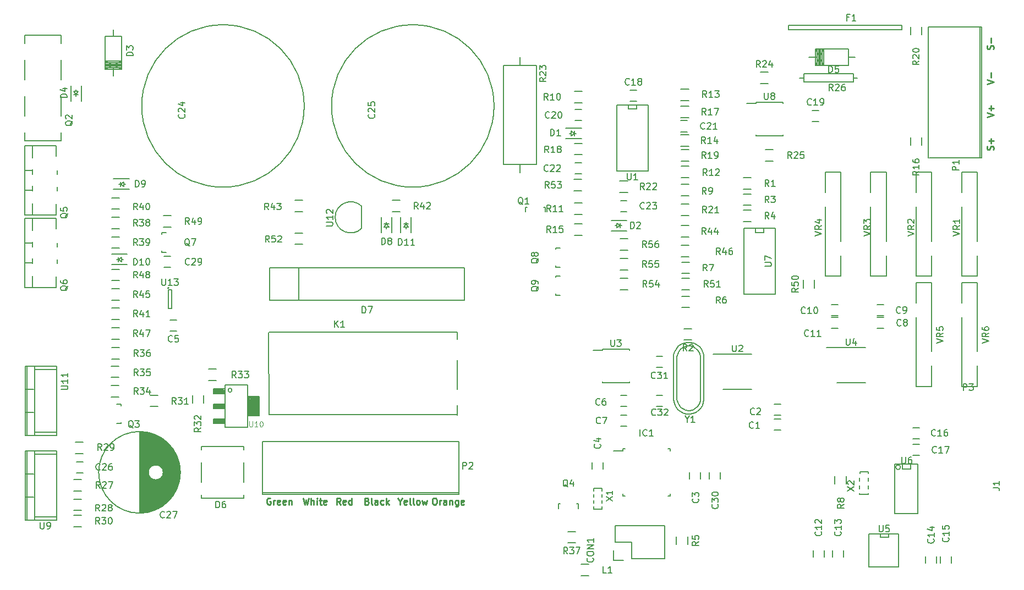
<source format=gto>
G04 #@! TF.FileFunction,Legend,Top*
%FSLAX46Y46*%
G04 Gerber Fmt 4.6, Leading zero omitted, Abs format (unit mm)*
G04 Created by KiCad (PCBNEW 4.0.0-rc1-stable) date 4/11/2015 1:36:56 PM*
%MOMM*%
G01*
G04 APERTURE LIST*
%ADD10C,0.100000*%
%ADD11C,0.250000*%
%ADD12C,0.150000*%
%ADD13C,0.127000*%
%ADD14C,0.076200*%
G04 APERTURE END LIST*
D10*
D11*
X65666667Y-128952381D02*
X65904762Y-129952381D01*
X66095239Y-129238095D01*
X66285715Y-129952381D01*
X66523810Y-128952381D01*
X66904762Y-129952381D02*
X66904762Y-128952381D01*
X67333334Y-129952381D02*
X67333334Y-129428571D01*
X67285715Y-129333333D01*
X67190477Y-129285714D01*
X67047619Y-129285714D01*
X66952381Y-129333333D01*
X66904762Y-129380952D01*
X67809524Y-129952381D02*
X67809524Y-129285714D01*
X67809524Y-128952381D02*
X67761905Y-129000000D01*
X67809524Y-129047619D01*
X67857143Y-129000000D01*
X67809524Y-128952381D01*
X67809524Y-129047619D01*
X68142857Y-129285714D02*
X68523809Y-129285714D01*
X68285714Y-128952381D02*
X68285714Y-129809524D01*
X68333333Y-129904762D01*
X68428571Y-129952381D01*
X68523809Y-129952381D01*
X69238096Y-129904762D02*
X69142858Y-129952381D01*
X68952381Y-129952381D01*
X68857143Y-129904762D01*
X68809524Y-129809524D01*
X68809524Y-129428571D01*
X68857143Y-129333333D01*
X68952381Y-129285714D01*
X69142858Y-129285714D01*
X69238096Y-129333333D01*
X69285715Y-129428571D01*
X69285715Y-129523810D01*
X68809524Y-129619048D01*
X60642857Y-129000000D02*
X60547619Y-128952381D01*
X60404762Y-128952381D01*
X60261904Y-129000000D01*
X60166666Y-129095238D01*
X60119047Y-129190476D01*
X60071428Y-129380952D01*
X60071428Y-129523810D01*
X60119047Y-129714286D01*
X60166666Y-129809524D01*
X60261904Y-129904762D01*
X60404762Y-129952381D01*
X60500000Y-129952381D01*
X60642857Y-129904762D01*
X60690476Y-129857143D01*
X60690476Y-129523810D01*
X60500000Y-129523810D01*
X61119047Y-129952381D02*
X61119047Y-129285714D01*
X61119047Y-129476190D02*
X61166666Y-129380952D01*
X61214285Y-129333333D01*
X61309523Y-129285714D01*
X61404762Y-129285714D01*
X62119048Y-129904762D02*
X62023810Y-129952381D01*
X61833333Y-129952381D01*
X61738095Y-129904762D01*
X61690476Y-129809524D01*
X61690476Y-129428571D01*
X61738095Y-129333333D01*
X61833333Y-129285714D01*
X62023810Y-129285714D01*
X62119048Y-129333333D01*
X62166667Y-129428571D01*
X62166667Y-129523810D01*
X61690476Y-129619048D01*
X62976191Y-129904762D02*
X62880953Y-129952381D01*
X62690476Y-129952381D01*
X62595238Y-129904762D01*
X62547619Y-129809524D01*
X62547619Y-129428571D01*
X62595238Y-129333333D01*
X62690476Y-129285714D01*
X62880953Y-129285714D01*
X62976191Y-129333333D01*
X63023810Y-129428571D01*
X63023810Y-129523810D01*
X62547619Y-129619048D01*
X63452381Y-129285714D02*
X63452381Y-129952381D01*
X63452381Y-129380952D02*
X63500000Y-129333333D01*
X63595238Y-129285714D01*
X63738096Y-129285714D01*
X63833334Y-129333333D01*
X63880953Y-129428571D01*
X63880953Y-129952381D01*
X85809523Y-128952381D02*
X86000000Y-128952381D01*
X86095238Y-129000000D01*
X86190476Y-129095238D01*
X86238095Y-129285714D01*
X86238095Y-129619048D01*
X86190476Y-129809524D01*
X86095238Y-129904762D01*
X86000000Y-129952381D01*
X85809523Y-129952381D01*
X85714285Y-129904762D01*
X85619047Y-129809524D01*
X85571428Y-129619048D01*
X85571428Y-129285714D01*
X85619047Y-129095238D01*
X85714285Y-129000000D01*
X85809523Y-128952381D01*
X86666666Y-129952381D02*
X86666666Y-129285714D01*
X86666666Y-129476190D02*
X86714285Y-129380952D01*
X86761904Y-129333333D01*
X86857142Y-129285714D01*
X86952381Y-129285714D01*
X87714286Y-129952381D02*
X87714286Y-129428571D01*
X87666667Y-129333333D01*
X87571429Y-129285714D01*
X87380952Y-129285714D01*
X87285714Y-129333333D01*
X87714286Y-129904762D02*
X87619048Y-129952381D01*
X87380952Y-129952381D01*
X87285714Y-129904762D01*
X87238095Y-129809524D01*
X87238095Y-129714286D01*
X87285714Y-129619048D01*
X87380952Y-129571429D01*
X87619048Y-129571429D01*
X87714286Y-129523810D01*
X88190476Y-129285714D02*
X88190476Y-129952381D01*
X88190476Y-129380952D02*
X88238095Y-129333333D01*
X88333333Y-129285714D01*
X88476191Y-129285714D01*
X88571429Y-129333333D01*
X88619048Y-129428571D01*
X88619048Y-129952381D01*
X89523810Y-129285714D02*
X89523810Y-130095238D01*
X89476191Y-130190476D01*
X89428572Y-130238095D01*
X89333333Y-130285714D01*
X89190476Y-130285714D01*
X89095238Y-130238095D01*
X89523810Y-129904762D02*
X89428572Y-129952381D01*
X89238095Y-129952381D01*
X89142857Y-129904762D01*
X89095238Y-129857143D01*
X89047619Y-129761905D01*
X89047619Y-129476190D01*
X89095238Y-129380952D01*
X89142857Y-129333333D01*
X89238095Y-129285714D01*
X89428572Y-129285714D01*
X89523810Y-129333333D01*
X90380953Y-129904762D02*
X90285715Y-129952381D01*
X90095238Y-129952381D01*
X90000000Y-129904762D01*
X89952381Y-129809524D01*
X89952381Y-129428571D01*
X90000000Y-129333333D01*
X90095238Y-129285714D01*
X90285715Y-129285714D01*
X90380953Y-129333333D01*
X90428572Y-129428571D01*
X90428572Y-129523810D01*
X89952381Y-129619048D01*
X80571428Y-129476190D02*
X80571428Y-129952381D01*
X80238095Y-128952381D02*
X80571428Y-129476190D01*
X80904762Y-128952381D01*
X81619048Y-129904762D02*
X81523810Y-129952381D01*
X81333333Y-129952381D01*
X81238095Y-129904762D01*
X81190476Y-129809524D01*
X81190476Y-129428571D01*
X81238095Y-129333333D01*
X81333333Y-129285714D01*
X81523810Y-129285714D01*
X81619048Y-129333333D01*
X81666667Y-129428571D01*
X81666667Y-129523810D01*
X81190476Y-129619048D01*
X82238095Y-129952381D02*
X82142857Y-129904762D01*
X82095238Y-129809524D01*
X82095238Y-128952381D01*
X82761905Y-129952381D02*
X82666667Y-129904762D01*
X82619048Y-129809524D01*
X82619048Y-128952381D01*
X83285715Y-129952381D02*
X83190477Y-129904762D01*
X83142858Y-129857143D01*
X83095239Y-129761905D01*
X83095239Y-129476190D01*
X83142858Y-129380952D01*
X83190477Y-129333333D01*
X83285715Y-129285714D01*
X83428573Y-129285714D01*
X83523811Y-129333333D01*
X83571430Y-129380952D01*
X83619049Y-129476190D01*
X83619049Y-129761905D01*
X83571430Y-129857143D01*
X83523811Y-129904762D01*
X83428573Y-129952381D01*
X83285715Y-129952381D01*
X83952382Y-129285714D02*
X84142858Y-129952381D01*
X84333335Y-129476190D01*
X84523811Y-129952381D01*
X84714287Y-129285714D01*
X75523810Y-129428571D02*
X75666667Y-129476190D01*
X75714286Y-129523810D01*
X75761905Y-129619048D01*
X75761905Y-129761905D01*
X75714286Y-129857143D01*
X75666667Y-129904762D01*
X75571429Y-129952381D01*
X75190476Y-129952381D01*
X75190476Y-128952381D01*
X75523810Y-128952381D01*
X75619048Y-129000000D01*
X75666667Y-129047619D01*
X75714286Y-129142857D01*
X75714286Y-129238095D01*
X75666667Y-129333333D01*
X75619048Y-129380952D01*
X75523810Y-129428571D01*
X75190476Y-129428571D01*
X76333333Y-129952381D02*
X76238095Y-129904762D01*
X76190476Y-129809524D01*
X76190476Y-128952381D01*
X77142858Y-129952381D02*
X77142858Y-129428571D01*
X77095239Y-129333333D01*
X77000001Y-129285714D01*
X76809524Y-129285714D01*
X76714286Y-129333333D01*
X77142858Y-129904762D02*
X77047620Y-129952381D01*
X76809524Y-129952381D01*
X76714286Y-129904762D01*
X76666667Y-129809524D01*
X76666667Y-129714286D01*
X76714286Y-129619048D01*
X76809524Y-129571429D01*
X77047620Y-129571429D01*
X77142858Y-129523810D01*
X78047620Y-129904762D02*
X77952382Y-129952381D01*
X77761905Y-129952381D01*
X77666667Y-129904762D01*
X77619048Y-129857143D01*
X77571429Y-129761905D01*
X77571429Y-129476190D01*
X77619048Y-129380952D01*
X77666667Y-129333333D01*
X77761905Y-129285714D01*
X77952382Y-129285714D01*
X78047620Y-129333333D01*
X78476191Y-129952381D02*
X78476191Y-128952381D01*
X78571429Y-129571429D02*
X78857144Y-129952381D01*
X78857144Y-129285714D02*
X78476191Y-129666667D01*
X71428572Y-129952381D02*
X71095238Y-129476190D01*
X70857143Y-129952381D02*
X70857143Y-128952381D01*
X71238096Y-128952381D01*
X71333334Y-129000000D01*
X71380953Y-129047619D01*
X71428572Y-129142857D01*
X71428572Y-129285714D01*
X71380953Y-129380952D01*
X71333334Y-129428571D01*
X71238096Y-129476190D01*
X70857143Y-129476190D01*
X72238096Y-129904762D02*
X72142858Y-129952381D01*
X71952381Y-129952381D01*
X71857143Y-129904762D01*
X71809524Y-129809524D01*
X71809524Y-129428571D01*
X71857143Y-129333333D01*
X71952381Y-129285714D01*
X72142858Y-129285714D01*
X72238096Y-129333333D01*
X72285715Y-129428571D01*
X72285715Y-129523810D01*
X71809524Y-129619048D01*
X73142858Y-129952381D02*
X73142858Y-128952381D01*
X73142858Y-129904762D02*
X73047620Y-129952381D01*
X72857143Y-129952381D01*
X72761905Y-129904762D01*
X72714286Y-129857143D01*
X72666667Y-129761905D01*
X72666667Y-129476190D01*
X72714286Y-129380952D01*
X72761905Y-129333333D01*
X72857143Y-129285714D01*
X73047620Y-129285714D01*
X73142858Y-129333333D01*
X171854762Y-59832762D02*
X171902381Y-59689905D01*
X171902381Y-59451809D01*
X171854762Y-59356571D01*
X171807143Y-59308952D01*
X171711905Y-59261333D01*
X171616667Y-59261333D01*
X171521429Y-59308952D01*
X171473810Y-59356571D01*
X171426190Y-59451809D01*
X171378571Y-59642286D01*
X171330952Y-59737524D01*
X171283333Y-59785143D01*
X171188095Y-59832762D01*
X171092857Y-59832762D01*
X170997619Y-59785143D01*
X170950000Y-59737524D01*
X170902381Y-59642286D01*
X170902381Y-59404190D01*
X170950000Y-59261333D01*
X171521429Y-58832762D02*
X171521429Y-58070857D01*
X170902381Y-65214381D02*
X171902381Y-64881048D01*
X170902381Y-64547714D01*
X171521429Y-64214381D02*
X171521429Y-63452476D01*
X170902381Y-70294381D02*
X171902381Y-69961048D01*
X170902381Y-69627714D01*
X171521429Y-69294381D02*
X171521429Y-68532476D01*
X171902381Y-68913428D02*
X171140476Y-68913428D01*
X171854762Y-75326762D02*
X171902381Y-75183905D01*
X171902381Y-74945809D01*
X171854762Y-74850571D01*
X171807143Y-74802952D01*
X171711905Y-74755333D01*
X171616667Y-74755333D01*
X171521429Y-74802952D01*
X171473810Y-74850571D01*
X171426190Y-74945809D01*
X171378571Y-75136286D01*
X171330952Y-75231524D01*
X171283333Y-75279143D01*
X171188095Y-75326762D01*
X171092857Y-75326762D01*
X170997619Y-75279143D01*
X170950000Y-75231524D01*
X170902381Y-75136286D01*
X170902381Y-74898190D01*
X170950000Y-74755333D01*
X171521429Y-74326762D02*
X171521429Y-73564857D01*
X171902381Y-73945809D02*
X171140476Y-73945809D01*
D12*
X139184000Y-116752000D02*
X138184000Y-116752000D01*
X138184000Y-118452000D02*
X139184000Y-118452000D01*
X139184000Y-114466000D02*
X138184000Y-114466000D01*
X138184000Y-116166000D02*
X139184000Y-116166000D01*
X125150000Y-125000000D02*
X125150000Y-126000000D01*
X126850000Y-126000000D02*
X126850000Y-125000000D01*
X110150000Y-123500000D02*
X110150000Y-124500000D01*
X111850000Y-124500000D02*
X111850000Y-123500000D01*
X114500000Y-114850000D02*
X115500000Y-114850000D01*
X115500000Y-113150000D02*
X114500000Y-113150000D01*
X114500000Y-117850000D02*
X115500000Y-117850000D01*
X115500000Y-116150000D02*
X114500000Y-116150000D01*
X155000000Y-101150000D02*
X154000000Y-101150000D01*
X154000000Y-102850000D02*
X155000000Y-102850000D01*
X155000000Y-99150000D02*
X154000000Y-99150000D01*
X154000000Y-100850000D02*
X155000000Y-100850000D01*
X148000000Y-99150000D02*
X147000000Y-99150000D01*
X147000000Y-100850000D02*
X148000000Y-100850000D01*
X148000000Y-101150000D02*
X147000000Y-101150000D01*
X147000000Y-102850000D02*
X148000000Y-102850000D01*
X145850000Y-138000000D02*
X145850000Y-137000000D01*
X144150000Y-137000000D02*
X144150000Y-138000000D01*
X148850000Y-138000000D02*
X148850000Y-137000000D01*
X147150000Y-137000000D02*
X147150000Y-138000000D01*
X163156000Y-138930000D02*
X163156000Y-137930000D01*
X161456000Y-137930000D02*
X161456000Y-138930000D01*
X165442000Y-138930000D02*
X165442000Y-137930000D01*
X163742000Y-137930000D02*
X163742000Y-138930000D01*
X160500000Y-118150000D02*
X159500000Y-118150000D01*
X159500000Y-119850000D02*
X160500000Y-119850000D01*
X160500000Y-120650000D02*
X159500000Y-120650000D01*
X159500000Y-122350000D02*
X160500000Y-122350000D01*
X117000000Y-66150000D02*
X116000000Y-66150000D01*
X116000000Y-67850000D02*
X117000000Y-67850000D01*
X145026000Y-69254000D02*
X144026000Y-69254000D01*
X144026000Y-70954000D02*
X145026000Y-70954000D01*
X107500000Y-70850000D02*
X108500000Y-70850000D01*
X108500000Y-69150000D02*
X107500000Y-69150000D01*
X124800000Y-70850000D02*
X123800000Y-70850000D01*
X123800000Y-72550000D02*
X124800000Y-72550000D01*
X107500000Y-79050000D02*
X108500000Y-79050000D01*
X108500000Y-77350000D02*
X107500000Y-77350000D01*
X115500000Y-83150000D02*
X114500000Y-83150000D01*
X114500000Y-84850000D02*
X115500000Y-84850000D01*
X31800000Y-123350000D02*
X30800000Y-123350000D01*
X30800000Y-125050000D02*
X31800000Y-125050000D01*
X40575000Y-118750000D02*
X40575000Y-131250000D01*
X40715000Y-118754000D02*
X40715000Y-131246000D01*
X40855000Y-118760000D02*
X40855000Y-131240000D01*
X40995000Y-118770000D02*
X40995000Y-131230000D01*
X41135000Y-118782000D02*
X41135000Y-131218000D01*
X41275000Y-118798000D02*
X41275000Y-131202000D01*
X41415000Y-118817000D02*
X41415000Y-131183000D01*
X41555000Y-118840000D02*
X41555000Y-131160000D01*
X41695000Y-118865000D02*
X41695000Y-131135000D01*
X41835000Y-118894000D02*
X41835000Y-131106000D01*
X41975000Y-118927000D02*
X41975000Y-124479000D01*
X41975000Y-125521000D02*
X41975000Y-131073000D01*
X42115000Y-118962000D02*
X42115000Y-124266000D01*
X42115000Y-125734000D02*
X42115000Y-131038000D01*
X42255000Y-119001000D02*
X42255000Y-124124000D01*
X42255000Y-125876000D02*
X42255000Y-130999000D01*
X42395000Y-119044000D02*
X42395000Y-124022000D01*
X42395000Y-125978000D02*
X42395000Y-130956000D01*
X42535000Y-119091000D02*
X42535000Y-123948000D01*
X42535000Y-126052000D02*
X42535000Y-130909000D01*
X42675000Y-119141000D02*
X42675000Y-123897000D01*
X42675000Y-126103000D02*
X42675000Y-130859000D01*
X42815000Y-119195000D02*
X42815000Y-123865000D01*
X42815000Y-126135000D02*
X42815000Y-130805000D01*
X42955000Y-119252000D02*
X42955000Y-123851000D01*
X42955000Y-126149000D02*
X42955000Y-130748000D01*
X43095000Y-119314000D02*
X43095000Y-123854000D01*
X43095000Y-126146000D02*
X43095000Y-130686000D01*
X43235000Y-119380000D02*
X43235000Y-123874000D01*
X43235000Y-126126000D02*
X43235000Y-130620000D01*
X43375000Y-119451000D02*
X43375000Y-123913000D01*
X43375000Y-126087000D02*
X43375000Y-130549000D01*
X43515000Y-119525000D02*
X43515000Y-123972000D01*
X43515000Y-126028000D02*
X43515000Y-130475000D01*
X43655000Y-119605000D02*
X43655000Y-124055000D01*
X43655000Y-125945000D02*
X43655000Y-130395000D01*
X43795000Y-119689000D02*
X43795000Y-124169000D01*
X43795000Y-125831000D02*
X43795000Y-130311000D01*
X43935000Y-119779000D02*
X43935000Y-124330000D01*
X43935000Y-125670000D02*
X43935000Y-130221000D01*
X44075000Y-119873000D02*
X44075000Y-124591000D01*
X44075000Y-125409000D02*
X44075000Y-130127000D01*
X44215000Y-119974000D02*
X44215000Y-130026000D01*
X44355000Y-120081000D02*
X44355000Y-129919000D01*
X44495000Y-120193000D02*
X44495000Y-129807000D01*
X44635000Y-120313000D02*
X44635000Y-129687000D01*
X44775000Y-120441000D02*
X44775000Y-129559000D01*
X44915000Y-120576000D02*
X44915000Y-129424000D01*
X45055000Y-120720000D02*
X45055000Y-129280000D01*
X45195000Y-120875000D02*
X45195000Y-129125000D01*
X45335000Y-121040000D02*
X45335000Y-128960000D01*
X45475000Y-121217000D02*
X45475000Y-128783000D01*
X45615000Y-121408000D02*
X45615000Y-128592000D01*
X45755000Y-121617000D02*
X45755000Y-128383000D01*
X45895000Y-121845000D02*
X45895000Y-128155000D01*
X46035000Y-122097000D02*
X46035000Y-127903000D01*
X46175000Y-122381000D02*
X46175000Y-127619000D01*
X46315000Y-122709000D02*
X46315000Y-127291000D01*
X46455000Y-123103000D02*
X46455000Y-126897000D01*
X46595000Y-123617000D02*
X46595000Y-126383000D01*
X46735000Y-124567000D02*
X46735000Y-125433000D01*
X44150000Y-125000000D02*
G75*
G03X44150000Y-125000000I-1150000J0D01*
G01*
X46787500Y-125000000D02*
G75*
G03X46787500Y-125000000I-6287500J0D01*
G01*
X45300000Y-91750000D02*
X44300000Y-91750000D01*
X44300000Y-93450000D02*
X45300000Y-93450000D01*
X128150000Y-125000000D02*
X128150000Y-126000000D01*
X129850000Y-126000000D02*
X129850000Y-125000000D01*
X120000000Y-108850000D02*
X121000000Y-108850000D01*
X121000000Y-107150000D02*
X120000000Y-107150000D01*
X120000000Y-114850000D02*
X121000000Y-114850000D01*
X121000000Y-113150000D02*
X120000000Y-113150000D01*
X116270000Y-138270000D02*
X121350000Y-138270000D01*
X113450000Y-138550000D02*
X113450000Y-137000000D01*
X113730000Y-135730000D02*
X116270000Y-135730000D01*
X116270000Y-135730000D02*
X116270000Y-138270000D01*
X121350000Y-138270000D02*
X121350000Y-133190000D01*
X121350000Y-133190000D02*
X116270000Y-133190000D01*
X113450000Y-138550000D02*
X115000000Y-138550000D01*
X113730000Y-133190000D02*
X113730000Y-135730000D01*
X116270000Y-133190000D02*
X113730000Y-133190000D01*
X106950000Y-72800000D02*
X106700000Y-72800000D01*
X107450000Y-72800000D02*
X107700000Y-72800000D01*
X107450000Y-72800000D02*
X106950000Y-73150000D01*
X106950000Y-73150000D02*
X106950000Y-72450000D01*
X106950000Y-72450000D02*
X107450000Y-72800000D01*
X107450000Y-73150000D02*
X107450000Y-72450000D01*
X108500000Y-72000000D02*
X106100000Y-72000000D01*
X108500000Y-73600000D02*
X106100000Y-73600000D01*
X113950000Y-87000000D02*
X113700000Y-87000000D01*
X114450000Y-87000000D02*
X114700000Y-87000000D01*
X114450000Y-87000000D02*
X113950000Y-87350000D01*
X113950000Y-87350000D02*
X113950000Y-86650000D01*
X113950000Y-86650000D02*
X114450000Y-87000000D01*
X114450000Y-87350000D02*
X114450000Y-86650000D01*
X115500000Y-86200000D02*
X113100000Y-86200000D01*
X115500000Y-87800000D02*
X113100000Y-87800000D01*
X36497460Y-57880000D02*
X36497460Y-56864000D01*
X36497460Y-62706000D02*
X36497460Y-63976000D01*
X35227460Y-62452000D02*
X37767460Y-62452000D01*
X35227460Y-62198000D02*
X37767460Y-62198000D01*
X35227460Y-61944000D02*
X37767460Y-61944000D01*
X35227460Y-62706000D02*
X37767460Y-62706000D01*
X35227460Y-61690000D02*
X37767460Y-62960000D01*
X35227460Y-62960000D02*
X37767460Y-61690000D01*
X35227460Y-61690000D02*
X37767460Y-61690000D01*
X35227460Y-62325000D02*
X37767460Y-62325000D01*
X37767460Y-62960000D02*
X35227460Y-62960000D01*
X35227460Y-62960000D02*
X35227460Y-57880000D01*
X35227460Y-57880000D02*
X37767460Y-57880000D01*
X37767460Y-57880000D02*
X37767460Y-62960000D01*
X30734000Y-66298000D02*
X30734000Y-66048000D01*
X30734000Y-66798000D02*
X30734000Y-67048000D01*
X30734000Y-66798000D02*
X30384000Y-66298000D01*
X30384000Y-66298000D02*
X31084000Y-66298000D01*
X31084000Y-66298000D02*
X30734000Y-66798000D01*
X30384000Y-66798000D02*
X31084000Y-66798000D01*
X31534000Y-67848000D02*
X31534000Y-65448000D01*
X29934000Y-67848000D02*
X29934000Y-65448000D01*
X149620000Y-61067460D02*
X150636000Y-61067460D01*
X144794000Y-61067460D02*
X143524000Y-61067460D01*
X145048000Y-59797460D02*
X145048000Y-62337460D01*
X145302000Y-59797460D02*
X145302000Y-62337460D01*
X145556000Y-59797460D02*
X145556000Y-62337460D01*
X144794000Y-59797460D02*
X144794000Y-62337460D01*
X145810000Y-59797460D02*
X144540000Y-62337460D01*
X144540000Y-59797460D02*
X145810000Y-62337460D01*
X145810000Y-59797460D02*
X145810000Y-62337460D01*
X145175000Y-59797460D02*
X145175000Y-62337460D01*
X144540000Y-62337460D02*
X144540000Y-59797460D01*
X144540000Y-59797460D02*
X149620000Y-59797460D01*
X149620000Y-59797460D02*
X149620000Y-62337460D01*
X149620000Y-62337460D02*
X144540000Y-62337460D01*
X50000000Y-123500000D02*
X50000000Y-126500000D01*
X56500000Y-121500000D02*
X56500000Y-121000000D01*
X56500000Y-121000000D02*
X50000000Y-121000000D01*
X50000000Y-121000000D02*
X50000000Y-121500000D01*
X56500000Y-126500000D02*
X56500000Y-123500000D01*
X56500000Y-129000000D02*
X56500000Y-128500000D01*
X56500000Y-129000000D02*
X50000000Y-129000000D01*
X50000000Y-129000000D02*
X50000000Y-128500000D01*
X78500000Y-87250000D02*
X78500000Y-87500000D01*
X78500000Y-86750000D02*
X78500000Y-86500000D01*
X78500000Y-86750000D02*
X78850000Y-87250000D01*
X78850000Y-87250000D02*
X78150000Y-87250000D01*
X78150000Y-87250000D02*
X78500000Y-86750000D01*
X78850000Y-86750000D02*
X78150000Y-86750000D01*
X77700000Y-85700000D02*
X77700000Y-88100000D01*
X79300000Y-85700000D02*
X79300000Y-88100000D01*
X38050000Y-80600000D02*
X38300000Y-80600000D01*
X37550000Y-80600000D02*
X37300000Y-80600000D01*
X37550000Y-80600000D02*
X38050000Y-80250000D01*
X38050000Y-80250000D02*
X38050000Y-80950000D01*
X38050000Y-80950000D02*
X37550000Y-80600000D01*
X37550000Y-80250000D02*
X37550000Y-80950000D01*
X36500000Y-81400000D02*
X38900000Y-81400000D01*
X36500000Y-79800000D02*
X38900000Y-79800000D01*
X37750000Y-92200000D02*
X38000000Y-92200000D01*
X37250000Y-92200000D02*
X37000000Y-92200000D01*
X37250000Y-92200000D02*
X37750000Y-91850000D01*
X37750000Y-91850000D02*
X37750000Y-92550000D01*
X37750000Y-92550000D02*
X37250000Y-92200000D01*
X37250000Y-91850000D02*
X37250000Y-92550000D01*
X36200000Y-93000000D02*
X38600000Y-93000000D01*
X36200000Y-91400000D02*
X38600000Y-91400000D01*
X81500000Y-87250000D02*
X81500000Y-87500000D01*
X81500000Y-86750000D02*
X81500000Y-86500000D01*
X81500000Y-86750000D02*
X81850000Y-87250000D01*
X81850000Y-87250000D02*
X81150000Y-87250000D01*
X81150000Y-87250000D02*
X81500000Y-86750000D01*
X81850000Y-86750000D02*
X81150000Y-86750000D01*
X80700000Y-85700000D02*
X80700000Y-88100000D01*
X82300000Y-85700000D02*
X82300000Y-88100000D01*
X140400000Y-56200000D02*
X157800000Y-56200000D01*
X157800000Y-56200000D02*
X157800000Y-56800000D01*
X157800000Y-56800000D02*
X140400000Y-56800000D01*
X140400000Y-56800000D02*
X140400000Y-56200000D01*
X114875000Y-121375000D02*
X114875000Y-121700000D01*
X122125000Y-121375000D02*
X122125000Y-121700000D01*
X122125000Y-128625000D02*
X122125000Y-128300000D01*
X114875000Y-128625000D02*
X114875000Y-128300000D01*
X114875000Y-121375000D02*
X115200000Y-121375000D01*
X114875000Y-128625000D02*
X115200000Y-128625000D01*
X122125000Y-128625000D02*
X121800000Y-128625000D01*
X122125000Y-121375000D02*
X121800000Y-121375000D01*
X114875000Y-121700000D02*
X113450000Y-121700000D01*
X89390000Y-103420000D02*
X89390000Y-104520000D01*
X89390000Y-116150000D02*
X89390000Y-114630000D01*
X89400000Y-116130000D02*
X60400000Y-116130000D01*
X60400000Y-116130000D02*
X60380000Y-103520000D01*
X89420000Y-107750000D02*
X89420000Y-112210000D01*
X60400000Y-103430000D02*
X89400000Y-103430000D01*
X109600000Y-140875000D02*
X108400000Y-140875000D01*
X108400000Y-139125000D02*
X109600000Y-139125000D01*
X169800000Y-76600000D02*
X169800000Y-56500000D01*
X161900000Y-76600000D02*
X161900000Y-56400000D01*
X161900000Y-56400000D02*
X170100000Y-56400000D01*
X170100000Y-56400000D02*
X170100000Y-76600000D01*
X170100000Y-76600000D02*
X162000000Y-76600000D01*
X79507500Y-128117500D02*
X89607500Y-128117500D01*
X79607500Y-128417500D02*
X89607500Y-128417500D01*
X79607500Y-120217500D02*
X89607500Y-120217500D01*
X59407500Y-128117500D02*
X79507500Y-128117500D01*
X59407500Y-120217500D02*
X79607500Y-120217500D01*
X89607500Y-120217500D02*
X89607500Y-128417500D01*
X79607500Y-128417500D02*
X59407500Y-128417500D01*
X59407500Y-128417500D02*
X59407500Y-120317500D01*
X99900180Y-84850800D02*
X99900180Y-84149760D01*
X99900180Y-84149760D02*
X100149100Y-84149760D01*
X102699160Y-84149760D02*
X102899820Y-84149760D01*
X102899820Y-84149760D02*
X102899820Y-84850800D01*
X28448000Y-58928000D02*
X28448000Y-57658000D01*
X28448000Y-64516000D02*
X28448000Y-61468000D01*
X28448000Y-70104000D02*
X28448000Y-67056000D01*
X28448000Y-72644000D02*
X28448000Y-73914000D01*
X22860000Y-58928000D02*
X22860000Y-57658000D01*
X22860000Y-64516000D02*
X22860000Y-61468000D01*
X22860000Y-70104000D02*
X22860000Y-67056000D01*
X22860000Y-72644000D02*
X22860000Y-73914000D01*
X28448000Y-57658000D02*
X22860000Y-57658000D01*
X22860000Y-73914000D02*
X28448000Y-73914000D01*
X36949200Y-114500180D02*
X37650240Y-114500180D01*
X37650240Y-114500180D02*
X37650240Y-114749100D01*
X37650240Y-117299160D02*
X37650240Y-117499820D01*
X37650240Y-117499820D02*
X36949200Y-117499820D01*
X105000180Y-130550800D02*
X105000180Y-129849760D01*
X105000180Y-129849760D02*
X105249100Y-129849760D01*
X107799160Y-129849760D02*
X107999820Y-129849760D01*
X107999820Y-129849760D02*
X107999820Y-130550800D01*
X24003000Y-74676000D02*
X24003000Y-76581000D01*
X24003000Y-79121000D02*
X24003000Y-78359000D01*
X24003000Y-81534000D02*
X24003000Y-81661000D01*
X24003000Y-81534000D02*
X24003000Y-80899000D01*
X24003000Y-85344000D02*
X24003000Y-83566000D01*
X27686000Y-85344000D02*
X27686000Y-83693000D01*
X27813000Y-81026000D02*
X27813000Y-81661000D01*
X27813000Y-78486000D02*
X27813000Y-79121000D01*
X27686000Y-74676000D02*
X27686000Y-76327000D01*
X22860000Y-81534000D02*
X24003000Y-81534000D01*
X22860000Y-78486000D02*
X24003000Y-78486000D01*
X24003000Y-74676000D02*
X27686000Y-74676000D01*
X27686000Y-85344000D02*
X24003000Y-85344000D01*
X22860000Y-74676000D02*
X24003000Y-74676000D01*
X24003000Y-85344000D02*
X22860000Y-85344000D01*
X22860000Y-80010000D02*
X22860000Y-85344000D01*
X22860000Y-80010000D02*
X22860000Y-74676000D01*
X24003000Y-85852000D02*
X24003000Y-87757000D01*
X24003000Y-90297000D02*
X24003000Y-89535000D01*
X24003000Y-92710000D02*
X24003000Y-92837000D01*
X24003000Y-92710000D02*
X24003000Y-92075000D01*
X24003000Y-96520000D02*
X24003000Y-94742000D01*
X27686000Y-96520000D02*
X27686000Y-94869000D01*
X27813000Y-92202000D02*
X27813000Y-92837000D01*
X27813000Y-89662000D02*
X27813000Y-90297000D01*
X27686000Y-85852000D02*
X27686000Y-87503000D01*
X22860000Y-92710000D02*
X24003000Y-92710000D01*
X22860000Y-89662000D02*
X24003000Y-89662000D01*
X24003000Y-85852000D02*
X27686000Y-85852000D01*
X27686000Y-96520000D02*
X24003000Y-96520000D01*
X22860000Y-85852000D02*
X24003000Y-85852000D01*
X24003000Y-96520000D02*
X22860000Y-96520000D01*
X22860000Y-91186000D02*
X22860000Y-96520000D01*
X22860000Y-91186000D02*
X22860000Y-85852000D01*
X44600800Y-91099820D02*
X43899760Y-91099820D01*
X43899760Y-91099820D02*
X43899760Y-90850900D01*
X43899760Y-88300840D02*
X43899760Y-88100180D01*
X43899760Y-88100180D02*
X44600800Y-88100180D01*
X134600000Y-81375000D02*
X133400000Y-81375000D01*
X133400000Y-79625000D02*
X134600000Y-79625000D01*
X124300000Y-102875000D02*
X125500000Y-102875000D01*
X125500000Y-104625000D02*
X124300000Y-104625000D01*
X133400000Y-82125000D02*
X134600000Y-82125000D01*
X134600000Y-83875000D02*
X133400000Y-83875000D01*
X134600000Y-86375000D02*
X133400000Y-86375000D01*
X133400000Y-84625000D02*
X134600000Y-84625000D01*
X123125000Y-136100000D02*
X123125000Y-134900000D01*
X124875000Y-134900000D02*
X124875000Y-136100000D01*
X123900000Y-97875000D02*
X125100000Y-97875000D01*
X125100000Y-99625000D02*
X123900000Y-99625000D01*
X123900000Y-92625000D02*
X125100000Y-92625000D01*
X125100000Y-94375000D02*
X123900000Y-94375000D01*
X147475000Y-126800000D02*
X147475000Y-125600000D01*
X149225000Y-125600000D02*
X149225000Y-126800000D01*
X125060000Y-82409000D02*
X123860000Y-82409000D01*
X123860000Y-80659000D02*
X125060000Y-80659000D01*
X108600000Y-68075000D02*
X107400000Y-68075000D01*
X107400000Y-66325000D02*
X108600000Y-66325000D01*
X107400000Y-83525000D02*
X108600000Y-83525000D01*
X108600000Y-85275000D02*
X107400000Y-85275000D01*
X123860000Y-77865000D02*
X125060000Y-77865000D01*
X125060000Y-79615000D02*
X123860000Y-79615000D01*
X125000000Y-67775000D02*
X123800000Y-67775000D01*
X123800000Y-66025000D02*
X125000000Y-66025000D01*
X123800000Y-73025000D02*
X125000000Y-73025000D01*
X125000000Y-74775000D02*
X123800000Y-74775000D01*
X108600000Y-88475000D02*
X107400000Y-88475000D01*
X107400000Y-86725000D02*
X108600000Y-86725000D01*
X160875000Y-73400000D02*
X160875000Y-74600000D01*
X159125000Y-74600000D02*
X159125000Y-73400000D01*
X123800000Y-68625000D02*
X125000000Y-68625000D01*
X125000000Y-70375000D02*
X123800000Y-70375000D01*
X108600000Y-76075000D02*
X107400000Y-76075000D01*
X107400000Y-74325000D02*
X108600000Y-74325000D01*
X125060000Y-77075000D02*
X123860000Y-77075000D01*
X123860000Y-75325000D02*
X125060000Y-75325000D01*
X159125000Y-57600000D02*
X159125000Y-56400000D01*
X160875000Y-56400000D02*
X160875000Y-57600000D01*
X125060000Y-85457000D02*
X123860000Y-85457000D01*
X123860000Y-83707000D02*
X125060000Y-83707000D01*
X114400000Y-80125000D02*
X115600000Y-80125000D01*
X115600000Y-81875000D02*
X114400000Y-81875000D01*
X137252000Y-65137000D02*
X136052000Y-65137000D01*
X136052000Y-63387000D02*
X137252000Y-63387000D01*
X136814000Y-75325000D02*
X138014000Y-75325000D01*
X138014000Y-77075000D02*
X136814000Y-77075000D01*
X142690000Y-64250000D02*
X142055000Y-64250000D01*
X150945000Y-64250000D02*
X150310000Y-64250000D01*
X150310000Y-64885000D02*
X142690000Y-64885000D01*
X142690000Y-64885000D02*
X142690000Y-63615000D01*
X142690000Y-63615000D02*
X150310000Y-63615000D01*
X150310000Y-63615000D02*
X150310000Y-64885000D01*
X31600000Y-127875000D02*
X30400000Y-127875000D01*
X30400000Y-126125000D02*
X31600000Y-126125000D01*
X31600000Y-130875000D02*
X30400000Y-130875000D01*
X30400000Y-129125000D02*
X31600000Y-129125000D01*
X31850000Y-122125000D02*
X30650000Y-122125000D01*
X30650000Y-120375000D02*
X31850000Y-120375000D01*
X31600000Y-133375000D02*
X30400000Y-133375000D01*
X30400000Y-131625000D02*
X31600000Y-131625000D01*
X42150000Y-113125000D02*
X43350000Y-113125000D01*
X43350000Y-114875000D02*
X42150000Y-114875000D01*
X50375000Y-113150000D02*
X50375000Y-114350000D01*
X48625000Y-114350000D02*
X48625000Y-113150000D01*
X51089000Y-109107000D02*
X52289000Y-109107000D01*
X52289000Y-110857000D02*
X51089000Y-110857000D01*
X37350000Y-113375000D02*
X36150000Y-113375000D01*
X36150000Y-111625000D02*
X37350000Y-111625000D01*
X37350000Y-110375000D02*
X36150000Y-110375000D01*
X36150000Y-108625000D02*
X37350000Y-108625000D01*
X36230000Y-105805000D02*
X37430000Y-105805000D01*
X37430000Y-107555000D02*
X36230000Y-107555000D01*
X106400000Y-134125000D02*
X107600000Y-134125000D01*
X107600000Y-135875000D02*
X106400000Y-135875000D01*
X37400000Y-87475000D02*
X36200000Y-87475000D01*
X36200000Y-85725000D02*
X37400000Y-85725000D01*
X37400000Y-90475000D02*
X36200000Y-90475000D01*
X36200000Y-88725000D02*
X37400000Y-88725000D01*
X37400000Y-84475000D02*
X36200000Y-84475000D01*
X36200000Y-82725000D02*
X37400000Y-82725000D01*
X36230000Y-99709000D02*
X37430000Y-99709000D01*
X37430000Y-101459000D02*
X36230000Y-101459000D01*
X79400000Y-83125000D02*
X80600000Y-83125000D01*
X80600000Y-84875000D02*
X79400000Y-84875000D01*
X65600000Y-84875000D02*
X64400000Y-84875000D01*
X64400000Y-83125000D02*
X65600000Y-83125000D01*
X125060000Y-88759000D02*
X123860000Y-88759000D01*
X123860000Y-87009000D02*
X125060000Y-87009000D01*
X37400000Y-98475000D02*
X36200000Y-98475000D01*
X36200000Y-96725000D02*
X37400000Y-96725000D01*
X125060000Y-91807000D02*
X123860000Y-91807000D01*
X123860000Y-90057000D02*
X125060000Y-90057000D01*
X36200000Y-102725000D02*
X37400000Y-102725000D01*
X37400000Y-104475000D02*
X36200000Y-104475000D01*
X37400000Y-95475000D02*
X36200000Y-95475000D01*
X36200000Y-93725000D02*
X37400000Y-93725000D01*
X44200000Y-85475000D02*
X45400000Y-85475000D01*
X45400000Y-87225000D02*
X44200000Y-87225000D01*
X144375000Y-95400000D02*
X144375000Y-96600000D01*
X142625000Y-96600000D02*
X142625000Y-95400000D01*
X123900000Y-95125000D02*
X125100000Y-95125000D01*
X125100000Y-96875000D02*
X123900000Y-96875000D01*
X65600000Y-89875000D02*
X64400000Y-89875000D01*
X64400000Y-88125000D02*
X65600000Y-88125000D01*
X118786000Y-78580000D02*
X113960000Y-78580000D01*
X113960000Y-78580000D02*
X113960000Y-68420000D01*
X113960000Y-68420000D02*
X118786000Y-68420000D01*
X118786000Y-68420000D02*
X118786000Y-78580000D01*
X117008000Y-68420000D02*
X117008000Y-69055000D01*
X117008000Y-69055000D02*
X115738000Y-69055000D01*
X115738000Y-69055000D02*
X115738000Y-68420000D01*
X130300000Y-112225000D02*
X134700000Y-112225000D01*
X128725000Y-106775000D02*
X134700000Y-106775000D01*
X111709000Y-106057000D02*
X111709000Y-106202000D01*
X115859000Y-106057000D02*
X115859000Y-106202000D01*
X115859000Y-111207000D02*
X115859000Y-111062000D01*
X111709000Y-111207000D02*
X111709000Y-111062000D01*
X111709000Y-106057000D02*
X115859000Y-106057000D01*
X111709000Y-111207000D02*
X115859000Y-111207000D01*
X111709000Y-106202000D02*
X110309000Y-106202000D01*
X147800000Y-111225000D02*
X152200000Y-111225000D01*
X146225000Y-105775000D02*
X152200000Y-105775000D01*
X157286000Y-134460000D02*
X157286000Y-139540000D01*
X157286000Y-139540000D02*
X152714000Y-139540000D01*
X152714000Y-139540000D02*
X152714000Y-134460000D01*
X152714000Y-134460000D02*
X157286000Y-134460000D01*
X155762000Y-134460000D02*
X155762000Y-134968000D01*
X155762000Y-134968000D02*
X154492000Y-134968000D01*
X154492000Y-134968000D02*
X154492000Y-134460000D01*
X160278000Y-131310000D02*
X160278000Y-123690000D01*
X156722000Y-123690000D02*
X156722000Y-131310000D01*
X160278000Y-131310000D02*
X156722000Y-131310000D01*
X156722000Y-123690000D02*
X160278000Y-123690000D01*
X157589210Y-124198000D02*
G75*
G03X157589210Y-124198000I-359210J0D01*
G01*
X159135000Y-123690000D02*
X159135000Y-124452000D01*
X159135000Y-124452000D02*
X157865000Y-124452000D01*
X157865000Y-124452000D02*
X157865000Y-123690000D01*
X138286000Y-97580000D02*
X133460000Y-97580000D01*
X133460000Y-97580000D02*
X133460000Y-87420000D01*
X133460000Y-87420000D02*
X138286000Y-87420000D01*
X138286000Y-87420000D02*
X138286000Y-97580000D01*
X136508000Y-87420000D02*
X136508000Y-88055000D01*
X136508000Y-88055000D02*
X135238000Y-88055000D01*
X135238000Y-88055000D02*
X135238000Y-87420000D01*
X135339000Y-68037000D02*
X135339000Y-68182000D01*
X139489000Y-68037000D02*
X139489000Y-68182000D01*
X139489000Y-73187000D02*
X139489000Y-73042000D01*
X135339000Y-73187000D02*
X135339000Y-73042000D01*
X135339000Y-68037000D02*
X139489000Y-68037000D01*
X135339000Y-73187000D02*
X139489000Y-73187000D01*
X135339000Y-68182000D02*
X133939000Y-68182000D01*
X24349000Y-122174000D02*
X27778000Y-122174000D01*
X24349000Y-131826000D02*
X27778000Y-131826000D01*
X23206000Y-121666000D02*
X23206000Y-132334000D01*
X24222000Y-125222000D02*
X22952000Y-125222000D01*
X24222000Y-128778000D02*
X22952000Y-128778000D01*
X24349000Y-132334000D02*
X24349000Y-121666000D01*
X27778000Y-121666000D02*
X27778000Y-132334000D01*
X22952000Y-132334000D02*
X27778000Y-132334000D01*
X22952000Y-121666000D02*
X27778000Y-121666000D01*
X22952000Y-121666000D02*
X22952000Y-132334000D01*
D13*
X58322000Y-115808000D02*
X57622000Y-115808000D01*
X57622000Y-115808000D02*
X57622000Y-113808000D01*
X57622000Y-113808000D02*
X58272000Y-113808000D01*
X58272000Y-113808000D02*
X58272000Y-115708000D01*
X58272000Y-115708000D02*
X57722000Y-115708000D01*
X57722000Y-115708000D02*
X57722000Y-113908000D01*
X57722000Y-113908000D02*
X58172000Y-113908000D01*
X58172000Y-113908000D02*
X58172000Y-115608000D01*
X58172000Y-115608000D02*
X57822000Y-115608000D01*
X57822000Y-115608000D02*
X57822000Y-114008000D01*
X57822000Y-114008000D02*
X58072000Y-114008000D01*
X58072000Y-114008000D02*
X58072000Y-115508000D01*
X58072000Y-115508000D02*
X57922000Y-115508000D01*
X57922000Y-115508000D02*
X57922000Y-114108000D01*
X57922000Y-114108000D02*
X57972000Y-114108000D01*
X57972000Y-114108000D02*
X57972000Y-115408000D01*
X58772000Y-113408000D02*
X58772000Y-116208000D01*
X58772000Y-116208000D02*
X57222000Y-116208000D01*
X57222000Y-116208000D02*
X57222000Y-113408000D01*
X57222000Y-113408000D02*
X58672000Y-113408000D01*
X58672000Y-113408000D02*
X58672000Y-116108000D01*
X58672000Y-116108000D02*
X57322000Y-116108000D01*
X57322000Y-116108000D02*
X57322000Y-113508000D01*
X57322000Y-113508000D02*
X58572000Y-113508000D01*
X58572000Y-113508000D02*
X58572000Y-116008000D01*
X58572000Y-116008000D02*
X57422000Y-116008000D01*
X57422000Y-116008000D02*
X57422000Y-113608000D01*
X57422000Y-113608000D02*
X58472000Y-113608000D01*
X58472000Y-113608000D02*
X58472000Y-115908000D01*
X58472000Y-115908000D02*
X57522000Y-115908000D01*
X57522000Y-115908000D02*
X57522000Y-113708000D01*
X57522000Y-113708000D02*
X58372000Y-113708000D01*
X58372000Y-113708000D02*
X58372000Y-115808000D01*
X53522000Y-116858000D02*
X53522000Y-117358000D01*
X53522000Y-117358000D02*
X51972000Y-117358000D01*
X51972000Y-117358000D02*
X51972000Y-116858000D01*
X51972000Y-116858000D02*
X53422000Y-116858000D01*
X53422000Y-116858000D02*
X53422000Y-117258000D01*
X53422000Y-117258000D02*
X52072000Y-117258000D01*
X52072000Y-117258000D02*
X52072000Y-116958000D01*
X52072000Y-116958000D02*
X53322000Y-116958000D01*
X53322000Y-116958000D02*
X53322000Y-117158000D01*
X53322000Y-117158000D02*
X52172000Y-117158000D01*
X52172000Y-117158000D02*
X52172000Y-117058000D01*
X52172000Y-117058000D02*
X53222000Y-117058000D01*
X53522000Y-114558000D02*
X53522000Y-115058000D01*
X53522000Y-115058000D02*
X51972000Y-115058000D01*
X51972000Y-115058000D02*
X51972000Y-114558000D01*
X51972000Y-114558000D02*
X53422000Y-114558000D01*
X53422000Y-114558000D02*
X53422000Y-114958000D01*
X53422000Y-114958000D02*
X52072000Y-114958000D01*
X52072000Y-114958000D02*
X52072000Y-114658000D01*
X52072000Y-114658000D02*
X53322000Y-114658000D01*
X53322000Y-114658000D02*
X53322000Y-114858000D01*
X53322000Y-114858000D02*
X52172000Y-114858000D01*
X52172000Y-114858000D02*
X52172000Y-114758000D01*
X52172000Y-114758000D02*
X53222000Y-114758000D01*
X53522000Y-112258000D02*
X53522000Y-112758000D01*
X53522000Y-112758000D02*
X51972000Y-112758000D01*
X51972000Y-112758000D02*
X51972000Y-112258000D01*
X51972000Y-112258000D02*
X53422000Y-112258000D01*
X53422000Y-112258000D02*
X53422000Y-112658000D01*
X53422000Y-112658000D02*
X52072000Y-112658000D01*
X52072000Y-112658000D02*
X52072000Y-112358000D01*
X52072000Y-112358000D02*
X53322000Y-112358000D01*
X53322000Y-112358000D02*
X53322000Y-112558000D01*
X53322000Y-112558000D02*
X52172000Y-112558000D01*
X52172000Y-112558000D02*
X52172000Y-112458000D01*
X52172000Y-112458000D02*
X53222000Y-112458000D01*
X51872000Y-112858000D02*
X53622000Y-112858000D01*
X51872000Y-112158000D02*
X51872000Y-112858000D01*
X53622000Y-112158000D02*
X51872000Y-112158000D01*
X51872000Y-117458000D02*
X53622000Y-117458000D01*
X51872000Y-116758000D02*
X51872000Y-117458000D01*
X53622000Y-116758000D02*
X51872000Y-116758000D01*
X53622000Y-114458000D02*
X51872000Y-114458000D01*
X51872000Y-114458000D02*
X51872000Y-115158000D01*
X51872000Y-115158000D02*
X53622000Y-115158000D01*
X57122000Y-116308000D02*
X58872000Y-116308000D01*
X58872000Y-116308000D02*
X58872000Y-113308000D01*
X58872000Y-113308000D02*
X57122000Y-113308000D01*
X54722000Y-112358000D02*
G75*
G03X54722000Y-112358000I-300000J0D01*
G01*
X57122000Y-111558000D02*
X57122000Y-118058000D01*
X57122000Y-118058000D02*
X53622000Y-118058000D01*
X53622000Y-118058000D02*
X53622000Y-111558000D01*
X53622000Y-111558000D02*
X57122000Y-111558000D01*
D12*
X74700000Y-87430000D02*
X74700000Y-84030000D01*
X74697056Y-87427056D02*
G75*
G02X70600000Y-85730000I-1697056J1697056D01*
G01*
X74697056Y-84032944D02*
G75*
G03X70600000Y-85730000I-1697056J-1697056D01*
G01*
X45012000Y-96598000D02*
G75*
G03X45012000Y-96598000I-100000J0D01*
G01*
X45462000Y-96848000D02*
X44962000Y-96848000D01*
X45462000Y-99748000D02*
X45462000Y-96848000D01*
X44962000Y-99748000D02*
X45462000Y-99748000D01*
X44962000Y-96848000D02*
X44962000Y-99748000D01*
X167000000Y-81900000D02*
X167000000Y-78800000D01*
X167000000Y-78800000D02*
X169400000Y-78800000D01*
X169400000Y-91600000D02*
X169400000Y-94800000D01*
X169400000Y-94800000D02*
X167000000Y-94800000D01*
X167000000Y-94800000D02*
X167000000Y-84100000D01*
X169400000Y-78800000D02*
X169400000Y-89400000D01*
X160000000Y-81900000D02*
X160000000Y-78800000D01*
X160000000Y-78800000D02*
X162400000Y-78800000D01*
X162400000Y-91600000D02*
X162400000Y-94800000D01*
X162400000Y-94800000D02*
X160000000Y-94800000D01*
X160000000Y-94800000D02*
X160000000Y-84100000D01*
X162400000Y-78800000D02*
X162400000Y-89400000D01*
X153000000Y-81900000D02*
X153000000Y-78800000D01*
X153000000Y-78800000D02*
X155400000Y-78800000D01*
X155400000Y-91600000D02*
X155400000Y-94800000D01*
X155400000Y-94800000D02*
X153000000Y-94800000D01*
X153000000Y-94800000D02*
X153000000Y-84100000D01*
X155400000Y-78800000D02*
X155400000Y-89400000D01*
X146000000Y-81900000D02*
X146000000Y-78800000D01*
X146000000Y-78800000D02*
X148400000Y-78800000D01*
X148400000Y-91600000D02*
X148400000Y-94800000D01*
X148400000Y-94800000D02*
X146000000Y-94800000D01*
X146000000Y-94800000D02*
X146000000Y-84100000D01*
X148400000Y-78800000D02*
X148400000Y-89400000D01*
X160000000Y-98900000D02*
X160000000Y-95800000D01*
X160000000Y-95800000D02*
X162400000Y-95800000D01*
X162400000Y-108600000D02*
X162400000Y-111800000D01*
X162400000Y-111800000D02*
X160000000Y-111800000D01*
X160000000Y-111800000D02*
X160000000Y-101100000D01*
X162400000Y-95800000D02*
X162400000Y-106400000D01*
X167000000Y-98900000D02*
X167000000Y-95800000D01*
X167000000Y-95800000D02*
X169400000Y-95800000D01*
X169400000Y-108600000D02*
X169400000Y-111800000D01*
X169400000Y-111800000D02*
X167000000Y-111800000D01*
X167000000Y-111800000D02*
X167000000Y-101100000D01*
X169400000Y-95800000D02*
X169400000Y-106400000D01*
X111650000Y-128800000D02*
X111650000Y-128350000D01*
X111650000Y-129300000D02*
X111650000Y-129750000D01*
X110350000Y-127900000D02*
X110350000Y-127450000D01*
X110350000Y-127450000D02*
X111650000Y-127450000D01*
X111650000Y-127450000D02*
X111650000Y-127850000D01*
X110350000Y-128800000D02*
X110350000Y-128350000D01*
X110350000Y-129750000D02*
X110350000Y-129300000D01*
X110350000Y-130650000D02*
X110350000Y-130250000D01*
X110350000Y-130650000D02*
X111650000Y-130650000D01*
X111650000Y-130650000D02*
X111650000Y-130250000D01*
X151300000Y-128350000D02*
X151300000Y-128250000D01*
X152600000Y-128250000D02*
X152600000Y-128400000D01*
X152600000Y-128400000D02*
X151300000Y-128400000D01*
X152600000Y-127000000D02*
X152600000Y-127550000D01*
X152650000Y-126350000D02*
X152650000Y-125850000D01*
X151300000Y-127000000D02*
X151300000Y-127550000D01*
X151300000Y-125850000D02*
X151300000Y-126350000D01*
X152650000Y-125200000D02*
X152650000Y-124900000D01*
X152650000Y-124900000D02*
X151350000Y-124900000D01*
X151350000Y-124900000D02*
X151350000Y-125150000D01*
X126000760Y-115199000D02*
X125599440Y-115399660D01*
X125599440Y-115399660D02*
X125000000Y-115501260D01*
X125000000Y-115501260D02*
X124499620Y-115399660D01*
X124499620Y-115399660D02*
X123801120Y-115000880D01*
X123801120Y-115000880D02*
X123399800Y-114398900D01*
X123399800Y-114398900D02*
X123199140Y-113799460D01*
X123199140Y-113799460D02*
X123199140Y-107200540D01*
X123199140Y-107200540D02*
X123399800Y-106499500D01*
X123399800Y-106499500D02*
X123699520Y-106100720D01*
X123699520Y-106100720D02*
X124199900Y-105699400D01*
X124199900Y-105699400D02*
X124799340Y-105498740D01*
X124799340Y-105498740D02*
X125299720Y-105498740D01*
X125299720Y-105498740D02*
X125800100Y-105699400D01*
X125800100Y-105699400D02*
X126399540Y-106199780D01*
X126399540Y-106199780D02*
X126699260Y-106700160D01*
X126699260Y-106700160D02*
X126800860Y-107200540D01*
X126800860Y-107299600D02*
X126800860Y-113901060D01*
X126800860Y-113901060D02*
X126699260Y-114299840D01*
X126699260Y-114299840D02*
X126399540Y-114800220D01*
X126399540Y-114800220D02*
X125899160Y-115300600D01*
X127329180Y-107309760D02*
X127280920Y-106850020D01*
X127280920Y-106850020D02*
X127169160Y-106451240D01*
X127169160Y-106451240D02*
X126950720Y-106019440D01*
X126950720Y-106019440D02*
X126719580Y-105729880D01*
X126719580Y-105729880D02*
X126369060Y-105399680D01*
X126369060Y-105399680D02*
X125830580Y-105110120D01*
X125830580Y-105110120D02*
X125231140Y-104980580D01*
X125231140Y-104980580D02*
X124720600Y-104980580D01*
X124720600Y-104980580D02*
X124019560Y-105150760D01*
X124019560Y-105150760D02*
X123430280Y-105549540D01*
X123430280Y-105549540D02*
X123059440Y-106009280D01*
X123059440Y-106009280D02*
X122851160Y-106430920D01*
X122851160Y-106430920D02*
X122691140Y-106880500D01*
X122691140Y-106880500D02*
X122660660Y-107319920D01*
X122879100Y-114660520D02*
X123100080Y-115038980D01*
X123100080Y-115038980D02*
X123379480Y-115359020D01*
X123379480Y-115359020D02*
X123709680Y-115610480D01*
X123709680Y-115610480D02*
X124260860Y-115910200D01*
X124260860Y-115910200D02*
X124730760Y-116019420D01*
X124730760Y-116019420D02*
X125190500Y-116039740D01*
X125190500Y-116039740D02*
X125650240Y-115950840D01*
X125650240Y-115950840D02*
X126099820Y-115760340D01*
X126099820Y-115760340D02*
X126569720Y-115399660D01*
X126569720Y-115399660D02*
X126889760Y-115049140D01*
X126889760Y-115049140D02*
X127120900Y-114660520D01*
X127120900Y-114660520D02*
X127260600Y-114231260D01*
X127260600Y-114231260D02*
X127329180Y-113789300D01*
X122670820Y-107299600D02*
X122670820Y-113751200D01*
X122670820Y-113751200D02*
X122708920Y-114170300D01*
X122708920Y-114170300D02*
X122879100Y-114660520D01*
X127329180Y-107299600D02*
X127329180Y-113751200D01*
X105206800Y-93447820D02*
X104505760Y-93447820D01*
X104505760Y-93447820D02*
X104505760Y-93198900D01*
X104505760Y-90648840D02*
X104505760Y-90448180D01*
X104505760Y-90448180D02*
X105206800Y-90448180D01*
X105206800Y-97765820D02*
X104505760Y-97765820D01*
X104505760Y-97765820D02*
X104505760Y-97516900D01*
X104505760Y-94966840D02*
X104505760Y-94766180D01*
X104505760Y-94766180D02*
X105206800Y-94766180D01*
X108550000Y-81647000D02*
X107350000Y-81647000D01*
X107350000Y-79897000D02*
X108550000Y-79897000D01*
X115662000Y-96887000D02*
X114462000Y-96887000D01*
X114462000Y-95137000D02*
X115662000Y-95137000D01*
X114462000Y-92089000D02*
X115662000Y-92089000D01*
X115662000Y-93839000D02*
X114462000Y-93839000D01*
X115662000Y-90791000D02*
X114462000Y-90791000D01*
X114462000Y-89041000D02*
X115662000Y-89041000D01*
X65840000Y-68580000D02*
G75*
G03X65840000Y-68580000I-12500000J0D01*
G01*
X95050000Y-68580000D02*
G75*
G03X95050000Y-68580000I-12500000J0D01*
G01*
X24349000Y-109174000D02*
X27778000Y-109174000D01*
X24349000Y-118826000D02*
X27778000Y-118826000D01*
X23206000Y-108666000D02*
X23206000Y-119334000D01*
X24222000Y-112222000D02*
X22952000Y-112222000D01*
X24222000Y-115778000D02*
X22952000Y-115778000D01*
X24349000Y-119334000D02*
X24349000Y-108666000D01*
X27778000Y-108666000D02*
X27778000Y-119334000D01*
X22952000Y-119334000D02*
X27778000Y-119334000D01*
X22952000Y-108666000D02*
X27778000Y-108666000D01*
X22952000Y-108666000D02*
X22952000Y-119334000D01*
X101540000Y-62380000D02*
X96460000Y-62380000D01*
X96460000Y-62380000D02*
X96460000Y-77620000D01*
X96460000Y-77620000D02*
X99000000Y-77620000D01*
X99000000Y-77620000D02*
X101540000Y-77620000D01*
X101540000Y-77620000D02*
X101540000Y-62380000D01*
X99000000Y-78890000D02*
X99000000Y-77620000D01*
X99000000Y-61110000D02*
X99000000Y-62380000D01*
X45220000Y-103212000D02*
X46220000Y-103212000D01*
X46220000Y-101512000D02*
X45220000Y-101512000D01*
X64992000Y-93512000D02*
X64992000Y-98512000D01*
X60492000Y-93512000D02*
X90492000Y-93512000D01*
X90492000Y-93512000D02*
X90492000Y-98512000D01*
X90492000Y-98512000D02*
X60492000Y-98512000D01*
X60492000Y-98512000D02*
X60492000Y-93512000D01*
X134942334Y-118109143D02*
X134894715Y-118156762D01*
X134751858Y-118204381D01*
X134656620Y-118204381D01*
X134513762Y-118156762D01*
X134418524Y-118061524D01*
X134370905Y-117966286D01*
X134323286Y-117775810D01*
X134323286Y-117632952D01*
X134370905Y-117442476D01*
X134418524Y-117347238D01*
X134513762Y-117252000D01*
X134656620Y-117204381D01*
X134751858Y-117204381D01*
X134894715Y-117252000D01*
X134942334Y-117299619D01*
X135894715Y-118204381D02*
X135323286Y-118204381D01*
X135609000Y-118204381D02*
X135609000Y-117204381D01*
X135513762Y-117347238D01*
X135418524Y-117442476D01*
X135323286Y-117490095D01*
X135117334Y-116023143D02*
X135069715Y-116070762D01*
X134926858Y-116118381D01*
X134831620Y-116118381D01*
X134688762Y-116070762D01*
X134593524Y-115975524D01*
X134545905Y-115880286D01*
X134498286Y-115689810D01*
X134498286Y-115546952D01*
X134545905Y-115356476D01*
X134593524Y-115261238D01*
X134688762Y-115166000D01*
X134831620Y-115118381D01*
X134926858Y-115118381D01*
X135069715Y-115166000D01*
X135117334Y-115213619D01*
X135498286Y-115213619D02*
X135545905Y-115166000D01*
X135641143Y-115118381D01*
X135879239Y-115118381D01*
X135974477Y-115166000D01*
X136022096Y-115213619D01*
X136069715Y-115308857D01*
X136069715Y-115404095D01*
X136022096Y-115546952D01*
X135450667Y-116118381D01*
X136069715Y-116118381D01*
X126457143Y-129066666D02*
X126504762Y-129114285D01*
X126552381Y-129257142D01*
X126552381Y-129352380D01*
X126504762Y-129495238D01*
X126409524Y-129590476D01*
X126314286Y-129638095D01*
X126123810Y-129685714D01*
X125980952Y-129685714D01*
X125790476Y-129638095D01*
X125695238Y-129590476D01*
X125600000Y-129495238D01*
X125552381Y-129352380D01*
X125552381Y-129257142D01*
X125600000Y-129114285D01*
X125647619Y-129066666D01*
X125552381Y-128733333D02*
X125552381Y-128114285D01*
X125933333Y-128447619D01*
X125933333Y-128304761D01*
X125980952Y-128209523D01*
X126028571Y-128161904D01*
X126123810Y-128114285D01*
X126361905Y-128114285D01*
X126457143Y-128161904D01*
X126504762Y-128209523D01*
X126552381Y-128304761D01*
X126552381Y-128590476D01*
X126504762Y-128685714D01*
X126457143Y-128733333D01*
X111357143Y-120666666D02*
X111404762Y-120714285D01*
X111452381Y-120857142D01*
X111452381Y-120952380D01*
X111404762Y-121095238D01*
X111309524Y-121190476D01*
X111214286Y-121238095D01*
X111023810Y-121285714D01*
X110880952Y-121285714D01*
X110690476Y-121238095D01*
X110595238Y-121190476D01*
X110500000Y-121095238D01*
X110452381Y-120952380D01*
X110452381Y-120857142D01*
X110500000Y-120714285D01*
X110547619Y-120666666D01*
X110785714Y-119809523D02*
X111452381Y-119809523D01*
X110404762Y-120047619D02*
X111119048Y-120285714D01*
X111119048Y-119666666D01*
X111313334Y-114547143D02*
X111265715Y-114594762D01*
X111122858Y-114642381D01*
X111027620Y-114642381D01*
X110884762Y-114594762D01*
X110789524Y-114499524D01*
X110741905Y-114404286D01*
X110694286Y-114213810D01*
X110694286Y-114070952D01*
X110741905Y-113880476D01*
X110789524Y-113785238D01*
X110884762Y-113690000D01*
X111027620Y-113642381D01*
X111122858Y-113642381D01*
X111265715Y-113690000D01*
X111313334Y-113737619D01*
X112170477Y-113642381D02*
X111980000Y-113642381D01*
X111884762Y-113690000D01*
X111837143Y-113737619D01*
X111741905Y-113880476D01*
X111694286Y-114070952D01*
X111694286Y-114451905D01*
X111741905Y-114547143D01*
X111789524Y-114594762D01*
X111884762Y-114642381D01*
X112075239Y-114642381D01*
X112170477Y-114594762D01*
X112218096Y-114547143D01*
X112265715Y-114451905D01*
X112265715Y-114213810D01*
X112218096Y-114118571D01*
X112170477Y-114070952D01*
X112075239Y-114023333D01*
X111884762Y-114023333D01*
X111789524Y-114070952D01*
X111741905Y-114118571D01*
X111694286Y-114213810D01*
X111423334Y-117397143D02*
X111375715Y-117444762D01*
X111232858Y-117492381D01*
X111137620Y-117492381D01*
X110994762Y-117444762D01*
X110899524Y-117349524D01*
X110851905Y-117254286D01*
X110804286Y-117063810D01*
X110804286Y-116920952D01*
X110851905Y-116730476D01*
X110899524Y-116635238D01*
X110994762Y-116540000D01*
X111137620Y-116492381D01*
X111232858Y-116492381D01*
X111375715Y-116540000D01*
X111423334Y-116587619D01*
X111756667Y-116492381D02*
X112423334Y-116492381D01*
X111994762Y-117492381D01*
X157673334Y-102347143D02*
X157625715Y-102394762D01*
X157482858Y-102442381D01*
X157387620Y-102442381D01*
X157244762Y-102394762D01*
X157149524Y-102299524D01*
X157101905Y-102204286D01*
X157054286Y-102013810D01*
X157054286Y-101870952D01*
X157101905Y-101680476D01*
X157149524Y-101585238D01*
X157244762Y-101490000D01*
X157387620Y-101442381D01*
X157482858Y-101442381D01*
X157625715Y-101490000D01*
X157673334Y-101537619D01*
X158244762Y-101870952D02*
X158149524Y-101823333D01*
X158101905Y-101775714D01*
X158054286Y-101680476D01*
X158054286Y-101632857D01*
X158101905Y-101537619D01*
X158149524Y-101490000D01*
X158244762Y-101442381D01*
X158435239Y-101442381D01*
X158530477Y-101490000D01*
X158578096Y-101537619D01*
X158625715Y-101632857D01*
X158625715Y-101680476D01*
X158578096Y-101775714D01*
X158530477Y-101823333D01*
X158435239Y-101870952D01*
X158244762Y-101870952D01*
X158149524Y-101918571D01*
X158101905Y-101966190D01*
X158054286Y-102061429D01*
X158054286Y-102251905D01*
X158101905Y-102347143D01*
X158149524Y-102394762D01*
X158244762Y-102442381D01*
X158435239Y-102442381D01*
X158530477Y-102394762D01*
X158578096Y-102347143D01*
X158625715Y-102251905D01*
X158625715Y-102061429D01*
X158578096Y-101966190D01*
X158530477Y-101918571D01*
X158435239Y-101870952D01*
X157583334Y-100407143D02*
X157535715Y-100454762D01*
X157392858Y-100502381D01*
X157297620Y-100502381D01*
X157154762Y-100454762D01*
X157059524Y-100359524D01*
X157011905Y-100264286D01*
X156964286Y-100073810D01*
X156964286Y-99930952D01*
X157011905Y-99740476D01*
X157059524Y-99645238D01*
X157154762Y-99550000D01*
X157297620Y-99502381D01*
X157392858Y-99502381D01*
X157535715Y-99550000D01*
X157583334Y-99597619D01*
X158059524Y-100502381D02*
X158250000Y-100502381D01*
X158345239Y-100454762D01*
X158392858Y-100407143D01*
X158488096Y-100264286D01*
X158535715Y-100073810D01*
X158535715Y-99692857D01*
X158488096Y-99597619D01*
X158440477Y-99550000D01*
X158345239Y-99502381D01*
X158154762Y-99502381D01*
X158059524Y-99550000D01*
X158011905Y-99597619D01*
X157964286Y-99692857D01*
X157964286Y-99930952D01*
X158011905Y-100026190D01*
X158059524Y-100073810D01*
X158154762Y-100121429D01*
X158345239Y-100121429D01*
X158440477Y-100073810D01*
X158488096Y-100026190D01*
X158535715Y-99930952D01*
X142937143Y-100457143D02*
X142889524Y-100504762D01*
X142746667Y-100552381D01*
X142651429Y-100552381D01*
X142508571Y-100504762D01*
X142413333Y-100409524D01*
X142365714Y-100314286D01*
X142318095Y-100123810D01*
X142318095Y-99980952D01*
X142365714Y-99790476D01*
X142413333Y-99695238D01*
X142508571Y-99600000D01*
X142651429Y-99552381D01*
X142746667Y-99552381D01*
X142889524Y-99600000D01*
X142937143Y-99647619D01*
X143889524Y-100552381D02*
X143318095Y-100552381D01*
X143603809Y-100552381D02*
X143603809Y-99552381D01*
X143508571Y-99695238D01*
X143413333Y-99790476D01*
X143318095Y-99838095D01*
X144508571Y-99552381D02*
X144603810Y-99552381D01*
X144699048Y-99600000D01*
X144746667Y-99647619D01*
X144794286Y-99742857D01*
X144841905Y-99933333D01*
X144841905Y-100171429D01*
X144794286Y-100361905D01*
X144746667Y-100457143D01*
X144699048Y-100504762D01*
X144603810Y-100552381D01*
X144508571Y-100552381D01*
X144413333Y-100504762D01*
X144365714Y-100457143D01*
X144318095Y-100361905D01*
X144270476Y-100171429D01*
X144270476Y-99933333D01*
X144318095Y-99742857D01*
X144365714Y-99647619D01*
X144413333Y-99600000D01*
X144508571Y-99552381D01*
X143437143Y-103957143D02*
X143389524Y-104004762D01*
X143246667Y-104052381D01*
X143151429Y-104052381D01*
X143008571Y-104004762D01*
X142913333Y-103909524D01*
X142865714Y-103814286D01*
X142818095Y-103623810D01*
X142818095Y-103480952D01*
X142865714Y-103290476D01*
X142913333Y-103195238D01*
X143008571Y-103100000D01*
X143151429Y-103052381D01*
X143246667Y-103052381D01*
X143389524Y-103100000D01*
X143437143Y-103147619D01*
X144389524Y-104052381D02*
X143818095Y-104052381D01*
X144103809Y-104052381D02*
X144103809Y-103052381D01*
X144008571Y-103195238D01*
X143913333Y-103290476D01*
X143818095Y-103338095D01*
X145341905Y-104052381D02*
X144770476Y-104052381D01*
X145056190Y-104052381D02*
X145056190Y-103052381D01*
X144960952Y-103195238D01*
X144865714Y-103290476D01*
X144770476Y-103338095D01*
X145357143Y-134142857D02*
X145404762Y-134190476D01*
X145452381Y-134333333D01*
X145452381Y-134428571D01*
X145404762Y-134571429D01*
X145309524Y-134666667D01*
X145214286Y-134714286D01*
X145023810Y-134761905D01*
X144880952Y-134761905D01*
X144690476Y-134714286D01*
X144595238Y-134666667D01*
X144500000Y-134571429D01*
X144452381Y-134428571D01*
X144452381Y-134333333D01*
X144500000Y-134190476D01*
X144547619Y-134142857D01*
X145452381Y-133190476D02*
X145452381Y-133761905D01*
X145452381Y-133476191D02*
X144452381Y-133476191D01*
X144595238Y-133571429D01*
X144690476Y-133666667D01*
X144738095Y-133761905D01*
X144547619Y-132809524D02*
X144500000Y-132761905D01*
X144452381Y-132666667D01*
X144452381Y-132428571D01*
X144500000Y-132333333D01*
X144547619Y-132285714D01*
X144642857Y-132238095D01*
X144738095Y-132238095D01*
X144880952Y-132285714D01*
X145452381Y-132857143D01*
X145452381Y-132238095D01*
X148357143Y-134142857D02*
X148404762Y-134190476D01*
X148452381Y-134333333D01*
X148452381Y-134428571D01*
X148404762Y-134571429D01*
X148309524Y-134666667D01*
X148214286Y-134714286D01*
X148023810Y-134761905D01*
X147880952Y-134761905D01*
X147690476Y-134714286D01*
X147595238Y-134666667D01*
X147500000Y-134571429D01*
X147452381Y-134428571D01*
X147452381Y-134333333D01*
X147500000Y-134190476D01*
X147547619Y-134142857D01*
X148452381Y-133190476D02*
X148452381Y-133761905D01*
X148452381Y-133476191D02*
X147452381Y-133476191D01*
X147595238Y-133571429D01*
X147690476Y-133666667D01*
X147738095Y-133761905D01*
X147452381Y-132857143D02*
X147452381Y-132238095D01*
X147833333Y-132571429D01*
X147833333Y-132428571D01*
X147880952Y-132333333D01*
X147928571Y-132285714D01*
X148023810Y-132238095D01*
X148261905Y-132238095D01*
X148357143Y-132285714D01*
X148404762Y-132333333D01*
X148452381Y-132428571D01*
X148452381Y-132714286D01*
X148404762Y-132809524D01*
X148357143Y-132857143D01*
X162663143Y-135272857D02*
X162710762Y-135320476D01*
X162758381Y-135463333D01*
X162758381Y-135558571D01*
X162710762Y-135701429D01*
X162615524Y-135796667D01*
X162520286Y-135844286D01*
X162329810Y-135891905D01*
X162186952Y-135891905D01*
X161996476Y-135844286D01*
X161901238Y-135796667D01*
X161806000Y-135701429D01*
X161758381Y-135558571D01*
X161758381Y-135463333D01*
X161806000Y-135320476D01*
X161853619Y-135272857D01*
X162758381Y-134320476D02*
X162758381Y-134891905D01*
X162758381Y-134606191D02*
X161758381Y-134606191D01*
X161901238Y-134701429D01*
X161996476Y-134796667D01*
X162044095Y-134891905D01*
X162091714Y-133463333D02*
X162758381Y-133463333D01*
X161710762Y-133701429D02*
X162425048Y-133939524D01*
X162425048Y-133320476D01*
X164949143Y-135072857D02*
X164996762Y-135120476D01*
X165044381Y-135263333D01*
X165044381Y-135358571D01*
X164996762Y-135501429D01*
X164901524Y-135596667D01*
X164806286Y-135644286D01*
X164615810Y-135691905D01*
X164472952Y-135691905D01*
X164282476Y-135644286D01*
X164187238Y-135596667D01*
X164092000Y-135501429D01*
X164044381Y-135358571D01*
X164044381Y-135263333D01*
X164092000Y-135120476D01*
X164139619Y-135072857D01*
X165044381Y-134120476D02*
X165044381Y-134691905D01*
X165044381Y-134406191D02*
X164044381Y-134406191D01*
X164187238Y-134501429D01*
X164282476Y-134596667D01*
X164330095Y-134691905D01*
X164044381Y-133215714D02*
X164044381Y-133691905D01*
X164520571Y-133739524D01*
X164472952Y-133691905D01*
X164425333Y-133596667D01*
X164425333Y-133358571D01*
X164472952Y-133263333D01*
X164520571Y-133215714D01*
X164615810Y-133168095D01*
X164853905Y-133168095D01*
X164949143Y-133215714D01*
X164996762Y-133263333D01*
X165044381Y-133358571D01*
X165044381Y-133596667D01*
X164996762Y-133691905D01*
X164949143Y-133739524D01*
X162957143Y-119307143D02*
X162909524Y-119354762D01*
X162766667Y-119402381D01*
X162671429Y-119402381D01*
X162528571Y-119354762D01*
X162433333Y-119259524D01*
X162385714Y-119164286D01*
X162338095Y-118973810D01*
X162338095Y-118830952D01*
X162385714Y-118640476D01*
X162433333Y-118545238D01*
X162528571Y-118450000D01*
X162671429Y-118402381D01*
X162766667Y-118402381D01*
X162909524Y-118450000D01*
X162957143Y-118497619D01*
X163909524Y-119402381D02*
X163338095Y-119402381D01*
X163623809Y-119402381D02*
X163623809Y-118402381D01*
X163528571Y-118545238D01*
X163433333Y-118640476D01*
X163338095Y-118688095D01*
X164766667Y-118402381D02*
X164576190Y-118402381D01*
X164480952Y-118450000D01*
X164433333Y-118497619D01*
X164338095Y-118640476D01*
X164290476Y-118830952D01*
X164290476Y-119211905D01*
X164338095Y-119307143D01*
X164385714Y-119354762D01*
X164480952Y-119402381D01*
X164671429Y-119402381D01*
X164766667Y-119354762D01*
X164814286Y-119307143D01*
X164861905Y-119211905D01*
X164861905Y-118973810D01*
X164814286Y-118878571D01*
X164766667Y-118830952D01*
X164671429Y-118783333D01*
X164480952Y-118783333D01*
X164385714Y-118830952D01*
X164338095Y-118878571D01*
X164290476Y-118973810D01*
X163107143Y-121907143D02*
X163059524Y-121954762D01*
X162916667Y-122002381D01*
X162821429Y-122002381D01*
X162678571Y-121954762D01*
X162583333Y-121859524D01*
X162535714Y-121764286D01*
X162488095Y-121573810D01*
X162488095Y-121430952D01*
X162535714Y-121240476D01*
X162583333Y-121145238D01*
X162678571Y-121050000D01*
X162821429Y-121002381D01*
X162916667Y-121002381D01*
X163059524Y-121050000D01*
X163107143Y-121097619D01*
X164059524Y-122002381D02*
X163488095Y-122002381D01*
X163773809Y-122002381D02*
X163773809Y-121002381D01*
X163678571Y-121145238D01*
X163583333Y-121240476D01*
X163488095Y-121288095D01*
X164392857Y-121002381D02*
X165059524Y-121002381D01*
X164630952Y-122002381D01*
X115857143Y-65257143D02*
X115809524Y-65304762D01*
X115666667Y-65352381D01*
X115571429Y-65352381D01*
X115428571Y-65304762D01*
X115333333Y-65209524D01*
X115285714Y-65114286D01*
X115238095Y-64923810D01*
X115238095Y-64780952D01*
X115285714Y-64590476D01*
X115333333Y-64495238D01*
X115428571Y-64400000D01*
X115571429Y-64352381D01*
X115666667Y-64352381D01*
X115809524Y-64400000D01*
X115857143Y-64447619D01*
X116809524Y-65352381D02*
X116238095Y-65352381D01*
X116523809Y-65352381D02*
X116523809Y-64352381D01*
X116428571Y-64495238D01*
X116333333Y-64590476D01*
X116238095Y-64638095D01*
X117380952Y-64780952D02*
X117285714Y-64733333D01*
X117238095Y-64685714D01*
X117190476Y-64590476D01*
X117190476Y-64542857D01*
X117238095Y-64447619D01*
X117285714Y-64400000D01*
X117380952Y-64352381D01*
X117571429Y-64352381D01*
X117666667Y-64400000D01*
X117714286Y-64447619D01*
X117761905Y-64542857D01*
X117761905Y-64590476D01*
X117714286Y-64685714D01*
X117666667Y-64733333D01*
X117571429Y-64780952D01*
X117380952Y-64780952D01*
X117285714Y-64828571D01*
X117238095Y-64876190D01*
X117190476Y-64971429D01*
X117190476Y-65161905D01*
X117238095Y-65257143D01*
X117285714Y-65304762D01*
X117380952Y-65352381D01*
X117571429Y-65352381D01*
X117666667Y-65304762D01*
X117714286Y-65257143D01*
X117761905Y-65161905D01*
X117761905Y-64971429D01*
X117714286Y-64876190D01*
X117666667Y-64828571D01*
X117571429Y-64780952D01*
X143883143Y-68361143D02*
X143835524Y-68408762D01*
X143692667Y-68456381D01*
X143597429Y-68456381D01*
X143454571Y-68408762D01*
X143359333Y-68313524D01*
X143311714Y-68218286D01*
X143264095Y-68027810D01*
X143264095Y-67884952D01*
X143311714Y-67694476D01*
X143359333Y-67599238D01*
X143454571Y-67504000D01*
X143597429Y-67456381D01*
X143692667Y-67456381D01*
X143835524Y-67504000D01*
X143883143Y-67551619D01*
X144835524Y-68456381D02*
X144264095Y-68456381D01*
X144549809Y-68456381D02*
X144549809Y-67456381D01*
X144454571Y-67599238D01*
X144359333Y-67694476D01*
X144264095Y-67742095D01*
X145311714Y-68456381D02*
X145502190Y-68456381D01*
X145597429Y-68408762D01*
X145645048Y-68361143D01*
X145740286Y-68218286D01*
X145787905Y-68027810D01*
X145787905Y-67646857D01*
X145740286Y-67551619D01*
X145692667Y-67504000D01*
X145597429Y-67456381D01*
X145406952Y-67456381D01*
X145311714Y-67504000D01*
X145264095Y-67551619D01*
X145216476Y-67646857D01*
X145216476Y-67884952D01*
X145264095Y-67980190D01*
X145311714Y-68027810D01*
X145406952Y-68075429D01*
X145597429Y-68075429D01*
X145692667Y-68027810D01*
X145740286Y-67980190D01*
X145787905Y-67884952D01*
X103557143Y-70357143D02*
X103509524Y-70404762D01*
X103366667Y-70452381D01*
X103271429Y-70452381D01*
X103128571Y-70404762D01*
X103033333Y-70309524D01*
X102985714Y-70214286D01*
X102938095Y-70023810D01*
X102938095Y-69880952D01*
X102985714Y-69690476D01*
X103033333Y-69595238D01*
X103128571Y-69500000D01*
X103271429Y-69452381D01*
X103366667Y-69452381D01*
X103509524Y-69500000D01*
X103557143Y-69547619D01*
X103938095Y-69547619D02*
X103985714Y-69500000D01*
X104080952Y-69452381D01*
X104319048Y-69452381D01*
X104414286Y-69500000D01*
X104461905Y-69547619D01*
X104509524Y-69642857D01*
X104509524Y-69738095D01*
X104461905Y-69880952D01*
X103890476Y-70452381D01*
X104509524Y-70452381D01*
X105128571Y-69452381D02*
X105223810Y-69452381D01*
X105319048Y-69500000D01*
X105366667Y-69547619D01*
X105414286Y-69642857D01*
X105461905Y-69833333D01*
X105461905Y-70071429D01*
X105414286Y-70261905D01*
X105366667Y-70357143D01*
X105319048Y-70404762D01*
X105223810Y-70452381D01*
X105128571Y-70452381D01*
X105033333Y-70404762D01*
X104985714Y-70357143D01*
X104938095Y-70261905D01*
X104890476Y-70071429D01*
X104890476Y-69833333D01*
X104938095Y-69642857D01*
X104985714Y-69547619D01*
X105033333Y-69500000D01*
X105128571Y-69452381D01*
X127457143Y-72057143D02*
X127409524Y-72104762D01*
X127266667Y-72152381D01*
X127171429Y-72152381D01*
X127028571Y-72104762D01*
X126933333Y-72009524D01*
X126885714Y-71914286D01*
X126838095Y-71723810D01*
X126838095Y-71580952D01*
X126885714Y-71390476D01*
X126933333Y-71295238D01*
X127028571Y-71200000D01*
X127171429Y-71152381D01*
X127266667Y-71152381D01*
X127409524Y-71200000D01*
X127457143Y-71247619D01*
X127838095Y-71247619D02*
X127885714Y-71200000D01*
X127980952Y-71152381D01*
X128219048Y-71152381D01*
X128314286Y-71200000D01*
X128361905Y-71247619D01*
X128409524Y-71342857D01*
X128409524Y-71438095D01*
X128361905Y-71580952D01*
X127790476Y-72152381D01*
X128409524Y-72152381D01*
X129361905Y-72152381D02*
X128790476Y-72152381D01*
X129076190Y-72152381D02*
X129076190Y-71152381D01*
X128980952Y-71295238D01*
X128885714Y-71390476D01*
X128790476Y-71438095D01*
X103357143Y-78557143D02*
X103309524Y-78604762D01*
X103166667Y-78652381D01*
X103071429Y-78652381D01*
X102928571Y-78604762D01*
X102833333Y-78509524D01*
X102785714Y-78414286D01*
X102738095Y-78223810D01*
X102738095Y-78080952D01*
X102785714Y-77890476D01*
X102833333Y-77795238D01*
X102928571Y-77700000D01*
X103071429Y-77652381D01*
X103166667Y-77652381D01*
X103309524Y-77700000D01*
X103357143Y-77747619D01*
X103738095Y-77747619D02*
X103785714Y-77700000D01*
X103880952Y-77652381D01*
X104119048Y-77652381D01*
X104214286Y-77700000D01*
X104261905Y-77747619D01*
X104309524Y-77842857D01*
X104309524Y-77938095D01*
X104261905Y-78080952D01*
X103690476Y-78652381D01*
X104309524Y-78652381D01*
X104690476Y-77747619D02*
X104738095Y-77700000D01*
X104833333Y-77652381D01*
X105071429Y-77652381D01*
X105166667Y-77700000D01*
X105214286Y-77747619D01*
X105261905Y-77842857D01*
X105261905Y-77938095D01*
X105214286Y-78080952D01*
X104642857Y-78652381D01*
X105261905Y-78652381D01*
X118157143Y-84357143D02*
X118109524Y-84404762D01*
X117966667Y-84452381D01*
X117871429Y-84452381D01*
X117728571Y-84404762D01*
X117633333Y-84309524D01*
X117585714Y-84214286D01*
X117538095Y-84023810D01*
X117538095Y-83880952D01*
X117585714Y-83690476D01*
X117633333Y-83595238D01*
X117728571Y-83500000D01*
X117871429Y-83452381D01*
X117966667Y-83452381D01*
X118109524Y-83500000D01*
X118157143Y-83547619D01*
X118538095Y-83547619D02*
X118585714Y-83500000D01*
X118680952Y-83452381D01*
X118919048Y-83452381D01*
X119014286Y-83500000D01*
X119061905Y-83547619D01*
X119109524Y-83642857D01*
X119109524Y-83738095D01*
X119061905Y-83880952D01*
X118490476Y-84452381D01*
X119109524Y-84452381D01*
X119442857Y-83452381D02*
X120061905Y-83452381D01*
X119728571Y-83833333D01*
X119871429Y-83833333D01*
X119966667Y-83880952D01*
X120014286Y-83928571D01*
X120061905Y-84023810D01*
X120061905Y-84261905D01*
X120014286Y-84357143D01*
X119966667Y-84404762D01*
X119871429Y-84452381D01*
X119585714Y-84452381D01*
X119490476Y-84404762D01*
X119442857Y-84357143D01*
X34409143Y-124563143D02*
X34361524Y-124610762D01*
X34218667Y-124658381D01*
X34123429Y-124658381D01*
X33980571Y-124610762D01*
X33885333Y-124515524D01*
X33837714Y-124420286D01*
X33790095Y-124229810D01*
X33790095Y-124086952D01*
X33837714Y-123896476D01*
X33885333Y-123801238D01*
X33980571Y-123706000D01*
X34123429Y-123658381D01*
X34218667Y-123658381D01*
X34361524Y-123706000D01*
X34409143Y-123753619D01*
X34790095Y-123753619D02*
X34837714Y-123706000D01*
X34932952Y-123658381D01*
X35171048Y-123658381D01*
X35266286Y-123706000D01*
X35313905Y-123753619D01*
X35361524Y-123848857D01*
X35361524Y-123944095D01*
X35313905Y-124086952D01*
X34742476Y-124658381D01*
X35361524Y-124658381D01*
X36218667Y-123658381D02*
X36028190Y-123658381D01*
X35932952Y-123706000D01*
X35885333Y-123753619D01*
X35790095Y-123896476D01*
X35742476Y-124086952D01*
X35742476Y-124467905D01*
X35790095Y-124563143D01*
X35837714Y-124610762D01*
X35932952Y-124658381D01*
X36123429Y-124658381D01*
X36218667Y-124610762D01*
X36266286Y-124563143D01*
X36313905Y-124467905D01*
X36313905Y-124229810D01*
X36266286Y-124134571D01*
X36218667Y-124086952D01*
X36123429Y-124039333D01*
X35932952Y-124039333D01*
X35837714Y-124086952D01*
X35790095Y-124134571D01*
X35742476Y-124229810D01*
X44315143Y-131929143D02*
X44267524Y-131976762D01*
X44124667Y-132024381D01*
X44029429Y-132024381D01*
X43886571Y-131976762D01*
X43791333Y-131881524D01*
X43743714Y-131786286D01*
X43696095Y-131595810D01*
X43696095Y-131452952D01*
X43743714Y-131262476D01*
X43791333Y-131167238D01*
X43886571Y-131072000D01*
X44029429Y-131024381D01*
X44124667Y-131024381D01*
X44267524Y-131072000D01*
X44315143Y-131119619D01*
X44696095Y-131119619D02*
X44743714Y-131072000D01*
X44838952Y-131024381D01*
X45077048Y-131024381D01*
X45172286Y-131072000D01*
X45219905Y-131119619D01*
X45267524Y-131214857D01*
X45267524Y-131310095D01*
X45219905Y-131452952D01*
X44648476Y-132024381D01*
X45267524Y-132024381D01*
X45600857Y-131024381D02*
X46267524Y-131024381D01*
X45838952Y-132024381D01*
X48157143Y-92957143D02*
X48109524Y-93004762D01*
X47966667Y-93052381D01*
X47871429Y-93052381D01*
X47728571Y-93004762D01*
X47633333Y-92909524D01*
X47585714Y-92814286D01*
X47538095Y-92623810D01*
X47538095Y-92480952D01*
X47585714Y-92290476D01*
X47633333Y-92195238D01*
X47728571Y-92100000D01*
X47871429Y-92052381D01*
X47966667Y-92052381D01*
X48109524Y-92100000D01*
X48157143Y-92147619D01*
X48538095Y-92147619D02*
X48585714Y-92100000D01*
X48680952Y-92052381D01*
X48919048Y-92052381D01*
X49014286Y-92100000D01*
X49061905Y-92147619D01*
X49109524Y-92242857D01*
X49109524Y-92338095D01*
X49061905Y-92480952D01*
X48490476Y-93052381D01*
X49109524Y-93052381D01*
X49585714Y-93052381D02*
X49776190Y-93052381D01*
X49871429Y-93004762D01*
X49919048Y-92957143D01*
X50014286Y-92814286D01*
X50061905Y-92623810D01*
X50061905Y-92242857D01*
X50014286Y-92147619D01*
X49966667Y-92100000D01*
X49871429Y-92052381D01*
X49680952Y-92052381D01*
X49585714Y-92100000D01*
X49538095Y-92147619D01*
X49490476Y-92242857D01*
X49490476Y-92480952D01*
X49538095Y-92576190D01*
X49585714Y-92623810D01*
X49680952Y-92671429D01*
X49871429Y-92671429D01*
X49966667Y-92623810D01*
X50014286Y-92576190D01*
X50061905Y-92480952D01*
X129457143Y-129942857D02*
X129504762Y-129990476D01*
X129552381Y-130133333D01*
X129552381Y-130228571D01*
X129504762Y-130371429D01*
X129409524Y-130466667D01*
X129314286Y-130514286D01*
X129123810Y-130561905D01*
X128980952Y-130561905D01*
X128790476Y-130514286D01*
X128695238Y-130466667D01*
X128600000Y-130371429D01*
X128552381Y-130228571D01*
X128552381Y-130133333D01*
X128600000Y-129990476D01*
X128647619Y-129942857D01*
X128552381Y-129609524D02*
X128552381Y-128990476D01*
X128933333Y-129323810D01*
X128933333Y-129180952D01*
X128980952Y-129085714D01*
X129028571Y-129038095D01*
X129123810Y-128990476D01*
X129361905Y-128990476D01*
X129457143Y-129038095D01*
X129504762Y-129085714D01*
X129552381Y-129180952D01*
X129552381Y-129466667D01*
X129504762Y-129561905D01*
X129457143Y-129609524D01*
X128552381Y-128371429D02*
X128552381Y-128276190D01*
X128600000Y-128180952D01*
X128647619Y-128133333D01*
X128742857Y-128085714D01*
X128933333Y-128038095D01*
X129171429Y-128038095D01*
X129361905Y-128085714D01*
X129457143Y-128133333D01*
X129504762Y-128180952D01*
X129552381Y-128276190D01*
X129552381Y-128371429D01*
X129504762Y-128466667D01*
X129457143Y-128514286D01*
X129361905Y-128561905D01*
X129171429Y-128609524D01*
X128933333Y-128609524D01*
X128742857Y-128561905D01*
X128647619Y-128514286D01*
X128600000Y-128466667D01*
X128552381Y-128371429D01*
X119857143Y-110457143D02*
X119809524Y-110504762D01*
X119666667Y-110552381D01*
X119571429Y-110552381D01*
X119428571Y-110504762D01*
X119333333Y-110409524D01*
X119285714Y-110314286D01*
X119238095Y-110123810D01*
X119238095Y-109980952D01*
X119285714Y-109790476D01*
X119333333Y-109695238D01*
X119428571Y-109600000D01*
X119571429Y-109552381D01*
X119666667Y-109552381D01*
X119809524Y-109600000D01*
X119857143Y-109647619D01*
X120190476Y-109552381D02*
X120809524Y-109552381D01*
X120476190Y-109933333D01*
X120619048Y-109933333D01*
X120714286Y-109980952D01*
X120761905Y-110028571D01*
X120809524Y-110123810D01*
X120809524Y-110361905D01*
X120761905Y-110457143D01*
X120714286Y-110504762D01*
X120619048Y-110552381D01*
X120333333Y-110552381D01*
X120238095Y-110504762D01*
X120190476Y-110457143D01*
X121761905Y-110552381D02*
X121190476Y-110552381D01*
X121476190Y-110552381D02*
X121476190Y-109552381D01*
X121380952Y-109695238D01*
X121285714Y-109790476D01*
X121190476Y-109838095D01*
X119917143Y-116137143D02*
X119869524Y-116184762D01*
X119726667Y-116232381D01*
X119631429Y-116232381D01*
X119488571Y-116184762D01*
X119393333Y-116089524D01*
X119345714Y-115994286D01*
X119298095Y-115803810D01*
X119298095Y-115660952D01*
X119345714Y-115470476D01*
X119393333Y-115375238D01*
X119488571Y-115280000D01*
X119631429Y-115232381D01*
X119726667Y-115232381D01*
X119869524Y-115280000D01*
X119917143Y-115327619D01*
X120250476Y-115232381D02*
X120869524Y-115232381D01*
X120536190Y-115613333D01*
X120679048Y-115613333D01*
X120774286Y-115660952D01*
X120821905Y-115708571D01*
X120869524Y-115803810D01*
X120869524Y-116041905D01*
X120821905Y-116137143D01*
X120774286Y-116184762D01*
X120679048Y-116232381D01*
X120393333Y-116232381D01*
X120298095Y-116184762D01*
X120250476Y-116137143D01*
X121250476Y-115327619D02*
X121298095Y-115280000D01*
X121393333Y-115232381D01*
X121631429Y-115232381D01*
X121726667Y-115280000D01*
X121774286Y-115327619D01*
X121821905Y-115422857D01*
X121821905Y-115518095D01*
X121774286Y-115660952D01*
X121202857Y-116232381D01*
X121821905Y-116232381D01*
X110257143Y-138214285D02*
X110304762Y-138261904D01*
X110352381Y-138404761D01*
X110352381Y-138499999D01*
X110304762Y-138642857D01*
X110209524Y-138738095D01*
X110114286Y-138785714D01*
X109923810Y-138833333D01*
X109780952Y-138833333D01*
X109590476Y-138785714D01*
X109495238Y-138738095D01*
X109400000Y-138642857D01*
X109352381Y-138499999D01*
X109352381Y-138404761D01*
X109400000Y-138261904D01*
X109447619Y-138214285D01*
X109352381Y-137595238D02*
X109352381Y-137404761D01*
X109400000Y-137309523D01*
X109495238Y-137214285D01*
X109685714Y-137166666D01*
X110019048Y-137166666D01*
X110209524Y-137214285D01*
X110304762Y-137309523D01*
X110352381Y-137404761D01*
X110352381Y-137595238D01*
X110304762Y-137690476D01*
X110209524Y-137785714D01*
X110019048Y-137833333D01*
X109685714Y-137833333D01*
X109495238Y-137785714D01*
X109400000Y-137690476D01*
X109352381Y-137595238D01*
X110352381Y-136738095D02*
X109352381Y-136738095D01*
X110352381Y-136166666D01*
X109352381Y-136166666D01*
X110352381Y-135166666D02*
X110352381Y-135738095D01*
X110352381Y-135452381D02*
X109352381Y-135452381D01*
X109495238Y-135547619D01*
X109590476Y-135642857D01*
X109638095Y-135738095D01*
X103761905Y-73152381D02*
X103761905Y-72152381D01*
X104000000Y-72152381D01*
X104142858Y-72200000D01*
X104238096Y-72295238D01*
X104285715Y-72390476D01*
X104333334Y-72580952D01*
X104333334Y-72723810D01*
X104285715Y-72914286D01*
X104238096Y-73009524D01*
X104142858Y-73104762D01*
X104000000Y-73152381D01*
X103761905Y-73152381D01*
X105285715Y-73152381D02*
X104714286Y-73152381D01*
X105000000Y-73152381D02*
X105000000Y-72152381D01*
X104904762Y-72295238D01*
X104809524Y-72390476D01*
X104714286Y-72438095D01*
X116061905Y-87452381D02*
X116061905Y-86452381D01*
X116300000Y-86452381D01*
X116442858Y-86500000D01*
X116538096Y-86595238D01*
X116585715Y-86690476D01*
X116633334Y-86880952D01*
X116633334Y-87023810D01*
X116585715Y-87214286D01*
X116538096Y-87309524D01*
X116442858Y-87404762D01*
X116300000Y-87452381D01*
X116061905Y-87452381D01*
X117014286Y-86547619D02*
X117061905Y-86500000D01*
X117157143Y-86452381D01*
X117395239Y-86452381D01*
X117490477Y-86500000D01*
X117538096Y-86547619D01*
X117585715Y-86642857D01*
X117585715Y-86738095D01*
X117538096Y-86880952D01*
X116966667Y-87452381D01*
X117585715Y-87452381D01*
X39489841Y-60850755D02*
X38489841Y-60850755D01*
X38489841Y-60612660D01*
X38537460Y-60469802D01*
X38632698Y-60374564D01*
X38727936Y-60326945D01*
X38918412Y-60279326D01*
X39061270Y-60279326D01*
X39251746Y-60326945D01*
X39346984Y-60374564D01*
X39442222Y-60469802D01*
X39489841Y-60612660D01*
X39489841Y-60850755D01*
X38489841Y-59945993D02*
X38489841Y-59326945D01*
X38870793Y-59660279D01*
X38870793Y-59517421D01*
X38918412Y-59422183D01*
X38966031Y-59374564D01*
X39061270Y-59326945D01*
X39299365Y-59326945D01*
X39394603Y-59374564D01*
X39442222Y-59422183D01*
X39489841Y-59517421D01*
X39489841Y-59803136D01*
X39442222Y-59898374D01*
X39394603Y-59945993D01*
X29336381Y-67286095D02*
X28336381Y-67286095D01*
X28336381Y-67048000D01*
X28384000Y-66905142D01*
X28479238Y-66809904D01*
X28574476Y-66762285D01*
X28764952Y-66714666D01*
X28907810Y-66714666D01*
X29098286Y-66762285D01*
X29193524Y-66809904D01*
X29288762Y-66905142D01*
X29336381Y-67048000D01*
X29336381Y-67286095D01*
X28669714Y-65857523D02*
X29336381Y-65857523D01*
X28288762Y-66095619D02*
X29003048Y-66333714D01*
X29003048Y-65714666D01*
X146581905Y-63444381D02*
X146581905Y-62444381D01*
X146820000Y-62444381D01*
X146962858Y-62492000D01*
X147058096Y-62587238D01*
X147105715Y-62682476D01*
X147153334Y-62872952D01*
X147153334Y-63015810D01*
X147105715Y-63206286D01*
X147058096Y-63301524D01*
X146962858Y-63396762D01*
X146820000Y-63444381D01*
X146581905Y-63444381D01*
X148058096Y-62444381D02*
X147581905Y-62444381D01*
X147534286Y-62920571D01*
X147581905Y-62872952D01*
X147677143Y-62825333D01*
X147915239Y-62825333D01*
X148010477Y-62872952D01*
X148058096Y-62920571D01*
X148105715Y-63015810D01*
X148105715Y-63253905D01*
X148058096Y-63349143D01*
X148010477Y-63396762D01*
X147915239Y-63444381D01*
X147677143Y-63444381D01*
X147581905Y-63396762D01*
X147534286Y-63349143D01*
X52261905Y-130452381D02*
X52261905Y-129452381D01*
X52500000Y-129452381D01*
X52642858Y-129500000D01*
X52738096Y-129595238D01*
X52785715Y-129690476D01*
X52833334Y-129880952D01*
X52833334Y-130023810D01*
X52785715Y-130214286D01*
X52738096Y-130309524D01*
X52642858Y-130404762D01*
X52500000Y-130452381D01*
X52261905Y-130452381D01*
X53690477Y-129452381D02*
X53500000Y-129452381D01*
X53404762Y-129500000D01*
X53357143Y-129547619D01*
X53261905Y-129690476D01*
X53214286Y-129880952D01*
X53214286Y-130261905D01*
X53261905Y-130357143D01*
X53309524Y-130404762D01*
X53404762Y-130452381D01*
X53595239Y-130452381D01*
X53690477Y-130404762D01*
X53738096Y-130357143D01*
X53785715Y-130261905D01*
X53785715Y-130023810D01*
X53738096Y-129928571D01*
X53690477Y-129880952D01*
X53595239Y-129833333D01*
X53404762Y-129833333D01*
X53309524Y-129880952D01*
X53261905Y-129928571D01*
X53214286Y-130023810D01*
X77761905Y-89902381D02*
X77761905Y-88902381D01*
X78000000Y-88902381D01*
X78142858Y-88950000D01*
X78238096Y-89045238D01*
X78285715Y-89140476D01*
X78333334Y-89330952D01*
X78333334Y-89473810D01*
X78285715Y-89664286D01*
X78238096Y-89759524D01*
X78142858Y-89854762D01*
X78000000Y-89902381D01*
X77761905Y-89902381D01*
X78904762Y-89330952D02*
X78809524Y-89283333D01*
X78761905Y-89235714D01*
X78714286Y-89140476D01*
X78714286Y-89092857D01*
X78761905Y-88997619D01*
X78809524Y-88950000D01*
X78904762Y-88902381D01*
X79095239Y-88902381D01*
X79190477Y-88950000D01*
X79238096Y-88997619D01*
X79285715Y-89092857D01*
X79285715Y-89140476D01*
X79238096Y-89235714D01*
X79190477Y-89283333D01*
X79095239Y-89330952D01*
X78904762Y-89330952D01*
X78809524Y-89378571D01*
X78761905Y-89426190D01*
X78714286Y-89521429D01*
X78714286Y-89711905D01*
X78761905Y-89807143D01*
X78809524Y-89854762D01*
X78904762Y-89902381D01*
X79095239Y-89902381D01*
X79190477Y-89854762D01*
X79238096Y-89807143D01*
X79285715Y-89711905D01*
X79285715Y-89521429D01*
X79238096Y-89426190D01*
X79190477Y-89378571D01*
X79095239Y-89330952D01*
X39861905Y-81052381D02*
X39861905Y-80052381D01*
X40100000Y-80052381D01*
X40242858Y-80100000D01*
X40338096Y-80195238D01*
X40385715Y-80290476D01*
X40433334Y-80480952D01*
X40433334Y-80623810D01*
X40385715Y-80814286D01*
X40338096Y-80909524D01*
X40242858Y-81004762D01*
X40100000Y-81052381D01*
X39861905Y-81052381D01*
X40909524Y-81052381D02*
X41100000Y-81052381D01*
X41195239Y-81004762D01*
X41242858Y-80957143D01*
X41338096Y-80814286D01*
X41385715Y-80623810D01*
X41385715Y-80242857D01*
X41338096Y-80147619D01*
X41290477Y-80100000D01*
X41195239Y-80052381D01*
X41004762Y-80052381D01*
X40909524Y-80100000D01*
X40861905Y-80147619D01*
X40814286Y-80242857D01*
X40814286Y-80480952D01*
X40861905Y-80576190D01*
X40909524Y-80623810D01*
X41004762Y-80671429D01*
X41195239Y-80671429D01*
X41290477Y-80623810D01*
X41338096Y-80576190D01*
X41385715Y-80480952D01*
X39585714Y-93052381D02*
X39585714Y-92052381D01*
X39823809Y-92052381D01*
X39966667Y-92100000D01*
X40061905Y-92195238D01*
X40109524Y-92290476D01*
X40157143Y-92480952D01*
X40157143Y-92623810D01*
X40109524Y-92814286D01*
X40061905Y-92909524D01*
X39966667Y-93004762D01*
X39823809Y-93052381D01*
X39585714Y-93052381D01*
X41109524Y-93052381D02*
X40538095Y-93052381D01*
X40823809Y-93052381D02*
X40823809Y-92052381D01*
X40728571Y-92195238D01*
X40633333Y-92290476D01*
X40538095Y-92338095D01*
X41728571Y-92052381D02*
X41823810Y-92052381D01*
X41919048Y-92100000D01*
X41966667Y-92147619D01*
X42014286Y-92242857D01*
X42061905Y-92433333D01*
X42061905Y-92671429D01*
X42014286Y-92861905D01*
X41966667Y-92957143D01*
X41919048Y-93004762D01*
X41823810Y-93052381D01*
X41728571Y-93052381D01*
X41633333Y-93004762D01*
X41585714Y-92957143D01*
X41538095Y-92861905D01*
X41490476Y-92671429D01*
X41490476Y-92433333D01*
X41538095Y-92242857D01*
X41585714Y-92147619D01*
X41633333Y-92100000D01*
X41728571Y-92052381D01*
X80335714Y-90002381D02*
X80335714Y-89002381D01*
X80573809Y-89002381D01*
X80716667Y-89050000D01*
X80811905Y-89145238D01*
X80859524Y-89240476D01*
X80907143Y-89430952D01*
X80907143Y-89573810D01*
X80859524Y-89764286D01*
X80811905Y-89859524D01*
X80716667Y-89954762D01*
X80573809Y-90002381D01*
X80335714Y-90002381D01*
X81859524Y-90002381D02*
X81288095Y-90002381D01*
X81573809Y-90002381D02*
X81573809Y-89002381D01*
X81478571Y-89145238D01*
X81383333Y-89240476D01*
X81288095Y-89288095D01*
X82811905Y-90002381D02*
X82240476Y-90002381D01*
X82526190Y-90002381D02*
X82526190Y-89002381D01*
X82430952Y-89145238D01*
X82335714Y-89240476D01*
X82240476Y-89288095D01*
X149666667Y-54928571D02*
X149333333Y-54928571D01*
X149333333Y-55452381D02*
X149333333Y-54452381D01*
X149809524Y-54452381D01*
X150714286Y-55452381D02*
X150142857Y-55452381D01*
X150428571Y-55452381D02*
X150428571Y-54452381D01*
X150333333Y-54595238D01*
X150238095Y-54690476D01*
X150142857Y-54738095D01*
X117523810Y-119402381D02*
X117523810Y-118402381D01*
X118571429Y-119307143D02*
X118523810Y-119354762D01*
X118380953Y-119402381D01*
X118285715Y-119402381D01*
X118142857Y-119354762D01*
X118047619Y-119259524D01*
X118000000Y-119164286D01*
X117952381Y-118973810D01*
X117952381Y-118830952D01*
X118000000Y-118640476D01*
X118047619Y-118545238D01*
X118142857Y-118450000D01*
X118285715Y-118402381D01*
X118380953Y-118402381D01*
X118523810Y-118450000D01*
X118571429Y-118497619D01*
X119523810Y-119402381D02*
X118952381Y-119402381D01*
X119238095Y-119402381D02*
X119238095Y-118402381D01*
X119142857Y-118545238D01*
X119047619Y-118640476D01*
X118952381Y-118688095D01*
X70516905Y-102642381D02*
X70516905Y-101642381D01*
X71088334Y-102642381D02*
X70659762Y-102070952D01*
X71088334Y-101642381D02*
X70516905Y-102213810D01*
X72040715Y-102642381D02*
X71469286Y-102642381D01*
X71755000Y-102642381D02*
X71755000Y-101642381D01*
X71659762Y-101785238D01*
X71564524Y-101880476D01*
X71469286Y-101928095D01*
X112333334Y-140452381D02*
X111857143Y-140452381D01*
X111857143Y-139452381D01*
X113190477Y-140452381D02*
X112619048Y-140452381D01*
X112904762Y-140452381D02*
X112904762Y-139452381D01*
X112809524Y-139595238D01*
X112714286Y-139690476D01*
X112619048Y-139738095D01*
X166568381Y-78462095D02*
X165568381Y-78462095D01*
X165568381Y-78081142D01*
X165616000Y-77985904D01*
X165663619Y-77938285D01*
X165758857Y-77890666D01*
X165901714Y-77890666D01*
X165996952Y-77938285D01*
X166044571Y-77985904D01*
X166092190Y-78081142D01*
X166092190Y-78462095D01*
X166568381Y-76938285D02*
X166568381Y-77509714D01*
X166568381Y-77224000D02*
X165568381Y-77224000D01*
X165711238Y-77319238D01*
X165806476Y-77414476D01*
X165854095Y-77509714D01*
X90261905Y-124452381D02*
X90261905Y-123452381D01*
X90642858Y-123452381D01*
X90738096Y-123500000D01*
X90785715Y-123547619D01*
X90833334Y-123642857D01*
X90833334Y-123785714D01*
X90785715Y-123880952D01*
X90738096Y-123928571D01*
X90642858Y-123976190D01*
X90261905Y-123976190D01*
X91214286Y-123547619D02*
X91261905Y-123500000D01*
X91357143Y-123452381D01*
X91595239Y-123452381D01*
X91690477Y-123500000D01*
X91738096Y-123547619D01*
X91785715Y-123642857D01*
X91785715Y-123738095D01*
X91738096Y-123880952D01*
X91166667Y-124452381D01*
X91785715Y-124452381D01*
X99504762Y-83747619D02*
X99409524Y-83700000D01*
X99314286Y-83604762D01*
X99171429Y-83461905D01*
X99076190Y-83414286D01*
X98980952Y-83414286D01*
X99028571Y-83652381D02*
X98933333Y-83604762D01*
X98838095Y-83509524D01*
X98790476Y-83319048D01*
X98790476Y-82985714D01*
X98838095Y-82795238D01*
X98933333Y-82700000D01*
X99028571Y-82652381D01*
X99219048Y-82652381D01*
X99314286Y-82700000D01*
X99409524Y-82795238D01*
X99457143Y-82985714D01*
X99457143Y-83319048D01*
X99409524Y-83509524D01*
X99314286Y-83604762D01*
X99219048Y-83652381D01*
X99028571Y-83652381D01*
X100409524Y-83652381D02*
X99838095Y-83652381D01*
X100123809Y-83652381D02*
X100123809Y-82652381D01*
X100028571Y-82795238D01*
X99933333Y-82890476D01*
X99838095Y-82938095D01*
X30201619Y-70881238D02*
X30154000Y-70976476D01*
X30058762Y-71071714D01*
X29915905Y-71214571D01*
X29868286Y-71309810D01*
X29868286Y-71405048D01*
X30106381Y-71357429D02*
X30058762Y-71452667D01*
X29963524Y-71547905D01*
X29773048Y-71595524D01*
X29439714Y-71595524D01*
X29249238Y-71547905D01*
X29154000Y-71452667D01*
X29106381Y-71357429D01*
X29106381Y-71166952D01*
X29154000Y-71071714D01*
X29249238Y-70976476D01*
X29439714Y-70928857D01*
X29773048Y-70928857D01*
X29963524Y-70976476D01*
X30058762Y-71071714D01*
X30106381Y-71166952D01*
X30106381Y-71357429D01*
X29201619Y-70547905D02*
X29154000Y-70500286D01*
X29106381Y-70405048D01*
X29106381Y-70166952D01*
X29154000Y-70071714D01*
X29201619Y-70024095D01*
X29296857Y-69976476D01*
X29392095Y-69976476D01*
X29534952Y-70024095D01*
X30106381Y-70595524D01*
X30106381Y-69976476D01*
X39528762Y-118149619D02*
X39433524Y-118102000D01*
X39338286Y-118006762D01*
X39195429Y-117863905D01*
X39100190Y-117816286D01*
X39004952Y-117816286D01*
X39052571Y-118054381D02*
X38957333Y-118006762D01*
X38862095Y-117911524D01*
X38814476Y-117721048D01*
X38814476Y-117387714D01*
X38862095Y-117197238D01*
X38957333Y-117102000D01*
X39052571Y-117054381D01*
X39243048Y-117054381D01*
X39338286Y-117102000D01*
X39433524Y-117197238D01*
X39481143Y-117387714D01*
X39481143Y-117721048D01*
X39433524Y-117911524D01*
X39338286Y-118006762D01*
X39243048Y-118054381D01*
X39052571Y-118054381D01*
X39814476Y-117054381D02*
X40433524Y-117054381D01*
X40100190Y-117435333D01*
X40243048Y-117435333D01*
X40338286Y-117482952D01*
X40385905Y-117530571D01*
X40433524Y-117625810D01*
X40433524Y-117863905D01*
X40385905Y-117959143D01*
X40338286Y-118006762D01*
X40243048Y-118054381D01*
X39957333Y-118054381D01*
X39862095Y-118006762D01*
X39814476Y-117959143D01*
X106404762Y-127237619D02*
X106309524Y-127190000D01*
X106214286Y-127094762D01*
X106071429Y-126951905D01*
X105976190Y-126904286D01*
X105880952Y-126904286D01*
X105928571Y-127142381D02*
X105833333Y-127094762D01*
X105738095Y-126999524D01*
X105690476Y-126809048D01*
X105690476Y-126475714D01*
X105738095Y-126285238D01*
X105833333Y-126190000D01*
X105928571Y-126142381D01*
X106119048Y-126142381D01*
X106214286Y-126190000D01*
X106309524Y-126285238D01*
X106357143Y-126475714D01*
X106357143Y-126809048D01*
X106309524Y-126999524D01*
X106214286Y-127094762D01*
X106119048Y-127142381D01*
X105928571Y-127142381D01*
X107214286Y-126475714D02*
X107214286Y-127142381D01*
X106976190Y-126094762D02*
X106738095Y-126809048D01*
X107357143Y-126809048D01*
X29455619Y-85105238D02*
X29408000Y-85200476D01*
X29312762Y-85295714D01*
X29169905Y-85438571D01*
X29122286Y-85533810D01*
X29122286Y-85629048D01*
X29360381Y-85581429D02*
X29312762Y-85676667D01*
X29217524Y-85771905D01*
X29027048Y-85819524D01*
X28693714Y-85819524D01*
X28503238Y-85771905D01*
X28408000Y-85676667D01*
X28360381Y-85581429D01*
X28360381Y-85390952D01*
X28408000Y-85295714D01*
X28503238Y-85200476D01*
X28693714Y-85152857D01*
X29027048Y-85152857D01*
X29217524Y-85200476D01*
X29312762Y-85295714D01*
X29360381Y-85390952D01*
X29360381Y-85581429D01*
X28360381Y-84248095D02*
X28360381Y-84724286D01*
X28836571Y-84771905D01*
X28788952Y-84724286D01*
X28741333Y-84629048D01*
X28741333Y-84390952D01*
X28788952Y-84295714D01*
X28836571Y-84248095D01*
X28931810Y-84200476D01*
X29169905Y-84200476D01*
X29265143Y-84248095D01*
X29312762Y-84295714D01*
X29360381Y-84390952D01*
X29360381Y-84629048D01*
X29312762Y-84724286D01*
X29265143Y-84771905D01*
X29455619Y-96281238D02*
X29408000Y-96376476D01*
X29312762Y-96471714D01*
X29169905Y-96614571D01*
X29122286Y-96709810D01*
X29122286Y-96805048D01*
X29360381Y-96757429D02*
X29312762Y-96852667D01*
X29217524Y-96947905D01*
X29027048Y-96995524D01*
X28693714Y-96995524D01*
X28503238Y-96947905D01*
X28408000Y-96852667D01*
X28360381Y-96757429D01*
X28360381Y-96566952D01*
X28408000Y-96471714D01*
X28503238Y-96376476D01*
X28693714Y-96328857D01*
X29027048Y-96328857D01*
X29217524Y-96376476D01*
X29312762Y-96471714D01*
X29360381Y-96566952D01*
X29360381Y-96757429D01*
X28360381Y-95471714D02*
X28360381Y-95662191D01*
X28408000Y-95757429D01*
X28455619Y-95805048D01*
X28598476Y-95900286D01*
X28788952Y-95947905D01*
X29169905Y-95947905D01*
X29265143Y-95900286D01*
X29312762Y-95852667D01*
X29360381Y-95757429D01*
X29360381Y-95566952D01*
X29312762Y-95471714D01*
X29265143Y-95424095D01*
X29169905Y-95376476D01*
X28931810Y-95376476D01*
X28836571Y-95424095D01*
X28788952Y-95471714D01*
X28741333Y-95566952D01*
X28741333Y-95757429D01*
X28788952Y-95852667D01*
X28836571Y-95900286D01*
X28931810Y-95947905D01*
X48204762Y-90147619D02*
X48109524Y-90100000D01*
X48014286Y-90004762D01*
X47871429Y-89861905D01*
X47776190Y-89814286D01*
X47680952Y-89814286D01*
X47728571Y-90052381D02*
X47633333Y-90004762D01*
X47538095Y-89909524D01*
X47490476Y-89719048D01*
X47490476Y-89385714D01*
X47538095Y-89195238D01*
X47633333Y-89100000D01*
X47728571Y-89052381D01*
X47919048Y-89052381D01*
X48014286Y-89100000D01*
X48109524Y-89195238D01*
X48157143Y-89385714D01*
X48157143Y-89719048D01*
X48109524Y-89909524D01*
X48014286Y-90004762D01*
X47919048Y-90052381D01*
X47728571Y-90052381D01*
X48490476Y-89052381D02*
X49157143Y-89052381D01*
X48728571Y-90052381D01*
X137333334Y-80952381D02*
X137000000Y-80476190D01*
X136761905Y-80952381D02*
X136761905Y-79952381D01*
X137142858Y-79952381D01*
X137238096Y-80000000D01*
X137285715Y-80047619D01*
X137333334Y-80142857D01*
X137333334Y-80285714D01*
X137285715Y-80380952D01*
X137238096Y-80428571D01*
X137142858Y-80476190D01*
X136761905Y-80476190D01*
X138285715Y-80952381D02*
X137714286Y-80952381D01*
X138000000Y-80952381D02*
X138000000Y-79952381D01*
X137904762Y-80095238D01*
X137809524Y-80190476D01*
X137714286Y-80238095D01*
X124733334Y-106302381D02*
X124400000Y-105826190D01*
X124161905Y-106302381D02*
X124161905Y-105302381D01*
X124542858Y-105302381D01*
X124638096Y-105350000D01*
X124685715Y-105397619D01*
X124733334Y-105492857D01*
X124733334Y-105635714D01*
X124685715Y-105730952D01*
X124638096Y-105778571D01*
X124542858Y-105826190D01*
X124161905Y-105826190D01*
X125114286Y-105397619D02*
X125161905Y-105350000D01*
X125257143Y-105302381D01*
X125495239Y-105302381D01*
X125590477Y-105350000D01*
X125638096Y-105397619D01*
X125685715Y-105492857D01*
X125685715Y-105588095D01*
X125638096Y-105730952D01*
X125066667Y-106302381D01*
X125685715Y-106302381D01*
X137333334Y-83452381D02*
X137000000Y-82976190D01*
X136761905Y-83452381D02*
X136761905Y-82452381D01*
X137142858Y-82452381D01*
X137238096Y-82500000D01*
X137285715Y-82547619D01*
X137333334Y-82642857D01*
X137333334Y-82785714D01*
X137285715Y-82880952D01*
X137238096Y-82928571D01*
X137142858Y-82976190D01*
X136761905Y-82976190D01*
X137666667Y-82452381D02*
X138285715Y-82452381D01*
X137952381Y-82833333D01*
X138095239Y-82833333D01*
X138190477Y-82880952D01*
X138238096Y-82928571D01*
X138285715Y-83023810D01*
X138285715Y-83261905D01*
X138238096Y-83357143D01*
X138190477Y-83404762D01*
X138095239Y-83452381D01*
X137809524Y-83452381D01*
X137714286Y-83404762D01*
X137666667Y-83357143D01*
X137333334Y-85952381D02*
X137000000Y-85476190D01*
X136761905Y-85952381D02*
X136761905Y-84952381D01*
X137142858Y-84952381D01*
X137238096Y-85000000D01*
X137285715Y-85047619D01*
X137333334Y-85142857D01*
X137333334Y-85285714D01*
X137285715Y-85380952D01*
X137238096Y-85428571D01*
X137142858Y-85476190D01*
X136761905Y-85476190D01*
X138190477Y-85285714D02*
X138190477Y-85952381D01*
X137952381Y-84904762D02*
X137714286Y-85619048D01*
X138333334Y-85619048D01*
X126552381Y-135666666D02*
X126076190Y-136000000D01*
X126552381Y-136238095D02*
X125552381Y-136238095D01*
X125552381Y-135857142D01*
X125600000Y-135761904D01*
X125647619Y-135714285D01*
X125742857Y-135666666D01*
X125885714Y-135666666D01*
X125980952Y-135714285D01*
X126028571Y-135761904D01*
X126076190Y-135857142D01*
X126076190Y-136238095D01*
X125552381Y-134761904D02*
X125552381Y-135238095D01*
X126028571Y-135285714D01*
X125980952Y-135238095D01*
X125933333Y-135142857D01*
X125933333Y-134904761D01*
X125980952Y-134809523D01*
X126028571Y-134761904D01*
X126123810Y-134714285D01*
X126361905Y-134714285D01*
X126457143Y-134761904D01*
X126504762Y-134809523D01*
X126552381Y-134904761D01*
X126552381Y-135142857D01*
X126504762Y-135238095D01*
X126457143Y-135285714D01*
X129833334Y-98952381D02*
X129500000Y-98476190D01*
X129261905Y-98952381D02*
X129261905Y-97952381D01*
X129642858Y-97952381D01*
X129738096Y-98000000D01*
X129785715Y-98047619D01*
X129833334Y-98142857D01*
X129833334Y-98285714D01*
X129785715Y-98380952D01*
X129738096Y-98428571D01*
X129642858Y-98476190D01*
X129261905Y-98476190D01*
X130690477Y-97952381D02*
X130500000Y-97952381D01*
X130404762Y-98000000D01*
X130357143Y-98047619D01*
X130261905Y-98190476D01*
X130214286Y-98380952D01*
X130214286Y-98761905D01*
X130261905Y-98857143D01*
X130309524Y-98904762D01*
X130404762Y-98952381D01*
X130595239Y-98952381D01*
X130690477Y-98904762D01*
X130738096Y-98857143D01*
X130785715Y-98761905D01*
X130785715Y-98523810D01*
X130738096Y-98428571D01*
X130690477Y-98380952D01*
X130595239Y-98333333D01*
X130404762Y-98333333D01*
X130309524Y-98380952D01*
X130261905Y-98428571D01*
X130214286Y-98523810D01*
X127833334Y-93952381D02*
X127500000Y-93476190D01*
X127261905Y-93952381D02*
X127261905Y-92952381D01*
X127642858Y-92952381D01*
X127738096Y-93000000D01*
X127785715Y-93047619D01*
X127833334Y-93142857D01*
X127833334Y-93285714D01*
X127785715Y-93380952D01*
X127738096Y-93428571D01*
X127642858Y-93476190D01*
X127261905Y-93476190D01*
X128166667Y-92952381D02*
X128833334Y-92952381D01*
X128404762Y-93952381D01*
X148902381Y-129916666D02*
X148426190Y-130250000D01*
X148902381Y-130488095D02*
X147902381Y-130488095D01*
X147902381Y-130107142D01*
X147950000Y-130011904D01*
X147997619Y-129964285D01*
X148092857Y-129916666D01*
X148235714Y-129916666D01*
X148330952Y-129964285D01*
X148378571Y-130011904D01*
X148426190Y-130107142D01*
X148426190Y-130488095D01*
X148330952Y-129345238D02*
X148283333Y-129440476D01*
X148235714Y-129488095D01*
X148140476Y-129535714D01*
X148092857Y-129535714D01*
X147997619Y-129488095D01*
X147950000Y-129440476D01*
X147902381Y-129345238D01*
X147902381Y-129154761D01*
X147950000Y-129059523D01*
X147997619Y-129011904D01*
X148092857Y-128964285D01*
X148140476Y-128964285D01*
X148235714Y-129011904D01*
X148283333Y-129059523D01*
X148330952Y-129154761D01*
X148330952Y-129345238D01*
X148378571Y-129440476D01*
X148426190Y-129488095D01*
X148521429Y-129535714D01*
X148711905Y-129535714D01*
X148807143Y-129488095D01*
X148854762Y-129440476D01*
X148902381Y-129345238D01*
X148902381Y-129154761D01*
X148854762Y-129059523D01*
X148807143Y-129011904D01*
X148711905Y-128964285D01*
X148521429Y-128964285D01*
X148426190Y-129011904D01*
X148378571Y-129059523D01*
X148330952Y-129154761D01*
X127693334Y-82136381D02*
X127360000Y-81660190D01*
X127121905Y-82136381D02*
X127121905Y-81136381D01*
X127502858Y-81136381D01*
X127598096Y-81184000D01*
X127645715Y-81231619D01*
X127693334Y-81326857D01*
X127693334Y-81469714D01*
X127645715Y-81564952D01*
X127598096Y-81612571D01*
X127502858Y-81660190D01*
X127121905Y-81660190D01*
X128169524Y-82136381D02*
X128360000Y-82136381D01*
X128455239Y-82088762D01*
X128502858Y-82041143D01*
X128598096Y-81898286D01*
X128645715Y-81707810D01*
X128645715Y-81326857D01*
X128598096Y-81231619D01*
X128550477Y-81184000D01*
X128455239Y-81136381D01*
X128264762Y-81136381D01*
X128169524Y-81184000D01*
X128121905Y-81231619D01*
X128074286Y-81326857D01*
X128074286Y-81564952D01*
X128121905Y-81660190D01*
X128169524Y-81707810D01*
X128264762Y-81755429D01*
X128455239Y-81755429D01*
X128550477Y-81707810D01*
X128598096Y-81660190D01*
X128645715Y-81564952D01*
X103357143Y-67652381D02*
X103023809Y-67176190D01*
X102785714Y-67652381D02*
X102785714Y-66652381D01*
X103166667Y-66652381D01*
X103261905Y-66700000D01*
X103309524Y-66747619D01*
X103357143Y-66842857D01*
X103357143Y-66985714D01*
X103309524Y-67080952D01*
X103261905Y-67128571D01*
X103166667Y-67176190D01*
X102785714Y-67176190D01*
X104309524Y-67652381D02*
X103738095Y-67652381D01*
X104023809Y-67652381D02*
X104023809Y-66652381D01*
X103928571Y-66795238D01*
X103833333Y-66890476D01*
X103738095Y-66938095D01*
X104928571Y-66652381D02*
X105023810Y-66652381D01*
X105119048Y-66700000D01*
X105166667Y-66747619D01*
X105214286Y-66842857D01*
X105261905Y-67033333D01*
X105261905Y-67271429D01*
X105214286Y-67461905D01*
X105166667Y-67557143D01*
X105119048Y-67604762D01*
X105023810Y-67652381D01*
X104928571Y-67652381D01*
X104833333Y-67604762D01*
X104785714Y-67557143D01*
X104738095Y-67461905D01*
X104690476Y-67271429D01*
X104690476Y-67033333D01*
X104738095Y-66842857D01*
X104785714Y-66747619D01*
X104833333Y-66700000D01*
X104928571Y-66652381D01*
X103757143Y-84852381D02*
X103423809Y-84376190D01*
X103185714Y-84852381D02*
X103185714Y-83852381D01*
X103566667Y-83852381D01*
X103661905Y-83900000D01*
X103709524Y-83947619D01*
X103757143Y-84042857D01*
X103757143Y-84185714D01*
X103709524Y-84280952D01*
X103661905Y-84328571D01*
X103566667Y-84376190D01*
X103185714Y-84376190D01*
X104709524Y-84852381D02*
X104138095Y-84852381D01*
X104423809Y-84852381D02*
X104423809Y-83852381D01*
X104328571Y-83995238D01*
X104233333Y-84090476D01*
X104138095Y-84138095D01*
X105661905Y-84852381D02*
X105090476Y-84852381D01*
X105376190Y-84852381D02*
X105376190Y-83852381D01*
X105280952Y-83995238D01*
X105185714Y-84090476D01*
X105090476Y-84138095D01*
X127817143Y-79292381D02*
X127483809Y-78816190D01*
X127245714Y-79292381D02*
X127245714Y-78292381D01*
X127626667Y-78292381D01*
X127721905Y-78340000D01*
X127769524Y-78387619D01*
X127817143Y-78482857D01*
X127817143Y-78625714D01*
X127769524Y-78720952D01*
X127721905Y-78768571D01*
X127626667Y-78816190D01*
X127245714Y-78816190D01*
X128769524Y-79292381D02*
X128198095Y-79292381D01*
X128483809Y-79292381D02*
X128483809Y-78292381D01*
X128388571Y-78435238D01*
X128293333Y-78530476D01*
X128198095Y-78578095D01*
X129150476Y-78387619D02*
X129198095Y-78340000D01*
X129293333Y-78292381D01*
X129531429Y-78292381D01*
X129626667Y-78340000D01*
X129674286Y-78387619D01*
X129721905Y-78482857D01*
X129721905Y-78578095D01*
X129674286Y-78720952D01*
X129102857Y-79292381D01*
X129721905Y-79292381D01*
X127757143Y-67252381D02*
X127423809Y-66776190D01*
X127185714Y-67252381D02*
X127185714Y-66252381D01*
X127566667Y-66252381D01*
X127661905Y-66300000D01*
X127709524Y-66347619D01*
X127757143Y-66442857D01*
X127757143Y-66585714D01*
X127709524Y-66680952D01*
X127661905Y-66728571D01*
X127566667Y-66776190D01*
X127185714Y-66776190D01*
X128709524Y-67252381D02*
X128138095Y-67252381D01*
X128423809Y-67252381D02*
X128423809Y-66252381D01*
X128328571Y-66395238D01*
X128233333Y-66490476D01*
X128138095Y-66538095D01*
X129042857Y-66252381D02*
X129661905Y-66252381D01*
X129328571Y-66633333D01*
X129471429Y-66633333D01*
X129566667Y-66680952D01*
X129614286Y-66728571D01*
X129661905Y-66823810D01*
X129661905Y-67061905D01*
X129614286Y-67157143D01*
X129566667Y-67204762D01*
X129471429Y-67252381D01*
X129185714Y-67252381D01*
X129090476Y-67204762D01*
X129042857Y-67157143D01*
X127557143Y-74352381D02*
X127223809Y-73876190D01*
X126985714Y-74352381D02*
X126985714Y-73352381D01*
X127366667Y-73352381D01*
X127461905Y-73400000D01*
X127509524Y-73447619D01*
X127557143Y-73542857D01*
X127557143Y-73685714D01*
X127509524Y-73780952D01*
X127461905Y-73828571D01*
X127366667Y-73876190D01*
X126985714Y-73876190D01*
X128509524Y-74352381D02*
X127938095Y-74352381D01*
X128223809Y-74352381D02*
X128223809Y-73352381D01*
X128128571Y-73495238D01*
X128033333Y-73590476D01*
X127938095Y-73638095D01*
X129366667Y-73685714D02*
X129366667Y-74352381D01*
X129128571Y-73304762D02*
X128890476Y-74019048D01*
X129509524Y-74019048D01*
X103757143Y-88052381D02*
X103423809Y-87576190D01*
X103185714Y-88052381D02*
X103185714Y-87052381D01*
X103566667Y-87052381D01*
X103661905Y-87100000D01*
X103709524Y-87147619D01*
X103757143Y-87242857D01*
X103757143Y-87385714D01*
X103709524Y-87480952D01*
X103661905Y-87528571D01*
X103566667Y-87576190D01*
X103185714Y-87576190D01*
X104709524Y-88052381D02*
X104138095Y-88052381D01*
X104423809Y-88052381D02*
X104423809Y-87052381D01*
X104328571Y-87195238D01*
X104233333Y-87290476D01*
X104138095Y-87338095D01*
X105614286Y-87052381D02*
X105138095Y-87052381D01*
X105090476Y-87528571D01*
X105138095Y-87480952D01*
X105233333Y-87433333D01*
X105471429Y-87433333D01*
X105566667Y-87480952D01*
X105614286Y-87528571D01*
X105661905Y-87623810D01*
X105661905Y-87861905D01*
X105614286Y-87957143D01*
X105566667Y-88004762D01*
X105471429Y-88052381D01*
X105233333Y-88052381D01*
X105138095Y-88004762D01*
X105090476Y-87957143D01*
X160452381Y-78642857D02*
X159976190Y-78976191D01*
X160452381Y-79214286D02*
X159452381Y-79214286D01*
X159452381Y-78833333D01*
X159500000Y-78738095D01*
X159547619Y-78690476D01*
X159642857Y-78642857D01*
X159785714Y-78642857D01*
X159880952Y-78690476D01*
X159928571Y-78738095D01*
X159976190Y-78833333D01*
X159976190Y-79214286D01*
X160452381Y-77690476D02*
X160452381Y-78261905D01*
X160452381Y-77976191D02*
X159452381Y-77976191D01*
X159595238Y-78071429D01*
X159690476Y-78166667D01*
X159738095Y-78261905D01*
X159452381Y-76833333D02*
X159452381Y-77023810D01*
X159500000Y-77119048D01*
X159547619Y-77166667D01*
X159690476Y-77261905D01*
X159880952Y-77309524D01*
X160261905Y-77309524D01*
X160357143Y-77261905D01*
X160404762Y-77214286D01*
X160452381Y-77119048D01*
X160452381Y-76928571D01*
X160404762Y-76833333D01*
X160357143Y-76785714D01*
X160261905Y-76738095D01*
X160023810Y-76738095D01*
X159928571Y-76785714D01*
X159880952Y-76833333D01*
X159833333Y-76928571D01*
X159833333Y-77119048D01*
X159880952Y-77214286D01*
X159928571Y-77261905D01*
X160023810Y-77309524D01*
X127657143Y-69952381D02*
X127323809Y-69476190D01*
X127085714Y-69952381D02*
X127085714Y-68952381D01*
X127466667Y-68952381D01*
X127561905Y-69000000D01*
X127609524Y-69047619D01*
X127657143Y-69142857D01*
X127657143Y-69285714D01*
X127609524Y-69380952D01*
X127561905Y-69428571D01*
X127466667Y-69476190D01*
X127085714Y-69476190D01*
X128609524Y-69952381D02*
X128038095Y-69952381D01*
X128323809Y-69952381D02*
X128323809Y-68952381D01*
X128228571Y-69095238D01*
X128133333Y-69190476D01*
X128038095Y-69238095D01*
X128942857Y-68952381D02*
X129609524Y-68952381D01*
X129180952Y-69952381D01*
X103457143Y-75752381D02*
X103123809Y-75276190D01*
X102885714Y-75752381D02*
X102885714Y-74752381D01*
X103266667Y-74752381D01*
X103361905Y-74800000D01*
X103409524Y-74847619D01*
X103457143Y-74942857D01*
X103457143Y-75085714D01*
X103409524Y-75180952D01*
X103361905Y-75228571D01*
X103266667Y-75276190D01*
X102885714Y-75276190D01*
X104409524Y-75752381D02*
X103838095Y-75752381D01*
X104123809Y-75752381D02*
X104123809Y-74752381D01*
X104028571Y-74895238D01*
X103933333Y-74990476D01*
X103838095Y-75038095D01*
X104980952Y-75180952D02*
X104885714Y-75133333D01*
X104838095Y-75085714D01*
X104790476Y-74990476D01*
X104790476Y-74942857D01*
X104838095Y-74847619D01*
X104885714Y-74800000D01*
X104980952Y-74752381D01*
X105171429Y-74752381D01*
X105266667Y-74800000D01*
X105314286Y-74847619D01*
X105361905Y-74942857D01*
X105361905Y-74990476D01*
X105314286Y-75085714D01*
X105266667Y-75133333D01*
X105171429Y-75180952D01*
X104980952Y-75180952D01*
X104885714Y-75228571D01*
X104838095Y-75276190D01*
X104790476Y-75371429D01*
X104790476Y-75561905D01*
X104838095Y-75657143D01*
X104885714Y-75704762D01*
X104980952Y-75752381D01*
X105171429Y-75752381D01*
X105266667Y-75704762D01*
X105314286Y-75657143D01*
X105361905Y-75561905D01*
X105361905Y-75371429D01*
X105314286Y-75276190D01*
X105266667Y-75228571D01*
X105171429Y-75180952D01*
X127627143Y-76652381D02*
X127293809Y-76176190D01*
X127055714Y-76652381D02*
X127055714Y-75652381D01*
X127436667Y-75652381D01*
X127531905Y-75700000D01*
X127579524Y-75747619D01*
X127627143Y-75842857D01*
X127627143Y-75985714D01*
X127579524Y-76080952D01*
X127531905Y-76128571D01*
X127436667Y-76176190D01*
X127055714Y-76176190D01*
X128579524Y-76652381D02*
X128008095Y-76652381D01*
X128293809Y-76652381D02*
X128293809Y-75652381D01*
X128198571Y-75795238D01*
X128103333Y-75890476D01*
X128008095Y-75938095D01*
X129055714Y-76652381D02*
X129246190Y-76652381D01*
X129341429Y-76604762D01*
X129389048Y-76557143D01*
X129484286Y-76414286D01*
X129531905Y-76223810D01*
X129531905Y-75842857D01*
X129484286Y-75747619D01*
X129436667Y-75700000D01*
X129341429Y-75652381D01*
X129150952Y-75652381D01*
X129055714Y-75700000D01*
X129008095Y-75747619D01*
X128960476Y-75842857D01*
X128960476Y-76080952D01*
X129008095Y-76176190D01*
X129055714Y-76223810D01*
X129150952Y-76271429D01*
X129341429Y-76271429D01*
X129436667Y-76223810D01*
X129484286Y-76176190D01*
X129531905Y-76080952D01*
X160452381Y-61642857D02*
X159976190Y-61976191D01*
X160452381Y-62214286D02*
X159452381Y-62214286D01*
X159452381Y-61833333D01*
X159500000Y-61738095D01*
X159547619Y-61690476D01*
X159642857Y-61642857D01*
X159785714Y-61642857D01*
X159880952Y-61690476D01*
X159928571Y-61738095D01*
X159976190Y-61833333D01*
X159976190Y-62214286D01*
X159547619Y-61261905D02*
X159500000Y-61214286D01*
X159452381Y-61119048D01*
X159452381Y-60880952D01*
X159500000Y-60785714D01*
X159547619Y-60738095D01*
X159642857Y-60690476D01*
X159738095Y-60690476D01*
X159880952Y-60738095D01*
X160452381Y-61309524D01*
X160452381Y-60690476D01*
X159452381Y-60071429D02*
X159452381Y-59976190D01*
X159500000Y-59880952D01*
X159547619Y-59833333D01*
X159642857Y-59785714D01*
X159833333Y-59738095D01*
X160071429Y-59738095D01*
X160261905Y-59785714D01*
X160357143Y-59833333D01*
X160404762Y-59880952D01*
X160452381Y-59976190D01*
X160452381Y-60071429D01*
X160404762Y-60166667D01*
X160357143Y-60214286D01*
X160261905Y-60261905D01*
X160071429Y-60309524D01*
X159833333Y-60309524D01*
X159642857Y-60261905D01*
X159547619Y-60214286D01*
X159500000Y-60166667D01*
X159452381Y-60071429D01*
X127717143Y-85034381D02*
X127383809Y-84558190D01*
X127145714Y-85034381D02*
X127145714Y-84034381D01*
X127526667Y-84034381D01*
X127621905Y-84082000D01*
X127669524Y-84129619D01*
X127717143Y-84224857D01*
X127717143Y-84367714D01*
X127669524Y-84462952D01*
X127621905Y-84510571D01*
X127526667Y-84558190D01*
X127145714Y-84558190D01*
X128098095Y-84129619D02*
X128145714Y-84082000D01*
X128240952Y-84034381D01*
X128479048Y-84034381D01*
X128574286Y-84082000D01*
X128621905Y-84129619D01*
X128669524Y-84224857D01*
X128669524Y-84320095D01*
X128621905Y-84462952D01*
X128050476Y-85034381D01*
X128669524Y-85034381D01*
X129621905Y-85034381D02*
X129050476Y-85034381D01*
X129336190Y-85034381D02*
X129336190Y-84034381D01*
X129240952Y-84177238D01*
X129145714Y-84272476D01*
X129050476Y-84320095D01*
X118157143Y-81452381D02*
X117823809Y-80976190D01*
X117585714Y-81452381D02*
X117585714Y-80452381D01*
X117966667Y-80452381D01*
X118061905Y-80500000D01*
X118109524Y-80547619D01*
X118157143Y-80642857D01*
X118157143Y-80785714D01*
X118109524Y-80880952D01*
X118061905Y-80928571D01*
X117966667Y-80976190D01*
X117585714Y-80976190D01*
X118538095Y-80547619D02*
X118585714Y-80500000D01*
X118680952Y-80452381D01*
X118919048Y-80452381D01*
X119014286Y-80500000D01*
X119061905Y-80547619D01*
X119109524Y-80642857D01*
X119109524Y-80738095D01*
X119061905Y-80880952D01*
X118490476Y-81452381D01*
X119109524Y-81452381D01*
X119490476Y-80547619D02*
X119538095Y-80500000D01*
X119633333Y-80452381D01*
X119871429Y-80452381D01*
X119966667Y-80500000D01*
X120014286Y-80547619D01*
X120061905Y-80642857D01*
X120061905Y-80738095D01*
X120014286Y-80880952D01*
X119442857Y-81452381D01*
X120061905Y-81452381D01*
X136009143Y-62614381D02*
X135675809Y-62138190D01*
X135437714Y-62614381D02*
X135437714Y-61614381D01*
X135818667Y-61614381D01*
X135913905Y-61662000D01*
X135961524Y-61709619D01*
X136009143Y-61804857D01*
X136009143Y-61947714D01*
X135961524Y-62042952D01*
X135913905Y-62090571D01*
X135818667Y-62138190D01*
X135437714Y-62138190D01*
X136390095Y-61709619D02*
X136437714Y-61662000D01*
X136532952Y-61614381D01*
X136771048Y-61614381D01*
X136866286Y-61662000D01*
X136913905Y-61709619D01*
X136961524Y-61804857D01*
X136961524Y-61900095D01*
X136913905Y-62042952D01*
X136342476Y-62614381D01*
X136961524Y-62614381D01*
X137818667Y-61947714D02*
X137818667Y-62614381D01*
X137580571Y-61566762D02*
X137342476Y-62281048D01*
X137961524Y-62281048D01*
X140835143Y-76652381D02*
X140501809Y-76176190D01*
X140263714Y-76652381D02*
X140263714Y-75652381D01*
X140644667Y-75652381D01*
X140739905Y-75700000D01*
X140787524Y-75747619D01*
X140835143Y-75842857D01*
X140835143Y-75985714D01*
X140787524Y-76080952D01*
X140739905Y-76128571D01*
X140644667Y-76176190D01*
X140263714Y-76176190D01*
X141216095Y-75747619D02*
X141263714Y-75700000D01*
X141358952Y-75652381D01*
X141597048Y-75652381D01*
X141692286Y-75700000D01*
X141739905Y-75747619D01*
X141787524Y-75842857D01*
X141787524Y-75938095D01*
X141739905Y-76080952D01*
X141168476Y-76652381D01*
X141787524Y-76652381D01*
X142692286Y-75652381D02*
X142216095Y-75652381D01*
X142168476Y-76128571D01*
X142216095Y-76080952D01*
X142311333Y-76033333D01*
X142549429Y-76033333D01*
X142644667Y-76080952D01*
X142692286Y-76128571D01*
X142739905Y-76223810D01*
X142739905Y-76461905D01*
X142692286Y-76557143D01*
X142644667Y-76604762D01*
X142549429Y-76652381D01*
X142311333Y-76652381D01*
X142216095Y-76604762D01*
X142168476Y-76557143D01*
X147185143Y-66238381D02*
X146851809Y-65762190D01*
X146613714Y-66238381D02*
X146613714Y-65238381D01*
X146994667Y-65238381D01*
X147089905Y-65286000D01*
X147137524Y-65333619D01*
X147185143Y-65428857D01*
X147185143Y-65571714D01*
X147137524Y-65666952D01*
X147089905Y-65714571D01*
X146994667Y-65762190D01*
X146613714Y-65762190D01*
X147566095Y-65333619D02*
X147613714Y-65286000D01*
X147708952Y-65238381D01*
X147947048Y-65238381D01*
X148042286Y-65286000D01*
X148089905Y-65333619D01*
X148137524Y-65428857D01*
X148137524Y-65524095D01*
X148089905Y-65666952D01*
X147518476Y-66238381D01*
X148137524Y-66238381D01*
X148994667Y-65238381D02*
X148804190Y-65238381D01*
X148708952Y-65286000D01*
X148661333Y-65333619D01*
X148566095Y-65476476D01*
X148518476Y-65666952D01*
X148518476Y-66047905D01*
X148566095Y-66143143D01*
X148613714Y-66190762D01*
X148708952Y-66238381D01*
X148899429Y-66238381D01*
X148994667Y-66190762D01*
X149042286Y-66143143D01*
X149089905Y-66047905D01*
X149089905Y-65809810D01*
X149042286Y-65714571D01*
X148994667Y-65666952D01*
X148899429Y-65619333D01*
X148708952Y-65619333D01*
X148613714Y-65666952D01*
X148566095Y-65714571D01*
X148518476Y-65809810D01*
X34409143Y-127452381D02*
X34075809Y-126976190D01*
X33837714Y-127452381D02*
X33837714Y-126452381D01*
X34218667Y-126452381D01*
X34313905Y-126500000D01*
X34361524Y-126547619D01*
X34409143Y-126642857D01*
X34409143Y-126785714D01*
X34361524Y-126880952D01*
X34313905Y-126928571D01*
X34218667Y-126976190D01*
X33837714Y-126976190D01*
X34790095Y-126547619D02*
X34837714Y-126500000D01*
X34932952Y-126452381D01*
X35171048Y-126452381D01*
X35266286Y-126500000D01*
X35313905Y-126547619D01*
X35361524Y-126642857D01*
X35361524Y-126738095D01*
X35313905Y-126880952D01*
X34742476Y-127452381D01*
X35361524Y-127452381D01*
X35694857Y-126452381D02*
X36361524Y-126452381D01*
X35932952Y-127452381D01*
X34357143Y-130952381D02*
X34023809Y-130476190D01*
X33785714Y-130952381D02*
X33785714Y-129952381D01*
X34166667Y-129952381D01*
X34261905Y-130000000D01*
X34309524Y-130047619D01*
X34357143Y-130142857D01*
X34357143Y-130285714D01*
X34309524Y-130380952D01*
X34261905Y-130428571D01*
X34166667Y-130476190D01*
X33785714Y-130476190D01*
X34738095Y-130047619D02*
X34785714Y-130000000D01*
X34880952Y-129952381D01*
X35119048Y-129952381D01*
X35214286Y-130000000D01*
X35261905Y-130047619D01*
X35309524Y-130142857D01*
X35309524Y-130238095D01*
X35261905Y-130380952D01*
X34690476Y-130952381D01*
X35309524Y-130952381D01*
X35880952Y-130380952D02*
X35785714Y-130333333D01*
X35738095Y-130285714D01*
X35690476Y-130190476D01*
X35690476Y-130142857D01*
X35738095Y-130047619D01*
X35785714Y-130000000D01*
X35880952Y-129952381D01*
X36071429Y-129952381D01*
X36166667Y-130000000D01*
X36214286Y-130047619D01*
X36261905Y-130142857D01*
X36261905Y-130190476D01*
X36214286Y-130285714D01*
X36166667Y-130333333D01*
X36071429Y-130380952D01*
X35880952Y-130380952D01*
X35785714Y-130428571D01*
X35738095Y-130476190D01*
X35690476Y-130571429D01*
X35690476Y-130761905D01*
X35738095Y-130857143D01*
X35785714Y-130904762D01*
X35880952Y-130952381D01*
X36071429Y-130952381D01*
X36166667Y-130904762D01*
X36214286Y-130857143D01*
X36261905Y-130761905D01*
X36261905Y-130571429D01*
X36214286Y-130476190D01*
X36166667Y-130428571D01*
X36071429Y-130380952D01*
X34663143Y-121610381D02*
X34329809Y-121134190D01*
X34091714Y-121610381D02*
X34091714Y-120610381D01*
X34472667Y-120610381D01*
X34567905Y-120658000D01*
X34615524Y-120705619D01*
X34663143Y-120800857D01*
X34663143Y-120943714D01*
X34615524Y-121038952D01*
X34567905Y-121086571D01*
X34472667Y-121134190D01*
X34091714Y-121134190D01*
X35044095Y-120705619D02*
X35091714Y-120658000D01*
X35186952Y-120610381D01*
X35425048Y-120610381D01*
X35520286Y-120658000D01*
X35567905Y-120705619D01*
X35615524Y-120800857D01*
X35615524Y-120896095D01*
X35567905Y-121038952D01*
X34996476Y-121610381D01*
X35615524Y-121610381D01*
X36091714Y-121610381D02*
X36282190Y-121610381D01*
X36377429Y-121562762D01*
X36425048Y-121515143D01*
X36520286Y-121372286D01*
X36567905Y-121181810D01*
X36567905Y-120800857D01*
X36520286Y-120705619D01*
X36472667Y-120658000D01*
X36377429Y-120610381D01*
X36186952Y-120610381D01*
X36091714Y-120658000D01*
X36044095Y-120705619D01*
X35996476Y-120800857D01*
X35996476Y-121038952D01*
X36044095Y-121134190D01*
X36091714Y-121181810D01*
X36186952Y-121229429D01*
X36377429Y-121229429D01*
X36472667Y-121181810D01*
X36520286Y-121134190D01*
X36567905Y-121038952D01*
X34357143Y-132952381D02*
X34023809Y-132476190D01*
X33785714Y-132952381D02*
X33785714Y-131952381D01*
X34166667Y-131952381D01*
X34261905Y-132000000D01*
X34309524Y-132047619D01*
X34357143Y-132142857D01*
X34357143Y-132285714D01*
X34309524Y-132380952D01*
X34261905Y-132428571D01*
X34166667Y-132476190D01*
X33785714Y-132476190D01*
X34690476Y-131952381D02*
X35309524Y-131952381D01*
X34976190Y-132333333D01*
X35119048Y-132333333D01*
X35214286Y-132380952D01*
X35261905Y-132428571D01*
X35309524Y-132523810D01*
X35309524Y-132761905D01*
X35261905Y-132857143D01*
X35214286Y-132904762D01*
X35119048Y-132952381D01*
X34833333Y-132952381D01*
X34738095Y-132904762D01*
X34690476Y-132857143D01*
X35928571Y-131952381D02*
X36023810Y-131952381D01*
X36119048Y-132000000D01*
X36166667Y-132047619D01*
X36214286Y-132142857D01*
X36261905Y-132333333D01*
X36261905Y-132571429D01*
X36214286Y-132761905D01*
X36166667Y-132857143D01*
X36119048Y-132904762D01*
X36023810Y-132952381D01*
X35928571Y-132952381D01*
X35833333Y-132904762D01*
X35785714Y-132857143D01*
X35738095Y-132761905D01*
X35690476Y-132571429D01*
X35690476Y-132333333D01*
X35738095Y-132142857D01*
X35785714Y-132047619D01*
X35833333Y-132000000D01*
X35928571Y-131952381D01*
X46093143Y-114498381D02*
X45759809Y-114022190D01*
X45521714Y-114498381D02*
X45521714Y-113498381D01*
X45902667Y-113498381D01*
X45997905Y-113546000D01*
X46045524Y-113593619D01*
X46093143Y-113688857D01*
X46093143Y-113831714D01*
X46045524Y-113926952D01*
X45997905Y-113974571D01*
X45902667Y-114022190D01*
X45521714Y-114022190D01*
X46426476Y-113498381D02*
X47045524Y-113498381D01*
X46712190Y-113879333D01*
X46855048Y-113879333D01*
X46950286Y-113926952D01*
X46997905Y-113974571D01*
X47045524Y-114069810D01*
X47045524Y-114307905D01*
X46997905Y-114403143D01*
X46950286Y-114450762D01*
X46855048Y-114498381D01*
X46569333Y-114498381D01*
X46474095Y-114450762D01*
X46426476Y-114403143D01*
X47997905Y-114498381D02*
X47426476Y-114498381D01*
X47712190Y-114498381D02*
X47712190Y-113498381D01*
X47616952Y-113641238D01*
X47521714Y-113736476D01*
X47426476Y-113784095D01*
X49952381Y-118142857D02*
X49476190Y-118476191D01*
X49952381Y-118714286D02*
X48952381Y-118714286D01*
X48952381Y-118333333D01*
X49000000Y-118238095D01*
X49047619Y-118190476D01*
X49142857Y-118142857D01*
X49285714Y-118142857D01*
X49380952Y-118190476D01*
X49428571Y-118238095D01*
X49476190Y-118333333D01*
X49476190Y-118714286D01*
X48952381Y-117809524D02*
X48952381Y-117190476D01*
X49333333Y-117523810D01*
X49333333Y-117380952D01*
X49380952Y-117285714D01*
X49428571Y-117238095D01*
X49523810Y-117190476D01*
X49761905Y-117190476D01*
X49857143Y-117238095D01*
X49904762Y-117285714D01*
X49952381Y-117380952D01*
X49952381Y-117666667D01*
X49904762Y-117761905D01*
X49857143Y-117809524D01*
X49047619Y-116809524D02*
X49000000Y-116761905D01*
X48952381Y-116666667D01*
X48952381Y-116428571D01*
X49000000Y-116333333D01*
X49047619Y-116285714D01*
X49142857Y-116238095D01*
X49238095Y-116238095D01*
X49380952Y-116285714D01*
X49952381Y-116857143D01*
X49952381Y-116238095D01*
X55357143Y-110452381D02*
X55023809Y-109976190D01*
X54785714Y-110452381D02*
X54785714Y-109452381D01*
X55166667Y-109452381D01*
X55261905Y-109500000D01*
X55309524Y-109547619D01*
X55357143Y-109642857D01*
X55357143Y-109785714D01*
X55309524Y-109880952D01*
X55261905Y-109928571D01*
X55166667Y-109976190D01*
X54785714Y-109976190D01*
X55690476Y-109452381D02*
X56309524Y-109452381D01*
X55976190Y-109833333D01*
X56119048Y-109833333D01*
X56214286Y-109880952D01*
X56261905Y-109928571D01*
X56309524Y-110023810D01*
X56309524Y-110261905D01*
X56261905Y-110357143D01*
X56214286Y-110404762D01*
X56119048Y-110452381D01*
X55833333Y-110452381D01*
X55738095Y-110404762D01*
X55690476Y-110357143D01*
X56642857Y-109452381D02*
X57261905Y-109452381D01*
X56928571Y-109833333D01*
X57071429Y-109833333D01*
X57166667Y-109880952D01*
X57214286Y-109928571D01*
X57261905Y-110023810D01*
X57261905Y-110261905D01*
X57214286Y-110357143D01*
X57166667Y-110404762D01*
X57071429Y-110452381D01*
X56785714Y-110452381D01*
X56690476Y-110404762D01*
X56642857Y-110357143D01*
X40257143Y-112952381D02*
X39923809Y-112476190D01*
X39685714Y-112952381D02*
X39685714Y-111952381D01*
X40066667Y-111952381D01*
X40161905Y-112000000D01*
X40209524Y-112047619D01*
X40257143Y-112142857D01*
X40257143Y-112285714D01*
X40209524Y-112380952D01*
X40161905Y-112428571D01*
X40066667Y-112476190D01*
X39685714Y-112476190D01*
X40590476Y-111952381D02*
X41209524Y-111952381D01*
X40876190Y-112333333D01*
X41019048Y-112333333D01*
X41114286Y-112380952D01*
X41161905Y-112428571D01*
X41209524Y-112523810D01*
X41209524Y-112761905D01*
X41161905Y-112857143D01*
X41114286Y-112904762D01*
X41019048Y-112952381D01*
X40733333Y-112952381D01*
X40638095Y-112904762D01*
X40590476Y-112857143D01*
X42066667Y-112285714D02*
X42066667Y-112952381D01*
X41828571Y-111904762D02*
X41590476Y-112619048D01*
X42209524Y-112619048D01*
X40257143Y-110102381D02*
X39923809Y-109626190D01*
X39685714Y-110102381D02*
X39685714Y-109102381D01*
X40066667Y-109102381D01*
X40161905Y-109150000D01*
X40209524Y-109197619D01*
X40257143Y-109292857D01*
X40257143Y-109435714D01*
X40209524Y-109530952D01*
X40161905Y-109578571D01*
X40066667Y-109626190D01*
X39685714Y-109626190D01*
X40590476Y-109102381D02*
X41209524Y-109102381D01*
X40876190Y-109483333D01*
X41019048Y-109483333D01*
X41114286Y-109530952D01*
X41161905Y-109578571D01*
X41209524Y-109673810D01*
X41209524Y-109911905D01*
X41161905Y-110007143D01*
X41114286Y-110054762D01*
X41019048Y-110102381D01*
X40733333Y-110102381D01*
X40638095Y-110054762D01*
X40590476Y-110007143D01*
X42114286Y-109102381D02*
X41638095Y-109102381D01*
X41590476Y-109578571D01*
X41638095Y-109530952D01*
X41733333Y-109483333D01*
X41971429Y-109483333D01*
X42066667Y-109530952D01*
X42114286Y-109578571D01*
X42161905Y-109673810D01*
X42161905Y-109911905D01*
X42114286Y-110007143D01*
X42066667Y-110054762D01*
X41971429Y-110102381D01*
X41733333Y-110102381D01*
X41638095Y-110054762D01*
X41590476Y-110007143D01*
X40251143Y-107132381D02*
X39917809Y-106656190D01*
X39679714Y-107132381D02*
X39679714Y-106132381D01*
X40060667Y-106132381D01*
X40155905Y-106180000D01*
X40203524Y-106227619D01*
X40251143Y-106322857D01*
X40251143Y-106465714D01*
X40203524Y-106560952D01*
X40155905Y-106608571D01*
X40060667Y-106656190D01*
X39679714Y-106656190D01*
X40584476Y-106132381D02*
X41203524Y-106132381D01*
X40870190Y-106513333D01*
X41013048Y-106513333D01*
X41108286Y-106560952D01*
X41155905Y-106608571D01*
X41203524Y-106703810D01*
X41203524Y-106941905D01*
X41155905Y-107037143D01*
X41108286Y-107084762D01*
X41013048Y-107132381D01*
X40727333Y-107132381D01*
X40632095Y-107084762D01*
X40584476Y-107037143D01*
X42060667Y-106132381D02*
X41870190Y-106132381D01*
X41774952Y-106180000D01*
X41727333Y-106227619D01*
X41632095Y-106370476D01*
X41584476Y-106560952D01*
X41584476Y-106941905D01*
X41632095Y-107037143D01*
X41679714Y-107084762D01*
X41774952Y-107132381D01*
X41965429Y-107132381D01*
X42060667Y-107084762D01*
X42108286Y-107037143D01*
X42155905Y-106941905D01*
X42155905Y-106703810D01*
X42108286Y-106608571D01*
X42060667Y-106560952D01*
X41965429Y-106513333D01*
X41774952Y-106513333D01*
X41679714Y-106560952D01*
X41632095Y-106608571D01*
X41584476Y-106703810D01*
X106357143Y-137552381D02*
X106023809Y-137076190D01*
X105785714Y-137552381D02*
X105785714Y-136552381D01*
X106166667Y-136552381D01*
X106261905Y-136600000D01*
X106309524Y-136647619D01*
X106357143Y-136742857D01*
X106357143Y-136885714D01*
X106309524Y-136980952D01*
X106261905Y-137028571D01*
X106166667Y-137076190D01*
X105785714Y-137076190D01*
X106690476Y-136552381D02*
X107309524Y-136552381D01*
X106976190Y-136933333D01*
X107119048Y-136933333D01*
X107214286Y-136980952D01*
X107261905Y-137028571D01*
X107309524Y-137123810D01*
X107309524Y-137361905D01*
X107261905Y-137457143D01*
X107214286Y-137504762D01*
X107119048Y-137552381D01*
X106833333Y-137552381D01*
X106738095Y-137504762D01*
X106690476Y-137457143D01*
X107642857Y-136552381D02*
X108309524Y-136552381D01*
X107880952Y-137552381D01*
X40157143Y-87052381D02*
X39823809Y-86576190D01*
X39585714Y-87052381D02*
X39585714Y-86052381D01*
X39966667Y-86052381D01*
X40061905Y-86100000D01*
X40109524Y-86147619D01*
X40157143Y-86242857D01*
X40157143Y-86385714D01*
X40109524Y-86480952D01*
X40061905Y-86528571D01*
X39966667Y-86576190D01*
X39585714Y-86576190D01*
X40490476Y-86052381D02*
X41109524Y-86052381D01*
X40776190Y-86433333D01*
X40919048Y-86433333D01*
X41014286Y-86480952D01*
X41061905Y-86528571D01*
X41109524Y-86623810D01*
X41109524Y-86861905D01*
X41061905Y-86957143D01*
X41014286Y-87004762D01*
X40919048Y-87052381D01*
X40633333Y-87052381D01*
X40538095Y-87004762D01*
X40490476Y-86957143D01*
X41680952Y-86480952D02*
X41585714Y-86433333D01*
X41538095Y-86385714D01*
X41490476Y-86290476D01*
X41490476Y-86242857D01*
X41538095Y-86147619D01*
X41585714Y-86100000D01*
X41680952Y-86052381D01*
X41871429Y-86052381D01*
X41966667Y-86100000D01*
X42014286Y-86147619D01*
X42061905Y-86242857D01*
X42061905Y-86290476D01*
X42014286Y-86385714D01*
X41966667Y-86433333D01*
X41871429Y-86480952D01*
X41680952Y-86480952D01*
X41585714Y-86528571D01*
X41538095Y-86576190D01*
X41490476Y-86671429D01*
X41490476Y-86861905D01*
X41538095Y-86957143D01*
X41585714Y-87004762D01*
X41680952Y-87052381D01*
X41871429Y-87052381D01*
X41966667Y-87004762D01*
X42014286Y-86957143D01*
X42061905Y-86861905D01*
X42061905Y-86671429D01*
X42014286Y-86576190D01*
X41966667Y-86528571D01*
X41871429Y-86480952D01*
X40157143Y-90052381D02*
X39823809Y-89576190D01*
X39585714Y-90052381D02*
X39585714Y-89052381D01*
X39966667Y-89052381D01*
X40061905Y-89100000D01*
X40109524Y-89147619D01*
X40157143Y-89242857D01*
X40157143Y-89385714D01*
X40109524Y-89480952D01*
X40061905Y-89528571D01*
X39966667Y-89576190D01*
X39585714Y-89576190D01*
X40490476Y-89052381D02*
X41109524Y-89052381D01*
X40776190Y-89433333D01*
X40919048Y-89433333D01*
X41014286Y-89480952D01*
X41061905Y-89528571D01*
X41109524Y-89623810D01*
X41109524Y-89861905D01*
X41061905Y-89957143D01*
X41014286Y-90004762D01*
X40919048Y-90052381D01*
X40633333Y-90052381D01*
X40538095Y-90004762D01*
X40490476Y-89957143D01*
X41585714Y-90052381D02*
X41776190Y-90052381D01*
X41871429Y-90004762D01*
X41919048Y-89957143D01*
X42014286Y-89814286D01*
X42061905Y-89623810D01*
X42061905Y-89242857D01*
X42014286Y-89147619D01*
X41966667Y-89100000D01*
X41871429Y-89052381D01*
X41680952Y-89052381D01*
X41585714Y-89100000D01*
X41538095Y-89147619D01*
X41490476Y-89242857D01*
X41490476Y-89480952D01*
X41538095Y-89576190D01*
X41585714Y-89623810D01*
X41680952Y-89671429D01*
X41871429Y-89671429D01*
X41966667Y-89623810D01*
X42014286Y-89576190D01*
X42061905Y-89480952D01*
X40157143Y-84552381D02*
X39823809Y-84076190D01*
X39585714Y-84552381D02*
X39585714Y-83552381D01*
X39966667Y-83552381D01*
X40061905Y-83600000D01*
X40109524Y-83647619D01*
X40157143Y-83742857D01*
X40157143Y-83885714D01*
X40109524Y-83980952D01*
X40061905Y-84028571D01*
X39966667Y-84076190D01*
X39585714Y-84076190D01*
X41014286Y-83885714D02*
X41014286Y-84552381D01*
X40776190Y-83504762D02*
X40538095Y-84219048D01*
X41157143Y-84219048D01*
X41728571Y-83552381D02*
X41823810Y-83552381D01*
X41919048Y-83600000D01*
X41966667Y-83647619D01*
X42014286Y-83742857D01*
X42061905Y-83933333D01*
X42061905Y-84171429D01*
X42014286Y-84361905D01*
X41966667Y-84457143D01*
X41919048Y-84504762D01*
X41823810Y-84552381D01*
X41728571Y-84552381D01*
X41633333Y-84504762D01*
X41585714Y-84457143D01*
X41538095Y-84361905D01*
X41490476Y-84171429D01*
X41490476Y-83933333D01*
X41538095Y-83742857D01*
X41585714Y-83647619D01*
X41633333Y-83600000D01*
X41728571Y-83552381D01*
X40187143Y-101036381D02*
X39853809Y-100560190D01*
X39615714Y-101036381D02*
X39615714Y-100036381D01*
X39996667Y-100036381D01*
X40091905Y-100084000D01*
X40139524Y-100131619D01*
X40187143Y-100226857D01*
X40187143Y-100369714D01*
X40139524Y-100464952D01*
X40091905Y-100512571D01*
X39996667Y-100560190D01*
X39615714Y-100560190D01*
X41044286Y-100369714D02*
X41044286Y-101036381D01*
X40806190Y-99988762D02*
X40568095Y-100703048D01*
X41187143Y-100703048D01*
X42091905Y-101036381D02*
X41520476Y-101036381D01*
X41806190Y-101036381D02*
X41806190Y-100036381D01*
X41710952Y-100179238D01*
X41615714Y-100274476D01*
X41520476Y-100322095D01*
X83357143Y-84452381D02*
X83023809Y-83976190D01*
X82785714Y-84452381D02*
X82785714Y-83452381D01*
X83166667Y-83452381D01*
X83261905Y-83500000D01*
X83309524Y-83547619D01*
X83357143Y-83642857D01*
X83357143Y-83785714D01*
X83309524Y-83880952D01*
X83261905Y-83928571D01*
X83166667Y-83976190D01*
X82785714Y-83976190D01*
X84214286Y-83785714D02*
X84214286Y-84452381D01*
X83976190Y-83404762D02*
X83738095Y-84119048D01*
X84357143Y-84119048D01*
X84690476Y-83547619D02*
X84738095Y-83500000D01*
X84833333Y-83452381D01*
X85071429Y-83452381D01*
X85166667Y-83500000D01*
X85214286Y-83547619D01*
X85261905Y-83642857D01*
X85261905Y-83738095D01*
X85214286Y-83880952D01*
X84642857Y-84452381D01*
X85261905Y-84452381D01*
X60357143Y-84552381D02*
X60023809Y-84076190D01*
X59785714Y-84552381D02*
X59785714Y-83552381D01*
X60166667Y-83552381D01*
X60261905Y-83600000D01*
X60309524Y-83647619D01*
X60357143Y-83742857D01*
X60357143Y-83885714D01*
X60309524Y-83980952D01*
X60261905Y-84028571D01*
X60166667Y-84076190D01*
X59785714Y-84076190D01*
X61214286Y-83885714D02*
X61214286Y-84552381D01*
X60976190Y-83504762D02*
X60738095Y-84219048D01*
X61357143Y-84219048D01*
X61642857Y-83552381D02*
X62261905Y-83552381D01*
X61928571Y-83933333D01*
X62071429Y-83933333D01*
X62166667Y-83980952D01*
X62214286Y-84028571D01*
X62261905Y-84123810D01*
X62261905Y-84361905D01*
X62214286Y-84457143D01*
X62166667Y-84504762D01*
X62071429Y-84552381D01*
X61785714Y-84552381D01*
X61690476Y-84504762D01*
X61642857Y-84457143D01*
X127627143Y-88336381D02*
X127293809Y-87860190D01*
X127055714Y-88336381D02*
X127055714Y-87336381D01*
X127436667Y-87336381D01*
X127531905Y-87384000D01*
X127579524Y-87431619D01*
X127627143Y-87526857D01*
X127627143Y-87669714D01*
X127579524Y-87764952D01*
X127531905Y-87812571D01*
X127436667Y-87860190D01*
X127055714Y-87860190D01*
X128484286Y-87669714D02*
X128484286Y-88336381D01*
X128246190Y-87288762D02*
X128008095Y-88003048D01*
X128627143Y-88003048D01*
X129436667Y-87669714D02*
X129436667Y-88336381D01*
X129198571Y-87288762D02*
X128960476Y-88003048D01*
X129579524Y-88003048D01*
X40157143Y-98052381D02*
X39823809Y-97576190D01*
X39585714Y-98052381D02*
X39585714Y-97052381D01*
X39966667Y-97052381D01*
X40061905Y-97100000D01*
X40109524Y-97147619D01*
X40157143Y-97242857D01*
X40157143Y-97385714D01*
X40109524Y-97480952D01*
X40061905Y-97528571D01*
X39966667Y-97576190D01*
X39585714Y-97576190D01*
X41014286Y-97385714D02*
X41014286Y-98052381D01*
X40776190Y-97004762D02*
X40538095Y-97719048D01*
X41157143Y-97719048D01*
X42014286Y-97052381D02*
X41538095Y-97052381D01*
X41490476Y-97528571D01*
X41538095Y-97480952D01*
X41633333Y-97433333D01*
X41871429Y-97433333D01*
X41966667Y-97480952D01*
X42014286Y-97528571D01*
X42061905Y-97623810D01*
X42061905Y-97861905D01*
X42014286Y-97957143D01*
X41966667Y-98004762D01*
X41871429Y-98052381D01*
X41633333Y-98052381D01*
X41538095Y-98004762D01*
X41490476Y-97957143D01*
X129857143Y-91452381D02*
X129523809Y-90976190D01*
X129285714Y-91452381D02*
X129285714Y-90452381D01*
X129666667Y-90452381D01*
X129761905Y-90500000D01*
X129809524Y-90547619D01*
X129857143Y-90642857D01*
X129857143Y-90785714D01*
X129809524Y-90880952D01*
X129761905Y-90928571D01*
X129666667Y-90976190D01*
X129285714Y-90976190D01*
X130714286Y-90785714D02*
X130714286Y-91452381D01*
X130476190Y-90404762D02*
X130238095Y-91119048D01*
X130857143Y-91119048D01*
X131666667Y-90452381D02*
X131476190Y-90452381D01*
X131380952Y-90500000D01*
X131333333Y-90547619D01*
X131238095Y-90690476D01*
X131190476Y-90880952D01*
X131190476Y-91261905D01*
X131238095Y-91357143D01*
X131285714Y-91404762D01*
X131380952Y-91452381D01*
X131571429Y-91452381D01*
X131666667Y-91404762D01*
X131714286Y-91357143D01*
X131761905Y-91261905D01*
X131761905Y-91023810D01*
X131714286Y-90928571D01*
X131666667Y-90880952D01*
X131571429Y-90833333D01*
X131380952Y-90833333D01*
X131285714Y-90880952D01*
X131238095Y-90928571D01*
X131190476Y-91023810D01*
X40157143Y-104052381D02*
X39823809Y-103576190D01*
X39585714Y-104052381D02*
X39585714Y-103052381D01*
X39966667Y-103052381D01*
X40061905Y-103100000D01*
X40109524Y-103147619D01*
X40157143Y-103242857D01*
X40157143Y-103385714D01*
X40109524Y-103480952D01*
X40061905Y-103528571D01*
X39966667Y-103576190D01*
X39585714Y-103576190D01*
X41014286Y-103385714D02*
X41014286Y-104052381D01*
X40776190Y-103004762D02*
X40538095Y-103719048D01*
X41157143Y-103719048D01*
X41442857Y-103052381D02*
X42109524Y-103052381D01*
X41680952Y-104052381D01*
X40157143Y-95052381D02*
X39823809Y-94576190D01*
X39585714Y-95052381D02*
X39585714Y-94052381D01*
X39966667Y-94052381D01*
X40061905Y-94100000D01*
X40109524Y-94147619D01*
X40157143Y-94242857D01*
X40157143Y-94385714D01*
X40109524Y-94480952D01*
X40061905Y-94528571D01*
X39966667Y-94576190D01*
X39585714Y-94576190D01*
X41014286Y-94385714D02*
X41014286Y-95052381D01*
X40776190Y-94004762D02*
X40538095Y-94719048D01*
X41157143Y-94719048D01*
X41680952Y-94480952D02*
X41585714Y-94433333D01*
X41538095Y-94385714D01*
X41490476Y-94290476D01*
X41490476Y-94242857D01*
X41538095Y-94147619D01*
X41585714Y-94100000D01*
X41680952Y-94052381D01*
X41871429Y-94052381D01*
X41966667Y-94100000D01*
X42014286Y-94147619D01*
X42061905Y-94242857D01*
X42061905Y-94290476D01*
X42014286Y-94385714D01*
X41966667Y-94433333D01*
X41871429Y-94480952D01*
X41680952Y-94480952D01*
X41585714Y-94528571D01*
X41538095Y-94576190D01*
X41490476Y-94671429D01*
X41490476Y-94861905D01*
X41538095Y-94957143D01*
X41585714Y-95004762D01*
X41680952Y-95052381D01*
X41871429Y-95052381D01*
X41966667Y-95004762D01*
X42014286Y-94957143D01*
X42061905Y-94861905D01*
X42061905Y-94671429D01*
X42014286Y-94576190D01*
X41966667Y-94528571D01*
X41871429Y-94480952D01*
X48157143Y-86802381D02*
X47823809Y-86326190D01*
X47585714Y-86802381D02*
X47585714Y-85802381D01*
X47966667Y-85802381D01*
X48061905Y-85850000D01*
X48109524Y-85897619D01*
X48157143Y-85992857D01*
X48157143Y-86135714D01*
X48109524Y-86230952D01*
X48061905Y-86278571D01*
X47966667Y-86326190D01*
X47585714Y-86326190D01*
X49014286Y-86135714D02*
X49014286Y-86802381D01*
X48776190Y-85754762D02*
X48538095Y-86469048D01*
X49157143Y-86469048D01*
X49585714Y-86802381D02*
X49776190Y-86802381D01*
X49871429Y-86754762D01*
X49919048Y-86707143D01*
X50014286Y-86564286D01*
X50061905Y-86373810D01*
X50061905Y-85992857D01*
X50014286Y-85897619D01*
X49966667Y-85850000D01*
X49871429Y-85802381D01*
X49680952Y-85802381D01*
X49585714Y-85850000D01*
X49538095Y-85897619D01*
X49490476Y-85992857D01*
X49490476Y-86230952D01*
X49538095Y-86326190D01*
X49585714Y-86373810D01*
X49680952Y-86421429D01*
X49871429Y-86421429D01*
X49966667Y-86373810D01*
X50014286Y-86326190D01*
X50061905Y-86230952D01*
X141852381Y-96642857D02*
X141376190Y-96976191D01*
X141852381Y-97214286D02*
X140852381Y-97214286D01*
X140852381Y-96833333D01*
X140900000Y-96738095D01*
X140947619Y-96690476D01*
X141042857Y-96642857D01*
X141185714Y-96642857D01*
X141280952Y-96690476D01*
X141328571Y-96738095D01*
X141376190Y-96833333D01*
X141376190Y-97214286D01*
X140852381Y-95738095D02*
X140852381Y-96214286D01*
X141328571Y-96261905D01*
X141280952Y-96214286D01*
X141233333Y-96119048D01*
X141233333Y-95880952D01*
X141280952Y-95785714D01*
X141328571Y-95738095D01*
X141423810Y-95690476D01*
X141661905Y-95690476D01*
X141757143Y-95738095D01*
X141804762Y-95785714D01*
X141852381Y-95880952D01*
X141852381Y-96119048D01*
X141804762Y-96214286D01*
X141757143Y-96261905D01*
X140852381Y-95071429D02*
X140852381Y-94976190D01*
X140900000Y-94880952D01*
X140947619Y-94833333D01*
X141042857Y-94785714D01*
X141233333Y-94738095D01*
X141471429Y-94738095D01*
X141661905Y-94785714D01*
X141757143Y-94833333D01*
X141804762Y-94880952D01*
X141852381Y-94976190D01*
X141852381Y-95071429D01*
X141804762Y-95166667D01*
X141757143Y-95214286D01*
X141661905Y-95261905D01*
X141471429Y-95309524D01*
X141233333Y-95309524D01*
X141042857Y-95261905D01*
X140947619Y-95214286D01*
X140900000Y-95166667D01*
X140852381Y-95071429D01*
X127957143Y-96452381D02*
X127623809Y-95976190D01*
X127385714Y-96452381D02*
X127385714Y-95452381D01*
X127766667Y-95452381D01*
X127861905Y-95500000D01*
X127909524Y-95547619D01*
X127957143Y-95642857D01*
X127957143Y-95785714D01*
X127909524Y-95880952D01*
X127861905Y-95928571D01*
X127766667Y-95976190D01*
X127385714Y-95976190D01*
X128861905Y-95452381D02*
X128385714Y-95452381D01*
X128338095Y-95928571D01*
X128385714Y-95880952D01*
X128480952Y-95833333D01*
X128719048Y-95833333D01*
X128814286Y-95880952D01*
X128861905Y-95928571D01*
X128909524Y-96023810D01*
X128909524Y-96261905D01*
X128861905Y-96357143D01*
X128814286Y-96404762D01*
X128719048Y-96452381D01*
X128480952Y-96452381D01*
X128385714Y-96404762D01*
X128338095Y-96357143D01*
X129861905Y-96452381D02*
X129290476Y-96452381D01*
X129576190Y-96452381D02*
X129576190Y-95452381D01*
X129480952Y-95595238D01*
X129385714Y-95690476D01*
X129290476Y-95738095D01*
X60457143Y-89552381D02*
X60123809Y-89076190D01*
X59885714Y-89552381D02*
X59885714Y-88552381D01*
X60266667Y-88552381D01*
X60361905Y-88600000D01*
X60409524Y-88647619D01*
X60457143Y-88742857D01*
X60457143Y-88885714D01*
X60409524Y-88980952D01*
X60361905Y-89028571D01*
X60266667Y-89076190D01*
X59885714Y-89076190D01*
X61361905Y-88552381D02*
X60885714Y-88552381D01*
X60838095Y-89028571D01*
X60885714Y-88980952D01*
X60980952Y-88933333D01*
X61219048Y-88933333D01*
X61314286Y-88980952D01*
X61361905Y-89028571D01*
X61409524Y-89123810D01*
X61409524Y-89361905D01*
X61361905Y-89457143D01*
X61314286Y-89504762D01*
X61219048Y-89552381D01*
X60980952Y-89552381D01*
X60885714Y-89504762D01*
X60838095Y-89457143D01*
X61790476Y-88647619D02*
X61838095Y-88600000D01*
X61933333Y-88552381D01*
X62171429Y-88552381D01*
X62266667Y-88600000D01*
X62314286Y-88647619D01*
X62361905Y-88742857D01*
X62361905Y-88838095D01*
X62314286Y-88980952D01*
X61742857Y-89552381D01*
X62361905Y-89552381D01*
X115570095Y-78954381D02*
X115570095Y-79763905D01*
X115617714Y-79859143D01*
X115665333Y-79906762D01*
X115760571Y-79954381D01*
X115951048Y-79954381D01*
X116046286Y-79906762D01*
X116093905Y-79859143D01*
X116141524Y-79763905D01*
X116141524Y-78954381D01*
X117141524Y-79954381D02*
X116570095Y-79954381D01*
X116855809Y-79954381D02*
X116855809Y-78954381D01*
X116760571Y-79097238D01*
X116665333Y-79192476D01*
X116570095Y-79240095D01*
X131738095Y-105402381D02*
X131738095Y-106211905D01*
X131785714Y-106307143D01*
X131833333Y-106354762D01*
X131928571Y-106402381D01*
X132119048Y-106402381D01*
X132214286Y-106354762D01*
X132261905Y-106307143D01*
X132309524Y-106211905D01*
X132309524Y-105402381D01*
X132738095Y-105497619D02*
X132785714Y-105450000D01*
X132880952Y-105402381D01*
X133119048Y-105402381D01*
X133214286Y-105450000D01*
X133261905Y-105497619D01*
X133309524Y-105592857D01*
X133309524Y-105688095D01*
X133261905Y-105830952D01*
X132690476Y-106402381D01*
X133309524Y-106402381D01*
X113022095Y-104584381D02*
X113022095Y-105393905D01*
X113069714Y-105489143D01*
X113117333Y-105536762D01*
X113212571Y-105584381D01*
X113403048Y-105584381D01*
X113498286Y-105536762D01*
X113545905Y-105489143D01*
X113593524Y-105393905D01*
X113593524Y-104584381D01*
X113974476Y-104584381D02*
X114593524Y-104584381D01*
X114260190Y-104965333D01*
X114403048Y-104965333D01*
X114498286Y-105012952D01*
X114545905Y-105060571D01*
X114593524Y-105155810D01*
X114593524Y-105393905D01*
X114545905Y-105489143D01*
X114498286Y-105536762D01*
X114403048Y-105584381D01*
X114117333Y-105584381D01*
X114022095Y-105536762D01*
X113974476Y-105489143D01*
X149238095Y-104402381D02*
X149238095Y-105211905D01*
X149285714Y-105307143D01*
X149333333Y-105354762D01*
X149428571Y-105402381D01*
X149619048Y-105402381D01*
X149714286Y-105354762D01*
X149761905Y-105307143D01*
X149809524Y-105211905D01*
X149809524Y-104402381D01*
X150714286Y-104735714D02*
X150714286Y-105402381D01*
X150476190Y-104354762D02*
X150238095Y-105069048D01*
X150857143Y-105069048D01*
X154309215Y-133163081D02*
X154309215Y-133972605D01*
X154356834Y-134067843D01*
X154404453Y-134115462D01*
X154499691Y-134163081D01*
X154690168Y-134163081D01*
X154785406Y-134115462D01*
X154833025Y-134067843D01*
X154880644Y-133972605D01*
X154880644Y-133163081D01*
X155833025Y-133163081D02*
X155356834Y-133163081D01*
X155309215Y-133639271D01*
X155356834Y-133591652D01*
X155452072Y-133544033D01*
X155690168Y-133544033D01*
X155785406Y-133591652D01*
X155833025Y-133639271D01*
X155880644Y-133734510D01*
X155880644Y-133972605D01*
X155833025Y-134067843D01*
X155785406Y-134115462D01*
X155690168Y-134163081D01*
X155452072Y-134163081D01*
X155356834Y-134115462D01*
X155309215Y-134067843D01*
X157788095Y-122652381D02*
X157788095Y-123461905D01*
X157835714Y-123557143D01*
X157883333Y-123604762D01*
X157978571Y-123652381D01*
X158169048Y-123652381D01*
X158264286Y-123604762D01*
X158311905Y-123557143D01*
X158359524Y-123461905D01*
X158359524Y-122652381D01*
X159264286Y-122652381D02*
X159073809Y-122652381D01*
X158978571Y-122700000D01*
X158930952Y-122747619D01*
X158835714Y-122890476D01*
X158788095Y-123080952D01*
X158788095Y-123461905D01*
X158835714Y-123557143D01*
X158883333Y-123604762D01*
X158978571Y-123652381D01*
X159169048Y-123652381D01*
X159264286Y-123604762D01*
X159311905Y-123557143D01*
X159359524Y-123461905D01*
X159359524Y-123223810D01*
X159311905Y-123128571D01*
X159264286Y-123080952D01*
X159169048Y-123033333D01*
X158978571Y-123033333D01*
X158883333Y-123080952D01*
X158835714Y-123128571D01*
X158788095Y-123223810D01*
X136722381Y-93261905D02*
X137531905Y-93261905D01*
X137627143Y-93214286D01*
X137674762Y-93166667D01*
X137722381Y-93071429D01*
X137722381Y-92880952D01*
X137674762Y-92785714D01*
X137627143Y-92738095D01*
X137531905Y-92690476D01*
X136722381Y-92690476D01*
X136722381Y-92309524D02*
X136722381Y-91642857D01*
X137722381Y-92071429D01*
X136652095Y-66564381D02*
X136652095Y-67373905D01*
X136699714Y-67469143D01*
X136747333Y-67516762D01*
X136842571Y-67564381D01*
X137033048Y-67564381D01*
X137128286Y-67516762D01*
X137175905Y-67469143D01*
X137223524Y-67373905D01*
X137223524Y-66564381D01*
X137842571Y-66992952D02*
X137747333Y-66945333D01*
X137699714Y-66897714D01*
X137652095Y-66802476D01*
X137652095Y-66754857D01*
X137699714Y-66659619D01*
X137747333Y-66612000D01*
X137842571Y-66564381D01*
X138033048Y-66564381D01*
X138128286Y-66612000D01*
X138175905Y-66659619D01*
X138223524Y-66754857D01*
X138223524Y-66802476D01*
X138175905Y-66897714D01*
X138128286Y-66945333D01*
X138033048Y-66992952D01*
X137842571Y-66992952D01*
X137747333Y-67040571D01*
X137699714Y-67088190D01*
X137652095Y-67183429D01*
X137652095Y-67373905D01*
X137699714Y-67469143D01*
X137747333Y-67516762D01*
X137842571Y-67564381D01*
X138033048Y-67564381D01*
X138128286Y-67516762D01*
X138175905Y-67469143D01*
X138223524Y-67373905D01*
X138223524Y-67183429D01*
X138175905Y-67088190D01*
X138128286Y-67040571D01*
X138033048Y-66992952D01*
X25238095Y-132702381D02*
X25238095Y-133511905D01*
X25285714Y-133607143D01*
X25333333Y-133654762D01*
X25428571Y-133702381D01*
X25619048Y-133702381D01*
X25714286Y-133654762D01*
X25761905Y-133607143D01*
X25809524Y-133511905D01*
X25809524Y-132702381D01*
X26333333Y-133702381D02*
X26523809Y-133702381D01*
X26619048Y-133654762D01*
X26666667Y-133607143D01*
X26761905Y-133464286D01*
X26809524Y-133273810D01*
X26809524Y-132892857D01*
X26761905Y-132797619D01*
X26714286Y-132750000D01*
X26619048Y-132702381D01*
X26428571Y-132702381D01*
X26333333Y-132750000D01*
X26285714Y-132797619D01*
X26238095Y-132892857D01*
X26238095Y-133130952D01*
X26285714Y-133226190D01*
X26333333Y-133273810D01*
X26428571Y-133321429D01*
X26619048Y-133321429D01*
X26714286Y-133273810D01*
X26761905Y-133226190D01*
X26809524Y-133130952D01*
D14*
X57413677Y-117156895D02*
X57413677Y-117814876D01*
X57452382Y-117892286D01*
X57491086Y-117930990D01*
X57568496Y-117969695D01*
X57723315Y-117969695D01*
X57800724Y-117930990D01*
X57839429Y-117892286D01*
X57878134Y-117814876D01*
X57878134Y-117156895D01*
X58690934Y-117969695D02*
X58226477Y-117969695D01*
X58458706Y-117969695D02*
X58458706Y-117156895D01*
X58381296Y-117273010D01*
X58303887Y-117350419D01*
X58226477Y-117389124D01*
X59194096Y-117156895D02*
X59271505Y-117156895D01*
X59348915Y-117195600D01*
X59387620Y-117234305D01*
X59426324Y-117311714D01*
X59465029Y-117466533D01*
X59465029Y-117660057D01*
X59426324Y-117814876D01*
X59387620Y-117892286D01*
X59348915Y-117930990D01*
X59271505Y-117969695D01*
X59194096Y-117969695D01*
X59116686Y-117930990D01*
X59077982Y-117892286D01*
X59039277Y-117814876D01*
X59000572Y-117660057D01*
X59000572Y-117466533D01*
X59039277Y-117311714D01*
X59077982Y-117234305D01*
X59116686Y-117195600D01*
X59194096Y-117156895D01*
D12*
X69252381Y-87038095D02*
X70061905Y-87038095D01*
X70157143Y-86990476D01*
X70204762Y-86942857D01*
X70252381Y-86847619D01*
X70252381Y-86657142D01*
X70204762Y-86561904D01*
X70157143Y-86514285D01*
X70061905Y-86466666D01*
X69252381Y-86466666D01*
X70252381Y-85466666D02*
X70252381Y-86038095D01*
X70252381Y-85752381D02*
X69252381Y-85752381D01*
X69395238Y-85847619D01*
X69490476Y-85942857D01*
X69538095Y-86038095D01*
X69347619Y-85085714D02*
X69300000Y-85038095D01*
X69252381Y-84942857D01*
X69252381Y-84704761D01*
X69300000Y-84609523D01*
X69347619Y-84561904D01*
X69442857Y-84514285D01*
X69538095Y-84514285D01*
X69680952Y-84561904D01*
X70252381Y-85133333D01*
X70252381Y-84514285D01*
X43923905Y-95200381D02*
X43923905Y-96009905D01*
X43971524Y-96105143D01*
X44019143Y-96152762D01*
X44114381Y-96200381D01*
X44304858Y-96200381D01*
X44400096Y-96152762D01*
X44447715Y-96105143D01*
X44495334Y-96009905D01*
X44495334Y-95200381D01*
X45495334Y-96200381D02*
X44923905Y-96200381D01*
X45209619Y-96200381D02*
X45209619Y-95200381D01*
X45114381Y-95343238D01*
X45019143Y-95438476D01*
X44923905Y-95486095D01*
X45828667Y-95200381D02*
X46447715Y-95200381D01*
X46114381Y-95581333D01*
X46257239Y-95581333D01*
X46352477Y-95628952D01*
X46400096Y-95676571D01*
X46447715Y-95771810D01*
X46447715Y-96009905D01*
X46400096Y-96105143D01*
X46352477Y-96152762D01*
X46257239Y-96200381D01*
X45971524Y-96200381D01*
X45876286Y-96152762D01*
X45828667Y-96105143D01*
X165702381Y-88559524D02*
X166702381Y-88226191D01*
X165702381Y-87892857D01*
X166702381Y-86988095D02*
X166226190Y-87321429D01*
X166702381Y-87559524D02*
X165702381Y-87559524D01*
X165702381Y-87178571D01*
X165750000Y-87083333D01*
X165797619Y-87035714D01*
X165892857Y-86988095D01*
X166035714Y-86988095D01*
X166130952Y-87035714D01*
X166178571Y-87083333D01*
X166226190Y-87178571D01*
X166226190Y-87559524D01*
X166702381Y-86035714D02*
X166702381Y-86607143D01*
X166702381Y-86321429D02*
X165702381Y-86321429D01*
X165845238Y-86416667D01*
X165940476Y-86511905D01*
X165988095Y-86607143D01*
X158702381Y-88559524D02*
X159702381Y-88226191D01*
X158702381Y-87892857D01*
X159702381Y-86988095D02*
X159226190Y-87321429D01*
X159702381Y-87559524D02*
X158702381Y-87559524D01*
X158702381Y-87178571D01*
X158750000Y-87083333D01*
X158797619Y-87035714D01*
X158892857Y-86988095D01*
X159035714Y-86988095D01*
X159130952Y-87035714D01*
X159178571Y-87083333D01*
X159226190Y-87178571D01*
X159226190Y-87559524D01*
X158797619Y-86607143D02*
X158750000Y-86559524D01*
X158702381Y-86464286D01*
X158702381Y-86226190D01*
X158750000Y-86130952D01*
X158797619Y-86083333D01*
X158892857Y-86035714D01*
X158988095Y-86035714D01*
X159130952Y-86083333D01*
X159702381Y-86654762D01*
X159702381Y-86035714D01*
X151952381Y-88559524D02*
X152952381Y-88226191D01*
X151952381Y-87892857D01*
X152952381Y-86988095D02*
X152476190Y-87321429D01*
X152952381Y-87559524D02*
X151952381Y-87559524D01*
X151952381Y-87178571D01*
X152000000Y-87083333D01*
X152047619Y-87035714D01*
X152142857Y-86988095D01*
X152285714Y-86988095D01*
X152380952Y-87035714D01*
X152428571Y-87083333D01*
X152476190Y-87178571D01*
X152476190Y-87559524D01*
X151952381Y-86654762D02*
X151952381Y-86035714D01*
X152333333Y-86369048D01*
X152333333Y-86226190D01*
X152380952Y-86130952D01*
X152428571Y-86083333D01*
X152523810Y-86035714D01*
X152761905Y-86035714D01*
X152857143Y-86083333D01*
X152904762Y-86130952D01*
X152952381Y-86226190D01*
X152952381Y-86511905D01*
X152904762Y-86607143D01*
X152857143Y-86654762D01*
X144452381Y-88559524D02*
X145452381Y-88226191D01*
X144452381Y-87892857D01*
X145452381Y-86988095D02*
X144976190Y-87321429D01*
X145452381Y-87559524D02*
X144452381Y-87559524D01*
X144452381Y-87178571D01*
X144500000Y-87083333D01*
X144547619Y-87035714D01*
X144642857Y-86988095D01*
X144785714Y-86988095D01*
X144880952Y-87035714D01*
X144928571Y-87083333D01*
X144976190Y-87178571D01*
X144976190Y-87559524D01*
X144785714Y-86130952D02*
X145452381Y-86130952D01*
X144404762Y-86369048D02*
X145119048Y-86607143D01*
X145119048Y-85988095D01*
X163152381Y-105109524D02*
X164152381Y-104776191D01*
X163152381Y-104442857D01*
X164152381Y-103538095D02*
X163676190Y-103871429D01*
X164152381Y-104109524D02*
X163152381Y-104109524D01*
X163152381Y-103728571D01*
X163200000Y-103633333D01*
X163247619Y-103585714D01*
X163342857Y-103538095D01*
X163485714Y-103538095D01*
X163580952Y-103585714D01*
X163628571Y-103633333D01*
X163676190Y-103728571D01*
X163676190Y-104109524D01*
X163152381Y-102633333D02*
X163152381Y-103109524D01*
X163628571Y-103157143D01*
X163580952Y-103109524D01*
X163533333Y-103014286D01*
X163533333Y-102776190D01*
X163580952Y-102680952D01*
X163628571Y-102633333D01*
X163723810Y-102585714D01*
X163961905Y-102585714D01*
X164057143Y-102633333D01*
X164104762Y-102680952D01*
X164152381Y-102776190D01*
X164152381Y-103014286D01*
X164104762Y-103109524D01*
X164057143Y-103157143D01*
X170152381Y-105109524D02*
X171152381Y-104776191D01*
X170152381Y-104442857D01*
X171152381Y-103538095D02*
X170676190Y-103871429D01*
X171152381Y-104109524D02*
X170152381Y-104109524D01*
X170152381Y-103728571D01*
X170200000Y-103633333D01*
X170247619Y-103585714D01*
X170342857Y-103538095D01*
X170485714Y-103538095D01*
X170580952Y-103585714D01*
X170628571Y-103633333D01*
X170676190Y-103728571D01*
X170676190Y-104109524D01*
X170152381Y-102680952D02*
X170152381Y-102871429D01*
X170200000Y-102966667D01*
X170247619Y-103014286D01*
X170390476Y-103109524D01*
X170580952Y-103157143D01*
X170961905Y-103157143D01*
X171057143Y-103109524D01*
X171104762Y-103061905D01*
X171152381Y-102966667D01*
X171152381Y-102776190D01*
X171104762Y-102680952D01*
X171057143Y-102633333D01*
X170961905Y-102585714D01*
X170723810Y-102585714D01*
X170628571Y-102633333D01*
X170580952Y-102680952D01*
X170533333Y-102776190D01*
X170533333Y-102966667D01*
X170580952Y-103061905D01*
X170628571Y-103109524D01*
X170723810Y-103157143D01*
X112302381Y-129409524D02*
X113302381Y-128742857D01*
X112302381Y-128742857D02*
X113302381Y-129409524D01*
X113302381Y-127838095D02*
X113302381Y-128409524D01*
X113302381Y-128123810D02*
X112302381Y-128123810D01*
X112445238Y-128219048D01*
X112540476Y-128314286D01*
X112588095Y-128409524D01*
X149452381Y-127859524D02*
X150452381Y-127192857D01*
X149452381Y-127192857D02*
X150452381Y-127859524D01*
X149547619Y-126859524D02*
X149500000Y-126811905D01*
X149452381Y-126716667D01*
X149452381Y-126478571D01*
X149500000Y-126383333D01*
X149547619Y-126335714D01*
X149642857Y-126288095D01*
X149738095Y-126288095D01*
X149880952Y-126335714D01*
X150452381Y-126907143D01*
X150452381Y-126288095D01*
X124745809Y-116816190D02*
X124745809Y-117292381D01*
X124412476Y-116292381D02*
X124745809Y-116816190D01*
X125079143Y-116292381D01*
X125936286Y-117292381D02*
X125364857Y-117292381D01*
X125650571Y-117292381D02*
X125650571Y-116292381D01*
X125555333Y-116435238D01*
X125460095Y-116530476D01*
X125364857Y-116578095D01*
X167261905Y-112372381D02*
X167261905Y-111372381D01*
X167642858Y-111372381D01*
X167738096Y-111420000D01*
X167785715Y-111467619D01*
X167833334Y-111562857D01*
X167833334Y-111705714D01*
X167785715Y-111800952D01*
X167738096Y-111848571D01*
X167642858Y-111896190D01*
X167261905Y-111896190D01*
X168166667Y-111372381D02*
X168785715Y-111372381D01*
X168452381Y-111753333D01*
X168595239Y-111753333D01*
X168690477Y-111800952D01*
X168738096Y-111848571D01*
X168785715Y-111943810D01*
X168785715Y-112181905D01*
X168738096Y-112277143D01*
X168690477Y-112324762D01*
X168595239Y-112372381D01*
X168309524Y-112372381D01*
X168214286Y-112324762D01*
X168166667Y-112277143D01*
X101893619Y-92043238D02*
X101846000Y-92138476D01*
X101750762Y-92233714D01*
X101607905Y-92376571D01*
X101560286Y-92471810D01*
X101560286Y-92567048D01*
X101798381Y-92519429D02*
X101750762Y-92614667D01*
X101655524Y-92709905D01*
X101465048Y-92757524D01*
X101131714Y-92757524D01*
X100941238Y-92709905D01*
X100846000Y-92614667D01*
X100798381Y-92519429D01*
X100798381Y-92328952D01*
X100846000Y-92233714D01*
X100941238Y-92138476D01*
X101131714Y-92090857D01*
X101465048Y-92090857D01*
X101655524Y-92138476D01*
X101750762Y-92233714D01*
X101798381Y-92328952D01*
X101798381Y-92519429D01*
X101226952Y-91519429D02*
X101179333Y-91614667D01*
X101131714Y-91662286D01*
X101036476Y-91709905D01*
X100988857Y-91709905D01*
X100893619Y-91662286D01*
X100846000Y-91614667D01*
X100798381Y-91519429D01*
X100798381Y-91328952D01*
X100846000Y-91233714D01*
X100893619Y-91186095D01*
X100988857Y-91138476D01*
X101036476Y-91138476D01*
X101131714Y-91186095D01*
X101179333Y-91233714D01*
X101226952Y-91328952D01*
X101226952Y-91519429D01*
X101274571Y-91614667D01*
X101322190Y-91662286D01*
X101417429Y-91709905D01*
X101607905Y-91709905D01*
X101703143Y-91662286D01*
X101750762Y-91614667D01*
X101798381Y-91519429D01*
X101798381Y-91328952D01*
X101750762Y-91233714D01*
X101703143Y-91186095D01*
X101607905Y-91138476D01*
X101417429Y-91138476D01*
X101322190Y-91186095D01*
X101274571Y-91233714D01*
X101226952Y-91328952D01*
X101893619Y-96361238D02*
X101846000Y-96456476D01*
X101750762Y-96551714D01*
X101607905Y-96694571D01*
X101560286Y-96789810D01*
X101560286Y-96885048D01*
X101798381Y-96837429D02*
X101750762Y-96932667D01*
X101655524Y-97027905D01*
X101465048Y-97075524D01*
X101131714Y-97075524D01*
X100941238Y-97027905D01*
X100846000Y-96932667D01*
X100798381Y-96837429D01*
X100798381Y-96646952D01*
X100846000Y-96551714D01*
X100941238Y-96456476D01*
X101131714Y-96408857D01*
X101465048Y-96408857D01*
X101655524Y-96456476D01*
X101750762Y-96551714D01*
X101798381Y-96646952D01*
X101798381Y-96837429D01*
X101798381Y-95932667D02*
X101798381Y-95742191D01*
X101750762Y-95646952D01*
X101703143Y-95599333D01*
X101560286Y-95504095D01*
X101369810Y-95456476D01*
X100988857Y-95456476D01*
X100893619Y-95504095D01*
X100846000Y-95551714D01*
X100798381Y-95646952D01*
X100798381Y-95837429D01*
X100846000Y-95932667D01*
X100893619Y-95980286D01*
X100988857Y-96027905D01*
X101226952Y-96027905D01*
X101322190Y-95980286D01*
X101369810Y-95932667D01*
X101417429Y-95837429D01*
X101417429Y-95646952D01*
X101369810Y-95551714D01*
X101322190Y-95504095D01*
X101226952Y-95456476D01*
X103497143Y-81224381D02*
X103163809Y-80748190D01*
X102925714Y-81224381D02*
X102925714Y-80224381D01*
X103306667Y-80224381D01*
X103401905Y-80272000D01*
X103449524Y-80319619D01*
X103497143Y-80414857D01*
X103497143Y-80557714D01*
X103449524Y-80652952D01*
X103401905Y-80700571D01*
X103306667Y-80748190D01*
X102925714Y-80748190D01*
X104401905Y-80224381D02*
X103925714Y-80224381D01*
X103878095Y-80700571D01*
X103925714Y-80652952D01*
X104020952Y-80605333D01*
X104259048Y-80605333D01*
X104354286Y-80652952D01*
X104401905Y-80700571D01*
X104449524Y-80795810D01*
X104449524Y-81033905D01*
X104401905Y-81129143D01*
X104354286Y-81176762D01*
X104259048Y-81224381D01*
X104020952Y-81224381D01*
X103925714Y-81176762D01*
X103878095Y-81129143D01*
X104782857Y-80224381D02*
X105401905Y-80224381D01*
X105068571Y-80605333D01*
X105211429Y-80605333D01*
X105306667Y-80652952D01*
X105354286Y-80700571D01*
X105401905Y-80795810D01*
X105401905Y-81033905D01*
X105354286Y-81129143D01*
X105306667Y-81176762D01*
X105211429Y-81224381D01*
X104925714Y-81224381D01*
X104830476Y-81176762D01*
X104782857Y-81129143D01*
X118557143Y-96452381D02*
X118223809Y-95976190D01*
X117985714Y-96452381D02*
X117985714Y-95452381D01*
X118366667Y-95452381D01*
X118461905Y-95500000D01*
X118509524Y-95547619D01*
X118557143Y-95642857D01*
X118557143Y-95785714D01*
X118509524Y-95880952D01*
X118461905Y-95928571D01*
X118366667Y-95976190D01*
X117985714Y-95976190D01*
X119461905Y-95452381D02*
X118985714Y-95452381D01*
X118938095Y-95928571D01*
X118985714Y-95880952D01*
X119080952Y-95833333D01*
X119319048Y-95833333D01*
X119414286Y-95880952D01*
X119461905Y-95928571D01*
X119509524Y-96023810D01*
X119509524Y-96261905D01*
X119461905Y-96357143D01*
X119414286Y-96404762D01*
X119319048Y-96452381D01*
X119080952Y-96452381D01*
X118985714Y-96404762D01*
X118938095Y-96357143D01*
X120366667Y-95785714D02*
X120366667Y-96452381D01*
X120128571Y-95404762D02*
X119890476Y-96119048D01*
X120509524Y-96119048D01*
X118483143Y-93416381D02*
X118149809Y-92940190D01*
X117911714Y-93416381D02*
X117911714Y-92416381D01*
X118292667Y-92416381D01*
X118387905Y-92464000D01*
X118435524Y-92511619D01*
X118483143Y-92606857D01*
X118483143Y-92749714D01*
X118435524Y-92844952D01*
X118387905Y-92892571D01*
X118292667Y-92940190D01*
X117911714Y-92940190D01*
X119387905Y-92416381D02*
X118911714Y-92416381D01*
X118864095Y-92892571D01*
X118911714Y-92844952D01*
X119006952Y-92797333D01*
X119245048Y-92797333D01*
X119340286Y-92844952D01*
X119387905Y-92892571D01*
X119435524Y-92987810D01*
X119435524Y-93225905D01*
X119387905Y-93321143D01*
X119340286Y-93368762D01*
X119245048Y-93416381D01*
X119006952Y-93416381D01*
X118911714Y-93368762D01*
X118864095Y-93321143D01*
X120340286Y-92416381D02*
X119864095Y-92416381D01*
X119816476Y-92892571D01*
X119864095Y-92844952D01*
X119959333Y-92797333D01*
X120197429Y-92797333D01*
X120292667Y-92844952D01*
X120340286Y-92892571D01*
X120387905Y-92987810D01*
X120387905Y-93225905D01*
X120340286Y-93321143D01*
X120292667Y-93368762D01*
X120197429Y-93416381D01*
X119959333Y-93416381D01*
X119864095Y-93368762D01*
X119816476Y-93321143D01*
X118483143Y-90368381D02*
X118149809Y-89892190D01*
X117911714Y-90368381D02*
X117911714Y-89368381D01*
X118292667Y-89368381D01*
X118387905Y-89416000D01*
X118435524Y-89463619D01*
X118483143Y-89558857D01*
X118483143Y-89701714D01*
X118435524Y-89796952D01*
X118387905Y-89844571D01*
X118292667Y-89892190D01*
X117911714Y-89892190D01*
X119387905Y-89368381D02*
X118911714Y-89368381D01*
X118864095Y-89844571D01*
X118911714Y-89796952D01*
X119006952Y-89749333D01*
X119245048Y-89749333D01*
X119340286Y-89796952D01*
X119387905Y-89844571D01*
X119435524Y-89939810D01*
X119435524Y-90177905D01*
X119387905Y-90273143D01*
X119340286Y-90320762D01*
X119245048Y-90368381D01*
X119006952Y-90368381D01*
X118911714Y-90320762D01*
X118864095Y-90273143D01*
X120292667Y-89368381D02*
X120102190Y-89368381D01*
X120006952Y-89416000D01*
X119959333Y-89463619D01*
X119864095Y-89606476D01*
X119816476Y-89796952D01*
X119816476Y-90177905D01*
X119864095Y-90273143D01*
X119911714Y-90320762D01*
X120006952Y-90368381D01*
X120197429Y-90368381D01*
X120292667Y-90320762D01*
X120340286Y-90273143D01*
X120387905Y-90177905D01*
X120387905Y-89939810D01*
X120340286Y-89844571D01*
X120292667Y-89796952D01*
X120197429Y-89749333D01*
X120006952Y-89749333D01*
X119911714Y-89796952D01*
X119864095Y-89844571D01*
X119816476Y-89939810D01*
X47397143Y-69872857D02*
X47444762Y-69920476D01*
X47492381Y-70063333D01*
X47492381Y-70158571D01*
X47444762Y-70301429D01*
X47349524Y-70396667D01*
X47254286Y-70444286D01*
X47063810Y-70491905D01*
X46920952Y-70491905D01*
X46730476Y-70444286D01*
X46635238Y-70396667D01*
X46540000Y-70301429D01*
X46492381Y-70158571D01*
X46492381Y-70063333D01*
X46540000Y-69920476D01*
X46587619Y-69872857D01*
X46587619Y-69491905D02*
X46540000Y-69444286D01*
X46492381Y-69349048D01*
X46492381Y-69110952D01*
X46540000Y-69015714D01*
X46587619Y-68968095D01*
X46682857Y-68920476D01*
X46778095Y-68920476D01*
X46920952Y-68968095D01*
X47492381Y-69539524D01*
X47492381Y-68920476D01*
X46825714Y-68063333D02*
X47492381Y-68063333D01*
X46444762Y-68301429D02*
X47159048Y-68539524D01*
X47159048Y-67920476D01*
X76607143Y-69872857D02*
X76654762Y-69920476D01*
X76702381Y-70063333D01*
X76702381Y-70158571D01*
X76654762Y-70301429D01*
X76559524Y-70396667D01*
X76464286Y-70444286D01*
X76273810Y-70491905D01*
X76130952Y-70491905D01*
X75940476Y-70444286D01*
X75845238Y-70396667D01*
X75750000Y-70301429D01*
X75702381Y-70158571D01*
X75702381Y-70063333D01*
X75750000Y-69920476D01*
X75797619Y-69872857D01*
X75797619Y-69491905D02*
X75750000Y-69444286D01*
X75702381Y-69349048D01*
X75702381Y-69110952D01*
X75750000Y-69015714D01*
X75797619Y-68968095D01*
X75892857Y-68920476D01*
X75988095Y-68920476D01*
X76130952Y-68968095D01*
X76702381Y-69539524D01*
X76702381Y-68920476D01*
X75702381Y-68015714D02*
X75702381Y-68491905D01*
X76178571Y-68539524D01*
X76130952Y-68491905D01*
X76083333Y-68396667D01*
X76083333Y-68158571D01*
X76130952Y-68063333D01*
X76178571Y-68015714D01*
X76273810Y-67968095D01*
X76511905Y-67968095D01*
X76607143Y-68015714D01*
X76654762Y-68063333D01*
X76702381Y-68158571D01*
X76702381Y-68396667D01*
X76654762Y-68491905D01*
X76607143Y-68539524D01*
X28452381Y-112238095D02*
X29261905Y-112238095D01*
X29357143Y-112190476D01*
X29404762Y-112142857D01*
X29452381Y-112047619D01*
X29452381Y-111857142D01*
X29404762Y-111761904D01*
X29357143Y-111714285D01*
X29261905Y-111666666D01*
X28452381Y-111666666D01*
X29452381Y-110666666D02*
X29452381Y-111238095D01*
X29452381Y-110952381D02*
X28452381Y-110952381D01*
X28595238Y-111047619D01*
X28690476Y-111142857D01*
X28738095Y-111238095D01*
X29452381Y-109714285D02*
X29452381Y-110285714D01*
X29452381Y-110000000D02*
X28452381Y-110000000D01*
X28595238Y-110095238D01*
X28690476Y-110190476D01*
X28738095Y-110285714D01*
X103052381Y-64242857D02*
X102576190Y-64576191D01*
X103052381Y-64814286D02*
X102052381Y-64814286D01*
X102052381Y-64433333D01*
X102100000Y-64338095D01*
X102147619Y-64290476D01*
X102242857Y-64242857D01*
X102385714Y-64242857D01*
X102480952Y-64290476D01*
X102528571Y-64338095D01*
X102576190Y-64433333D01*
X102576190Y-64814286D01*
X102147619Y-63861905D02*
X102100000Y-63814286D01*
X102052381Y-63719048D01*
X102052381Y-63480952D01*
X102100000Y-63385714D01*
X102147619Y-63338095D01*
X102242857Y-63290476D01*
X102338095Y-63290476D01*
X102480952Y-63338095D01*
X103052381Y-63909524D01*
X103052381Y-63290476D01*
X102052381Y-62957143D02*
X102052381Y-62338095D01*
X102433333Y-62671429D01*
X102433333Y-62528571D01*
X102480952Y-62433333D01*
X102528571Y-62385714D01*
X102623810Y-62338095D01*
X102861905Y-62338095D01*
X102957143Y-62385714D01*
X103004762Y-62433333D01*
X103052381Y-62528571D01*
X103052381Y-62814286D01*
X103004762Y-62909524D01*
X102957143Y-62957143D01*
X171814381Y-127373333D02*
X172528667Y-127373333D01*
X172671524Y-127420953D01*
X172766762Y-127516191D01*
X172814381Y-127659048D01*
X172814381Y-127754286D01*
X172814381Y-126373333D02*
X172814381Y-126944762D01*
X172814381Y-126659048D02*
X171814381Y-126659048D01*
X171957238Y-126754286D01*
X172052476Y-126849524D01*
X172100095Y-126944762D01*
X45553334Y-104819143D02*
X45505715Y-104866762D01*
X45362858Y-104914381D01*
X45267620Y-104914381D01*
X45124762Y-104866762D01*
X45029524Y-104771524D01*
X44981905Y-104676286D01*
X44934286Y-104485810D01*
X44934286Y-104342952D01*
X44981905Y-104152476D01*
X45029524Y-104057238D01*
X45124762Y-103962000D01*
X45267620Y-103914381D01*
X45362858Y-103914381D01*
X45505715Y-103962000D01*
X45553334Y-104009619D01*
X46458096Y-103914381D02*
X45981905Y-103914381D01*
X45934286Y-104390571D01*
X45981905Y-104342952D01*
X46077143Y-104295333D01*
X46315239Y-104295333D01*
X46410477Y-104342952D01*
X46458096Y-104390571D01*
X46505715Y-104485810D01*
X46505715Y-104723905D01*
X46458096Y-104819143D01*
X46410477Y-104866762D01*
X46315239Y-104914381D01*
X46077143Y-104914381D01*
X45981905Y-104866762D01*
X45934286Y-104819143D01*
X74753905Y-100464381D02*
X74753905Y-99464381D01*
X74992000Y-99464381D01*
X75134858Y-99512000D01*
X75230096Y-99607238D01*
X75277715Y-99702476D01*
X75325334Y-99892952D01*
X75325334Y-100035810D01*
X75277715Y-100226286D01*
X75230096Y-100321524D01*
X75134858Y-100416762D01*
X74992000Y-100464381D01*
X74753905Y-100464381D01*
X75658667Y-99464381D02*
X76325334Y-99464381D01*
X75896762Y-100464381D01*
M02*

</source>
